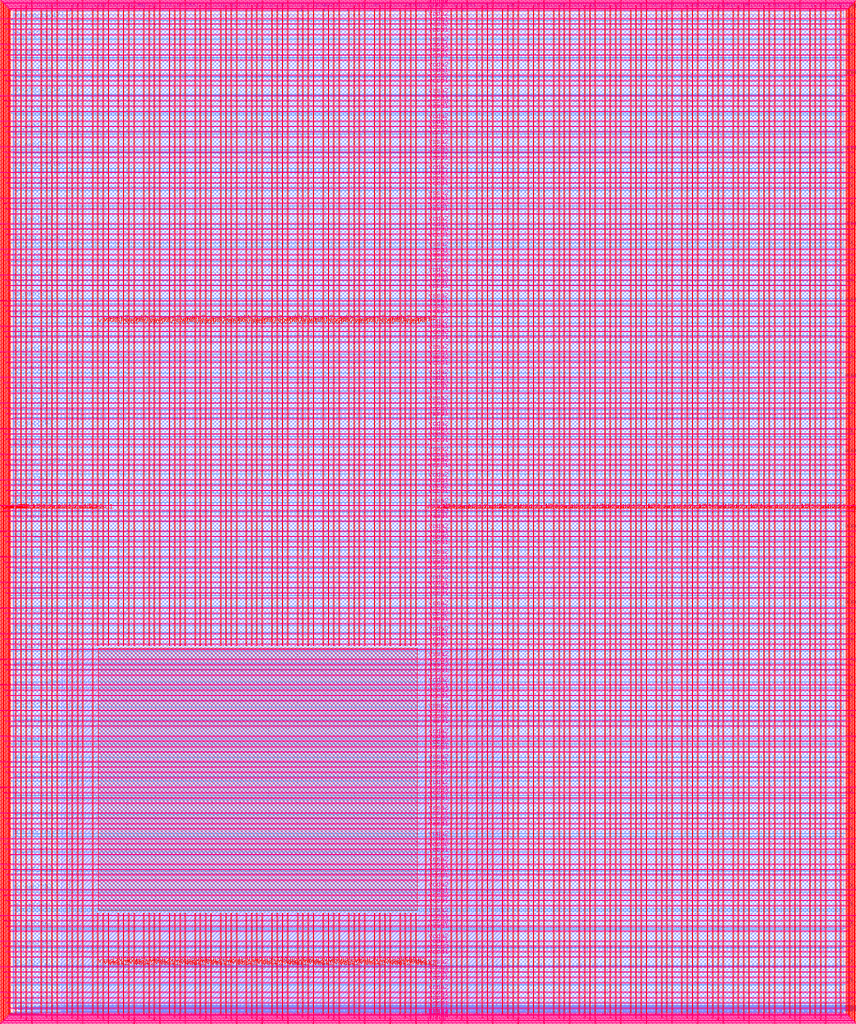
<source format=lef>
VERSION 5.7 ;
  NOWIREEXTENSIONATPIN ON ;
  DIVIDERCHAR "/" ;
  BUSBITCHARS "[]" ;
MACRO user_project_wrapper
  CLASS BLOCK ;
  FOREIGN user_project_wrapper ;
  ORIGIN 0.000 0.000 ;
  SIZE 2920.000 BY 3520.000 ;
  PIN analog_io[0]
    DIRECTION INOUT ;
    USE SIGNAL ;
    PORT
      LAYER met3 ;
        RECT 2917.600 1426.380 2924.800 1427.580 ;
    END
  END analog_io[0]
  PIN analog_io[10]
    DIRECTION INOUT ;
    USE SIGNAL ;
    PORT
      LAYER met2 ;
        RECT 2230.490 3517.600 2231.050 3524.800 ;
    END
  END analog_io[10]
  PIN analog_io[11]
    DIRECTION INOUT ;
    USE SIGNAL ;
    PORT
      LAYER met2 ;
        RECT 1905.730 3517.600 1906.290 3524.800 ;
    END
  END analog_io[11]
  PIN analog_io[12]
    DIRECTION INOUT ;
    USE SIGNAL ;
    PORT
      LAYER met2 ;
        RECT 1581.430 3517.600 1581.990 3524.800 ;
    END
  END analog_io[12]
  PIN analog_io[13]
    DIRECTION INOUT ;
    USE SIGNAL ;
    PORT
      LAYER met2 ;
        RECT 1257.130 3517.600 1257.690 3524.800 ;
    END
  END analog_io[13]
  PIN analog_io[14]
    DIRECTION INOUT ;
    USE SIGNAL ;
    PORT
      LAYER met2 ;
        RECT 932.370 3517.600 932.930 3524.800 ;
    END
  END analog_io[14]
  PIN analog_io[15]
    DIRECTION INOUT ;
    USE SIGNAL ;
    PORT
      LAYER met2 ;
        RECT 608.070 3517.600 608.630 3524.800 ;
    END
  END analog_io[15]
  PIN analog_io[16]
    DIRECTION INOUT ;
    USE SIGNAL ;
    PORT
      LAYER met2 ;
        RECT 283.770 3517.600 284.330 3524.800 ;
    END
  END analog_io[16]
  PIN analog_io[17]
    DIRECTION INOUT ;
    USE SIGNAL ;
    PORT
      LAYER met3 ;
        RECT -4.800 3486.100 2.400 3487.300 ;
    END
  END analog_io[17]
  PIN analog_io[18]
    DIRECTION INOUT ;
    USE SIGNAL ;
    PORT
      LAYER met3 ;
        RECT -4.800 3224.980 2.400 3226.180 ;
    END
  END analog_io[18]
  PIN analog_io[19]
    DIRECTION INOUT ;
    USE SIGNAL ;
    PORT
      LAYER met3 ;
        RECT -4.800 2964.540 2.400 2965.740 ;
    END
  END analog_io[19]
  PIN analog_io[1]
    DIRECTION INOUT ;
    USE SIGNAL ;
    PORT
      LAYER met3 ;
        RECT 2917.600 1692.260 2924.800 1693.460 ;
    END
  END analog_io[1]
  PIN analog_io[20]
    DIRECTION INOUT ;
    USE SIGNAL ;
    PORT
      LAYER met3 ;
        RECT -4.800 2703.420 2.400 2704.620 ;
    END
  END analog_io[20]
  PIN analog_io[21]
    DIRECTION INOUT ;
    USE SIGNAL ;
    PORT
      LAYER met3 ;
        RECT -4.800 2442.980 2.400 2444.180 ;
    END
  END analog_io[21]
  PIN analog_io[22]
    DIRECTION INOUT ;
    USE SIGNAL ;
    PORT
      LAYER met3 ;
        RECT -4.800 2182.540 2.400 2183.740 ;
    END
  END analog_io[22]
  PIN analog_io[23]
    DIRECTION INOUT ;
    USE SIGNAL ;
    PORT
      LAYER met3 ;
        RECT -4.800 1921.420 2.400 1922.620 ;
    END
  END analog_io[23]
  PIN analog_io[24]
    DIRECTION INOUT ;
    USE SIGNAL ;
    PORT
      LAYER met3 ;
        RECT -4.800 1660.980 2.400 1662.180 ;
    END
  END analog_io[24]
  PIN analog_io[25]
    DIRECTION INOUT ;
    USE SIGNAL ;
    PORT
      LAYER met3 ;
        RECT -4.800 1399.860 2.400 1401.060 ;
    END
  END analog_io[25]
  PIN analog_io[26]
    DIRECTION INOUT ;
    USE SIGNAL ;
    PORT
      LAYER met3 ;
        RECT -4.800 1139.420 2.400 1140.620 ;
    END
  END analog_io[26]
  PIN analog_io[27]
    DIRECTION INOUT ;
    USE SIGNAL ;
    PORT
      LAYER met3 ;
        RECT -4.800 878.980 2.400 880.180 ;
    END
  END analog_io[27]
  PIN analog_io[28]
    DIRECTION INOUT ;
    USE SIGNAL ;
    PORT
      LAYER met3 ;
        RECT -4.800 617.860 2.400 619.060 ;
    END
  END analog_io[28]
  PIN analog_io[2]
    DIRECTION INOUT ;
    USE SIGNAL ;
    PORT
      LAYER met3 ;
        RECT 2917.600 1958.140 2924.800 1959.340 ;
    END
  END analog_io[2]
  PIN analog_io[3]
    DIRECTION INOUT ;
    USE SIGNAL ;
    PORT
      LAYER met3 ;
        RECT 2917.600 2223.340 2924.800 2224.540 ;
    END
  END analog_io[3]
  PIN analog_io[4]
    DIRECTION INOUT ;
    USE SIGNAL ;
    PORT
      LAYER met3 ;
        RECT 2917.600 2489.220 2924.800 2490.420 ;
    END
  END analog_io[4]
  PIN analog_io[5]
    DIRECTION INOUT ;
    USE SIGNAL ;
    PORT
      LAYER met3 ;
        RECT 2917.600 2755.100 2924.800 2756.300 ;
    END
  END analog_io[5]
  PIN analog_io[6]
    DIRECTION INOUT ;
    USE SIGNAL ;
    PORT
      LAYER met3 ;
        RECT 2917.600 3020.300 2924.800 3021.500 ;
    END
  END analog_io[6]
  PIN analog_io[7]
    DIRECTION INOUT ;
    USE SIGNAL ;
    PORT
      LAYER met3 ;
        RECT 2917.600 3286.180 2924.800 3287.380 ;
    END
  END analog_io[7]
  PIN analog_io[8]
    DIRECTION INOUT ;
    USE SIGNAL ;
    PORT
      LAYER met2 ;
        RECT 2879.090 3517.600 2879.650 3524.800 ;
    END
  END analog_io[8]
  PIN analog_io[9]
    DIRECTION INOUT ;
    USE SIGNAL ;
    PORT
      LAYER met2 ;
        RECT 2554.790 3517.600 2555.350 3524.800 ;
    END
  END analog_io[9]
  PIN io_in[0]
    DIRECTION INPUT ;
    USE SIGNAL ;
    PORT
      LAYER met3 ;
        RECT 2917.600 32.380 2924.800 33.580 ;
    END
  END io_in[0]
  PIN io_in[10]
    DIRECTION INPUT ;
    USE SIGNAL ;
    PORT
      LAYER met3 ;
        RECT 2917.600 2289.980 2924.800 2291.180 ;
    END
  END io_in[10]
  PIN io_in[11]
    DIRECTION INPUT ;
    USE SIGNAL ;
    PORT
      LAYER met3 ;
        RECT 2917.600 2555.860 2924.800 2557.060 ;
    END
  END io_in[11]
  PIN io_in[12]
    DIRECTION INPUT ;
    USE SIGNAL ;
    PORT
      LAYER met3 ;
        RECT 2917.600 2821.060 2924.800 2822.260 ;
    END
  END io_in[12]
  PIN io_in[13]
    DIRECTION INPUT ;
    USE SIGNAL ;
    PORT
      LAYER met3 ;
        RECT 2917.600 3086.940 2924.800 3088.140 ;
    END
  END io_in[13]
  PIN io_in[14]
    DIRECTION INPUT ;
    USE SIGNAL ;
    PORT
      LAYER met3 ;
        RECT 2917.600 3352.820 2924.800 3354.020 ;
    END
  END io_in[14]
  PIN io_in[15]
    DIRECTION INPUT ;
    USE SIGNAL ;
    PORT
      LAYER met2 ;
        RECT 2798.130 3517.600 2798.690 3524.800 ;
    END
  END io_in[15]
  PIN io_in[16]
    DIRECTION INPUT ;
    USE SIGNAL ;
    PORT
      LAYER met2 ;
        RECT 2473.830 3517.600 2474.390 3524.800 ;
    END
  END io_in[16]
  PIN io_in[17]
    DIRECTION INPUT ;
    USE SIGNAL ;
    PORT
      LAYER met2 ;
        RECT 2149.070 3517.600 2149.630 3524.800 ;
    END
  END io_in[17]
  PIN io_in[18]
    DIRECTION INPUT ;
    USE SIGNAL ;
    PORT
      LAYER met2 ;
        RECT 1824.770 3517.600 1825.330 3524.800 ;
    END
  END io_in[18]
  PIN io_in[19]
    DIRECTION INPUT ;
    USE SIGNAL ;
    PORT
      LAYER met2 ;
        RECT 1500.470 3517.600 1501.030 3524.800 ;
    END
  END io_in[19]
  PIN io_in[1]
    DIRECTION INPUT ;
    USE SIGNAL ;
    PORT
      LAYER met3 ;
        RECT 2917.600 230.940 2924.800 232.140 ;
    END
  END io_in[1]
  PIN io_in[20]
    DIRECTION INPUT ;
    USE SIGNAL ;
    PORT
      LAYER met2 ;
        RECT 1175.710 3517.600 1176.270 3524.800 ;
    END
  END io_in[20]
  PIN io_in[21]
    DIRECTION INPUT ;
    USE SIGNAL ;
    PORT
      LAYER met2 ;
        RECT 851.410 3517.600 851.970 3524.800 ;
    END
  END io_in[21]
  PIN io_in[22]
    DIRECTION INPUT ;
    USE SIGNAL ;
    PORT
      LAYER met2 ;
        RECT 527.110 3517.600 527.670 3524.800 ;
    END
  END io_in[22]
  PIN io_in[23]
    DIRECTION INPUT ;
    USE SIGNAL ;
    PORT
      LAYER met2 ;
        RECT 202.350 3517.600 202.910 3524.800 ;
    END
  END io_in[23]
  PIN io_in[24]
    DIRECTION INPUT ;
    USE SIGNAL ;
    PORT
      LAYER met3 ;
        RECT -4.800 3420.820 2.400 3422.020 ;
    END
  END io_in[24]
  PIN io_in[25]
    DIRECTION INPUT ;
    USE SIGNAL ;
    PORT
      LAYER met3 ;
        RECT -4.800 3159.700 2.400 3160.900 ;
    END
  END io_in[25]
  PIN io_in[26]
    DIRECTION INPUT ;
    USE SIGNAL ;
    PORT
      LAYER met3 ;
        RECT -4.800 2899.260 2.400 2900.460 ;
    END
  END io_in[26]
  PIN io_in[27]
    DIRECTION INPUT ;
    USE SIGNAL ;
    PORT
      LAYER met3 ;
        RECT -4.800 2638.820 2.400 2640.020 ;
    END
  END io_in[27]
  PIN io_in[28]
    DIRECTION INPUT ;
    USE SIGNAL ;
    PORT
      LAYER met3 ;
        RECT -4.800 2377.700 2.400 2378.900 ;
    END
  END io_in[28]
  PIN io_in[29]
    DIRECTION INPUT ;
    USE SIGNAL ;
    PORT
      LAYER met3 ;
        RECT -4.800 2117.260 2.400 2118.460 ;
    END
  END io_in[29]
  PIN io_in[2]
    DIRECTION INPUT ;
    USE SIGNAL ;
    PORT
      LAYER met3 ;
        RECT 2917.600 430.180 2924.800 431.380 ;
    END
  END io_in[2]
  PIN io_in[30]
    DIRECTION INPUT ;
    USE SIGNAL ;
    PORT
      LAYER met3 ;
        RECT -4.800 1856.140 2.400 1857.340 ;
    END
  END io_in[30]
  PIN io_in[31]
    DIRECTION INPUT ;
    USE SIGNAL ;
    PORT
      LAYER met3 ;
        RECT -4.800 1595.700 2.400 1596.900 ;
    END
  END io_in[31]
  PIN io_in[32]
    DIRECTION INPUT ;
    USE SIGNAL ;
    PORT
      LAYER met3 ;
        RECT -4.800 1335.260 2.400 1336.460 ;
    END
  END io_in[32]
  PIN io_in[33]
    DIRECTION INPUT ;
    USE SIGNAL ;
    PORT
      LAYER met3 ;
        RECT -4.800 1074.140 2.400 1075.340 ;
    END
  END io_in[33]
  PIN io_in[34]
    DIRECTION INPUT ;
    USE SIGNAL ;
    PORT
      LAYER met3 ;
        RECT -4.800 813.700 2.400 814.900 ;
    END
  END io_in[34]
  PIN io_in[35]
    DIRECTION INPUT ;
    USE SIGNAL ;
    PORT
      LAYER met3 ;
        RECT -4.800 552.580 2.400 553.780 ;
    END
  END io_in[35]
  PIN io_in[36]
    DIRECTION INPUT ;
    USE SIGNAL ;
    PORT
      LAYER met3 ;
        RECT -4.800 357.420 2.400 358.620 ;
    END
  END io_in[36]
  PIN io_in[37]
    DIRECTION INPUT ;
    USE SIGNAL ;
    PORT
      LAYER met3 ;
        RECT -4.800 161.580 2.400 162.780 ;
    END
  END io_in[37]
  PIN io_in[3]
    DIRECTION INPUT ;
    USE SIGNAL ;
    PORT
      LAYER met3 ;
        RECT 2917.600 629.420 2924.800 630.620 ;
    END
  END io_in[3]
  PIN io_in[4]
    DIRECTION INPUT ;
    USE SIGNAL ;
    PORT
      LAYER met3 ;
        RECT 2917.600 828.660 2924.800 829.860 ;
    END
  END io_in[4]
  PIN io_in[5]
    DIRECTION INPUT ;
    USE SIGNAL ;
    PORT
      LAYER met3 ;
        RECT 2917.600 1027.900 2924.800 1029.100 ;
    END
  END io_in[5]
  PIN io_in[6]
    DIRECTION INPUT ;
    USE SIGNAL ;
    PORT
      LAYER met3 ;
        RECT 2917.600 1227.140 2924.800 1228.340 ;
    END
  END io_in[6]
  PIN io_in[7]
    DIRECTION INPUT ;
    USE SIGNAL ;
    PORT
      LAYER met3 ;
        RECT 2917.600 1493.020 2924.800 1494.220 ;
    END
  END io_in[7]
  PIN io_in[8]
    DIRECTION INPUT ;
    USE SIGNAL ;
    PORT
      LAYER met3 ;
        RECT 2917.600 1758.900 2924.800 1760.100 ;
    END
  END io_in[8]
  PIN io_in[9]
    DIRECTION INPUT ;
    USE SIGNAL ;
    PORT
      LAYER met3 ;
        RECT 2917.600 2024.100 2924.800 2025.300 ;
    END
  END io_in[9]
  PIN io_oeb[0]
    DIRECTION OUTPUT TRISTATE ;
    USE SIGNAL ;
    PORT
      LAYER met3 ;
        RECT 2917.600 164.980 2924.800 166.180 ;
    END
  END io_oeb[0]
  PIN io_oeb[10]
    DIRECTION OUTPUT TRISTATE ;
    USE SIGNAL ;
    PORT
      LAYER met3 ;
        RECT 2917.600 2422.580 2924.800 2423.780 ;
    END
  END io_oeb[10]
  PIN io_oeb[11]
    DIRECTION OUTPUT TRISTATE ;
    USE SIGNAL ;
    PORT
      LAYER met3 ;
        RECT 2917.600 2688.460 2924.800 2689.660 ;
    END
  END io_oeb[11]
  PIN io_oeb[12]
    DIRECTION OUTPUT TRISTATE ;
    USE SIGNAL ;
    PORT
      LAYER met3 ;
        RECT 2917.600 2954.340 2924.800 2955.540 ;
    END
  END io_oeb[12]
  PIN io_oeb[13]
    DIRECTION OUTPUT TRISTATE ;
    USE SIGNAL ;
    PORT
      LAYER met3 ;
        RECT 2917.600 3219.540 2924.800 3220.740 ;
    END
  END io_oeb[13]
  PIN io_oeb[14]
    DIRECTION OUTPUT TRISTATE ;
    USE SIGNAL ;
    PORT
      LAYER met3 ;
        RECT 2917.600 3485.420 2924.800 3486.620 ;
    END
  END io_oeb[14]
  PIN io_oeb[15]
    DIRECTION OUTPUT TRISTATE ;
    USE SIGNAL ;
    PORT
      LAYER met2 ;
        RECT 2635.750 3517.600 2636.310 3524.800 ;
    END
  END io_oeb[15]
  PIN io_oeb[16]
    DIRECTION OUTPUT TRISTATE ;
    USE SIGNAL ;
    PORT
      LAYER met2 ;
        RECT 2311.450 3517.600 2312.010 3524.800 ;
    END
  END io_oeb[16]
  PIN io_oeb[17]
    DIRECTION OUTPUT TRISTATE ;
    USE SIGNAL ;
    PORT
      LAYER met2 ;
        RECT 1987.150 3517.600 1987.710 3524.800 ;
    END
  END io_oeb[17]
  PIN io_oeb[18]
    DIRECTION OUTPUT TRISTATE ;
    USE SIGNAL ;
    PORT
      LAYER met2 ;
        RECT 1662.390 3517.600 1662.950 3524.800 ;
    END
  END io_oeb[18]
  PIN io_oeb[19]
    DIRECTION OUTPUT TRISTATE ;
    USE SIGNAL ;
    PORT
      LAYER met2 ;
        RECT 1338.090 3517.600 1338.650 3524.800 ;
    END
  END io_oeb[19]
  PIN io_oeb[1]
    DIRECTION OUTPUT TRISTATE ;
    USE SIGNAL ;
    PORT
      LAYER met3 ;
        RECT 2917.600 364.220 2924.800 365.420 ;
    END
  END io_oeb[1]
  PIN io_oeb[20]
    DIRECTION OUTPUT TRISTATE ;
    USE SIGNAL ;
    PORT
      LAYER met2 ;
        RECT 1013.790 3517.600 1014.350 3524.800 ;
    END
  END io_oeb[20]
  PIN io_oeb[21]
    DIRECTION OUTPUT TRISTATE ;
    USE SIGNAL ;
    PORT
      LAYER met2 ;
        RECT 689.030 3517.600 689.590 3524.800 ;
    END
  END io_oeb[21]
  PIN io_oeb[22]
    DIRECTION OUTPUT TRISTATE ;
    USE SIGNAL ;
    PORT
      LAYER met2 ;
        RECT 364.730 3517.600 365.290 3524.800 ;
    END
  END io_oeb[22]
  PIN io_oeb[23]
    DIRECTION OUTPUT TRISTATE ;
    USE SIGNAL ;
    PORT
      LAYER met2 ;
        RECT 40.430 3517.600 40.990 3524.800 ;
    END
  END io_oeb[23]
  PIN io_oeb[24]
    DIRECTION OUTPUT TRISTATE ;
    USE SIGNAL ;
    PORT
      LAYER met3 ;
        RECT -4.800 3290.260 2.400 3291.460 ;
    END
  END io_oeb[24]
  PIN io_oeb[25]
    DIRECTION OUTPUT TRISTATE ;
    USE SIGNAL ;
    PORT
      LAYER met3 ;
        RECT -4.800 3029.820 2.400 3031.020 ;
    END
  END io_oeb[25]
  PIN io_oeb[26]
    DIRECTION OUTPUT TRISTATE ;
    USE SIGNAL ;
    PORT
      LAYER met3 ;
        RECT -4.800 2768.700 2.400 2769.900 ;
    END
  END io_oeb[26]
  PIN io_oeb[27]
    DIRECTION OUTPUT TRISTATE ;
    USE SIGNAL ;
    PORT
      LAYER met3 ;
        RECT -4.800 2508.260 2.400 2509.460 ;
    END
  END io_oeb[27]
  PIN io_oeb[28]
    DIRECTION OUTPUT TRISTATE ;
    USE SIGNAL ;
    PORT
      LAYER met3 ;
        RECT -4.800 2247.140 2.400 2248.340 ;
    END
  END io_oeb[28]
  PIN io_oeb[29]
    DIRECTION OUTPUT TRISTATE ;
    USE SIGNAL ;
    PORT
      LAYER met3 ;
        RECT -4.800 1986.700 2.400 1987.900 ;
    END
  END io_oeb[29]
  PIN io_oeb[2]
    DIRECTION OUTPUT TRISTATE ;
    USE SIGNAL ;
    PORT
      LAYER met3 ;
        RECT 2917.600 563.460 2924.800 564.660 ;
    END
  END io_oeb[2]
  PIN io_oeb[30]
    DIRECTION OUTPUT TRISTATE ;
    USE SIGNAL ;
    PORT
      LAYER met3 ;
        RECT -4.800 1726.260 2.400 1727.460 ;
    END
  END io_oeb[30]
  PIN io_oeb[31]
    DIRECTION OUTPUT TRISTATE ;
    USE SIGNAL ;
    PORT
      LAYER met3 ;
        RECT -4.800 1465.140 2.400 1466.340 ;
    END
  END io_oeb[31]
  PIN io_oeb[32]
    DIRECTION OUTPUT TRISTATE ;
    USE SIGNAL ;
    PORT
      LAYER met3 ;
        RECT -4.800 1204.700 2.400 1205.900 ;
    END
  END io_oeb[32]
  PIN io_oeb[33]
    DIRECTION OUTPUT TRISTATE ;
    USE SIGNAL ;
    PORT
      LAYER met3 ;
        RECT -4.800 943.580 2.400 944.780 ;
    END
  END io_oeb[33]
  PIN io_oeb[34]
    DIRECTION OUTPUT TRISTATE ;
    USE SIGNAL ;
    PORT
      LAYER met3 ;
        RECT -4.800 683.140 2.400 684.340 ;
    END
  END io_oeb[34]
  PIN io_oeb[35]
    DIRECTION OUTPUT TRISTATE ;
    USE SIGNAL ;
    PORT
      LAYER met3 ;
        RECT -4.800 422.700 2.400 423.900 ;
    END
  END io_oeb[35]
  PIN io_oeb[36]
    DIRECTION OUTPUT TRISTATE ;
    USE SIGNAL ;
    PORT
      LAYER met3 ;
        RECT -4.800 226.860 2.400 228.060 ;
    END
  END io_oeb[36]
  PIN io_oeb[37]
    DIRECTION OUTPUT TRISTATE ;
    USE SIGNAL ;
    PORT
      LAYER met3 ;
        RECT -4.800 31.700 2.400 32.900 ;
    END
  END io_oeb[37]
  PIN io_oeb[3]
    DIRECTION OUTPUT TRISTATE ;
    USE SIGNAL ;
    PORT
      LAYER met3 ;
        RECT 2917.600 762.700 2924.800 763.900 ;
    END
  END io_oeb[3]
  PIN io_oeb[4]
    DIRECTION OUTPUT TRISTATE ;
    USE SIGNAL ;
    PORT
      LAYER met3 ;
        RECT 2917.600 961.940 2924.800 963.140 ;
    END
  END io_oeb[4]
  PIN io_oeb[5]
    DIRECTION OUTPUT TRISTATE ;
    USE SIGNAL ;
    PORT
      LAYER met3 ;
        RECT 2917.600 1161.180 2924.800 1162.380 ;
    END
  END io_oeb[5]
  PIN io_oeb[6]
    DIRECTION OUTPUT TRISTATE ;
    USE SIGNAL ;
    PORT
      LAYER met3 ;
        RECT 2917.600 1360.420 2924.800 1361.620 ;
    END
  END io_oeb[6]
  PIN io_oeb[7]
    DIRECTION OUTPUT TRISTATE ;
    USE SIGNAL ;
    PORT
      LAYER met3 ;
        RECT 2917.600 1625.620 2924.800 1626.820 ;
    END
  END io_oeb[7]
  PIN io_oeb[8]
    DIRECTION OUTPUT TRISTATE ;
    USE SIGNAL ;
    PORT
      LAYER met3 ;
        RECT 2917.600 1891.500 2924.800 1892.700 ;
    END
  END io_oeb[8]
  PIN io_oeb[9]
    DIRECTION OUTPUT TRISTATE ;
    USE SIGNAL ;
    PORT
      LAYER met3 ;
        RECT 2917.600 2157.380 2924.800 2158.580 ;
    END
  END io_oeb[9]
  PIN io_out[0]
    DIRECTION OUTPUT TRISTATE ;
    USE SIGNAL ;
    PORT
      LAYER met3 ;
        RECT 2917.600 98.340 2924.800 99.540 ;
    END
  END io_out[0]
  PIN io_out[10]
    DIRECTION OUTPUT TRISTATE ;
    USE SIGNAL ;
    PORT
      LAYER met3 ;
        RECT 2917.600 2356.620 2924.800 2357.820 ;
    END
  END io_out[10]
  PIN io_out[11]
    DIRECTION OUTPUT TRISTATE ;
    USE SIGNAL ;
    PORT
      LAYER met3 ;
        RECT 2917.600 2621.820 2924.800 2623.020 ;
    END
  END io_out[11]
  PIN io_out[12]
    DIRECTION OUTPUT TRISTATE ;
    USE SIGNAL ;
    PORT
      LAYER met3 ;
        RECT 2917.600 2887.700 2924.800 2888.900 ;
    END
  END io_out[12]
  PIN io_out[13]
    DIRECTION OUTPUT TRISTATE ;
    USE SIGNAL ;
    PORT
      LAYER met3 ;
        RECT 2917.600 3153.580 2924.800 3154.780 ;
    END
  END io_out[13]
  PIN io_out[14]
    DIRECTION OUTPUT TRISTATE ;
    USE SIGNAL ;
    PORT
      LAYER met3 ;
        RECT 2917.600 3418.780 2924.800 3419.980 ;
    END
  END io_out[14]
  PIN io_out[15]
    DIRECTION OUTPUT TRISTATE ;
    USE SIGNAL ;
    PORT
      LAYER met2 ;
        RECT 2717.170 3517.600 2717.730 3524.800 ;
    END
  END io_out[15]
  PIN io_out[16]
    DIRECTION OUTPUT TRISTATE ;
    USE SIGNAL ;
    PORT
      LAYER met2 ;
        RECT 2392.410 3517.600 2392.970 3524.800 ;
    END
  END io_out[16]
  PIN io_out[17]
    DIRECTION OUTPUT TRISTATE ;
    USE SIGNAL ;
    PORT
      LAYER met2 ;
        RECT 2068.110 3517.600 2068.670 3524.800 ;
    END
  END io_out[17]
  PIN io_out[18]
    DIRECTION OUTPUT TRISTATE ;
    USE SIGNAL ;
    PORT
      LAYER met2 ;
        RECT 1743.810 3517.600 1744.370 3524.800 ;
    END
  END io_out[18]
  PIN io_out[19]
    DIRECTION OUTPUT TRISTATE ;
    USE SIGNAL ;
    PORT
      LAYER met2 ;
        RECT 1419.050 3517.600 1419.610 3524.800 ;
    END
  END io_out[19]
  PIN io_out[1]
    DIRECTION OUTPUT TRISTATE ;
    USE SIGNAL ;
    PORT
      LAYER met3 ;
        RECT 2917.600 297.580 2924.800 298.780 ;
    END
  END io_out[1]
  PIN io_out[20]
    DIRECTION OUTPUT TRISTATE ;
    USE SIGNAL ;
    PORT
      LAYER met2 ;
        RECT 1094.750 3517.600 1095.310 3524.800 ;
    END
  END io_out[20]
  PIN io_out[21]
    DIRECTION OUTPUT TRISTATE ;
    USE SIGNAL ;
    PORT
      LAYER met2 ;
        RECT 770.450 3517.600 771.010 3524.800 ;
    END
  END io_out[21]
  PIN io_out[22]
    DIRECTION OUTPUT TRISTATE ;
    USE SIGNAL ;
    PORT
      LAYER met2 ;
        RECT 445.690 3517.600 446.250 3524.800 ;
    END
  END io_out[22]
  PIN io_out[23]
    DIRECTION OUTPUT TRISTATE ;
    USE SIGNAL ;
    PORT
      LAYER met2 ;
        RECT 121.390 3517.600 121.950 3524.800 ;
    END
  END io_out[23]
  PIN io_out[24]
    DIRECTION OUTPUT TRISTATE ;
    USE SIGNAL ;
    PORT
      LAYER met3 ;
        RECT -4.800 3355.540 2.400 3356.740 ;
    END
  END io_out[24]
  PIN io_out[25]
    DIRECTION OUTPUT TRISTATE ;
    USE SIGNAL ;
    PORT
      LAYER met3 ;
        RECT -4.800 3095.100 2.400 3096.300 ;
    END
  END io_out[25]
  PIN io_out[26]
    DIRECTION OUTPUT TRISTATE ;
    USE SIGNAL ;
    PORT
      LAYER met3 ;
        RECT -4.800 2833.980 2.400 2835.180 ;
    END
  END io_out[26]
  PIN io_out[27]
    DIRECTION OUTPUT TRISTATE ;
    USE SIGNAL ;
    PORT
      LAYER met3 ;
        RECT -4.800 2573.540 2.400 2574.740 ;
    END
  END io_out[27]
  PIN io_out[28]
    DIRECTION OUTPUT TRISTATE ;
    USE SIGNAL ;
    PORT
      LAYER met3 ;
        RECT -4.800 2312.420 2.400 2313.620 ;
    END
  END io_out[28]
  PIN io_out[29]
    DIRECTION OUTPUT TRISTATE ;
    USE SIGNAL ;
    PORT
      LAYER met3 ;
        RECT -4.800 2051.980 2.400 2053.180 ;
    END
  END io_out[29]
  PIN io_out[2]
    DIRECTION OUTPUT TRISTATE ;
    USE SIGNAL ;
    PORT
      LAYER met3 ;
        RECT 2917.600 496.820 2924.800 498.020 ;
    END
  END io_out[2]
  PIN io_out[30]
    DIRECTION OUTPUT TRISTATE ;
    USE SIGNAL ;
    PORT
      LAYER met3 ;
        RECT -4.800 1791.540 2.400 1792.740 ;
    END
  END io_out[30]
  PIN io_out[31]
    DIRECTION OUTPUT TRISTATE ;
    USE SIGNAL ;
    PORT
      LAYER met3 ;
        RECT -4.800 1530.420 2.400 1531.620 ;
    END
  END io_out[31]
  PIN io_out[32]
    DIRECTION OUTPUT TRISTATE ;
    USE SIGNAL ;
    PORT
      LAYER met3 ;
        RECT -4.800 1269.980 2.400 1271.180 ;
    END
  END io_out[32]
  PIN io_out[33]
    DIRECTION OUTPUT TRISTATE ;
    USE SIGNAL ;
    PORT
      LAYER met3 ;
        RECT -4.800 1008.860 2.400 1010.060 ;
    END
  END io_out[33]
  PIN io_out[34]
    DIRECTION OUTPUT TRISTATE ;
    USE SIGNAL ;
    PORT
      LAYER met3 ;
        RECT -4.800 748.420 2.400 749.620 ;
    END
  END io_out[34]
  PIN io_out[35]
    DIRECTION OUTPUT TRISTATE ;
    USE SIGNAL ;
    PORT
      LAYER met3 ;
        RECT -4.800 487.300 2.400 488.500 ;
    END
  END io_out[35]
  PIN io_out[36]
    DIRECTION OUTPUT TRISTATE ;
    USE SIGNAL ;
    PORT
      LAYER met3 ;
        RECT -4.800 292.140 2.400 293.340 ;
    END
  END io_out[36]
  PIN io_out[37]
    DIRECTION OUTPUT TRISTATE ;
    USE SIGNAL ;
    PORT
      LAYER met3 ;
        RECT -4.800 96.300 2.400 97.500 ;
    END
  END io_out[37]
  PIN io_out[3]
    DIRECTION OUTPUT TRISTATE ;
    USE SIGNAL ;
    PORT
      LAYER met3 ;
        RECT 2917.600 696.060 2924.800 697.260 ;
    END
  END io_out[3]
  PIN io_out[4]
    DIRECTION OUTPUT TRISTATE ;
    USE SIGNAL ;
    PORT
      LAYER met3 ;
        RECT 2917.600 895.300 2924.800 896.500 ;
    END
  END io_out[4]
  PIN io_out[5]
    DIRECTION OUTPUT TRISTATE ;
    USE SIGNAL ;
    PORT
      LAYER met3 ;
        RECT 2917.600 1094.540 2924.800 1095.740 ;
    END
  END io_out[5]
  PIN io_out[6]
    DIRECTION OUTPUT TRISTATE ;
    USE SIGNAL ;
    PORT
      LAYER met3 ;
        RECT 2917.600 1293.780 2924.800 1294.980 ;
    END
  END io_out[6]
  PIN io_out[7]
    DIRECTION OUTPUT TRISTATE ;
    USE SIGNAL ;
    PORT
      LAYER met3 ;
        RECT 2917.600 1559.660 2924.800 1560.860 ;
    END
  END io_out[7]
  PIN io_out[8]
    DIRECTION OUTPUT TRISTATE ;
    USE SIGNAL ;
    PORT
      LAYER met3 ;
        RECT 2917.600 1824.860 2924.800 1826.060 ;
    END
  END io_out[8]
  PIN io_out[9]
    DIRECTION OUTPUT TRISTATE ;
    USE SIGNAL ;
    PORT
      LAYER met3 ;
        RECT 2917.600 2090.740 2924.800 2091.940 ;
    END
  END io_out[9]
  PIN la_data_in[0]
    DIRECTION INPUT ;
    USE SIGNAL ;
    PORT
      LAYER met2 ;
        RECT 629.230 -4.800 629.790 2.400 ;
    END
  END la_data_in[0]
  PIN la_data_in[100]
    DIRECTION INPUT ;
    USE SIGNAL ;
    PORT
      LAYER met2 ;
        RECT 2402.530 -4.800 2403.090 2.400 ;
    END
  END la_data_in[100]
  PIN la_data_in[101]
    DIRECTION INPUT ;
    USE SIGNAL ;
    PORT
      LAYER met2 ;
        RECT 2420.010 -4.800 2420.570 2.400 ;
    END
  END la_data_in[101]
  PIN la_data_in[102]
    DIRECTION INPUT ;
    USE SIGNAL ;
    PORT
      LAYER met2 ;
        RECT 2437.950 -4.800 2438.510 2.400 ;
    END
  END la_data_in[102]
  PIN la_data_in[103]
    DIRECTION INPUT ;
    USE SIGNAL ;
    PORT
      LAYER met2 ;
        RECT 2455.430 -4.800 2455.990 2.400 ;
    END
  END la_data_in[103]
  PIN la_data_in[104]
    DIRECTION INPUT ;
    USE SIGNAL ;
    PORT
      LAYER met2 ;
        RECT 2473.370 -4.800 2473.930 2.400 ;
    END
  END la_data_in[104]
  PIN la_data_in[105]
    DIRECTION INPUT ;
    USE SIGNAL ;
    PORT
      LAYER met2 ;
        RECT 2490.850 -4.800 2491.410 2.400 ;
    END
  END la_data_in[105]
  PIN la_data_in[106]
    DIRECTION INPUT ;
    USE SIGNAL ;
    PORT
      LAYER met2 ;
        RECT 2508.790 -4.800 2509.350 2.400 ;
    END
  END la_data_in[106]
  PIN la_data_in[107]
    DIRECTION INPUT ;
    USE SIGNAL ;
    PORT
      LAYER met2 ;
        RECT 2526.730 -4.800 2527.290 2.400 ;
    END
  END la_data_in[107]
  PIN la_data_in[108]
    DIRECTION INPUT ;
    USE SIGNAL ;
    PORT
      LAYER met2 ;
        RECT 2544.210 -4.800 2544.770 2.400 ;
    END
  END la_data_in[108]
  PIN la_data_in[109]
    DIRECTION INPUT ;
    USE SIGNAL ;
    PORT
      LAYER met2 ;
        RECT 2562.150 -4.800 2562.710 2.400 ;
    END
  END la_data_in[109]
  PIN la_data_in[10]
    DIRECTION INPUT ;
    USE SIGNAL ;
    PORT
      LAYER met2 ;
        RECT 806.330 -4.800 806.890 2.400 ;
    END
  END la_data_in[10]
  PIN la_data_in[110]
    DIRECTION INPUT ;
    USE SIGNAL ;
    PORT
      LAYER met2 ;
        RECT 2579.630 -4.800 2580.190 2.400 ;
    END
  END la_data_in[110]
  PIN la_data_in[111]
    DIRECTION INPUT ;
    USE SIGNAL ;
    PORT
      LAYER met2 ;
        RECT 2597.570 -4.800 2598.130 2.400 ;
    END
  END la_data_in[111]
  PIN la_data_in[112]
    DIRECTION INPUT ;
    USE SIGNAL ;
    PORT
      LAYER met2 ;
        RECT 2615.050 -4.800 2615.610 2.400 ;
    END
  END la_data_in[112]
  PIN la_data_in[113]
    DIRECTION INPUT ;
    USE SIGNAL ;
    PORT
      LAYER met2 ;
        RECT 2632.990 -4.800 2633.550 2.400 ;
    END
  END la_data_in[113]
  PIN la_data_in[114]
    DIRECTION INPUT ;
    USE SIGNAL ;
    PORT
      LAYER met2 ;
        RECT 2650.470 -4.800 2651.030 2.400 ;
    END
  END la_data_in[114]
  PIN la_data_in[115]
    DIRECTION INPUT ;
    USE SIGNAL ;
    PORT
      LAYER met2 ;
        RECT 2668.410 -4.800 2668.970 2.400 ;
    END
  END la_data_in[115]
  PIN la_data_in[116]
    DIRECTION INPUT ;
    USE SIGNAL ;
    PORT
      LAYER met2 ;
        RECT 2685.890 -4.800 2686.450 2.400 ;
    END
  END la_data_in[116]
  PIN la_data_in[117]
    DIRECTION INPUT ;
    USE SIGNAL ;
    PORT
      LAYER met2 ;
        RECT 2703.830 -4.800 2704.390 2.400 ;
    END
  END la_data_in[117]
  PIN la_data_in[118]
    DIRECTION INPUT ;
    USE SIGNAL ;
    PORT
      LAYER met2 ;
        RECT 2721.770 -4.800 2722.330 2.400 ;
    END
  END la_data_in[118]
  PIN la_data_in[119]
    DIRECTION INPUT ;
    USE SIGNAL ;
    PORT
      LAYER met2 ;
        RECT 2739.250 -4.800 2739.810 2.400 ;
    END
  END la_data_in[119]
  PIN la_data_in[11]
    DIRECTION INPUT ;
    USE SIGNAL ;
    PORT
      LAYER met2 ;
        RECT 824.270 -4.800 824.830 2.400 ;
    END
  END la_data_in[11]
  PIN la_data_in[120]
    DIRECTION INPUT ;
    USE SIGNAL ;
    PORT
      LAYER met2 ;
        RECT 2757.190 -4.800 2757.750 2.400 ;
    END
  END la_data_in[120]
  PIN la_data_in[121]
    DIRECTION INPUT ;
    USE SIGNAL ;
    PORT
      LAYER met2 ;
        RECT 2774.670 -4.800 2775.230 2.400 ;
    END
  END la_data_in[121]
  PIN la_data_in[122]
    DIRECTION INPUT ;
    USE SIGNAL ;
    PORT
      LAYER met2 ;
        RECT 2792.610 -4.800 2793.170 2.400 ;
    END
  END la_data_in[122]
  PIN la_data_in[123]
    DIRECTION INPUT ;
    USE SIGNAL ;
    PORT
      LAYER met2 ;
        RECT 2810.090 -4.800 2810.650 2.400 ;
    END
  END la_data_in[123]
  PIN la_data_in[124]
    DIRECTION INPUT ;
    USE SIGNAL ;
    PORT
      LAYER met2 ;
        RECT 2828.030 -4.800 2828.590 2.400 ;
    END
  END la_data_in[124]
  PIN la_data_in[125]
    DIRECTION INPUT ;
    USE SIGNAL ;
    PORT
      LAYER met2 ;
        RECT 2845.510 -4.800 2846.070 2.400 ;
    END
  END la_data_in[125]
  PIN la_data_in[126]
    DIRECTION INPUT ;
    USE SIGNAL ;
    PORT
      LAYER met2 ;
        RECT 2863.450 -4.800 2864.010 2.400 ;
    END
  END la_data_in[126]
  PIN la_data_in[127]
    DIRECTION INPUT ;
    USE SIGNAL ;
    PORT
      LAYER met2 ;
        RECT 2881.390 -4.800 2881.950 2.400 ;
    END
  END la_data_in[127]
  PIN la_data_in[12]
    DIRECTION INPUT ;
    USE SIGNAL ;
    PORT
      LAYER met2 ;
        RECT 841.750 -4.800 842.310 2.400 ;
    END
  END la_data_in[12]
  PIN la_data_in[13]
    DIRECTION INPUT ;
    USE SIGNAL ;
    PORT
      LAYER met2 ;
        RECT 859.690 -4.800 860.250 2.400 ;
    END
  END la_data_in[13]
  PIN la_data_in[14]
    DIRECTION INPUT ;
    USE SIGNAL ;
    PORT
      LAYER met2 ;
        RECT 877.170 -4.800 877.730 2.400 ;
    END
  END la_data_in[14]
  PIN la_data_in[15]
    DIRECTION INPUT ;
    USE SIGNAL ;
    PORT
      LAYER met2 ;
        RECT 895.110 -4.800 895.670 2.400 ;
    END
  END la_data_in[15]
  PIN la_data_in[16]
    DIRECTION INPUT ;
    USE SIGNAL ;
    PORT
      LAYER met2 ;
        RECT 912.590 -4.800 913.150 2.400 ;
    END
  END la_data_in[16]
  PIN la_data_in[17]
    DIRECTION INPUT ;
    USE SIGNAL ;
    PORT
      LAYER met2 ;
        RECT 930.530 -4.800 931.090 2.400 ;
    END
  END la_data_in[17]
  PIN la_data_in[18]
    DIRECTION INPUT ;
    USE SIGNAL ;
    PORT
      LAYER met2 ;
        RECT 948.470 -4.800 949.030 2.400 ;
    END
  END la_data_in[18]
  PIN la_data_in[19]
    DIRECTION INPUT ;
    USE SIGNAL ;
    PORT
      LAYER met2 ;
        RECT 965.950 -4.800 966.510 2.400 ;
    END
  END la_data_in[19]
  PIN la_data_in[1]
    DIRECTION INPUT ;
    USE SIGNAL ;
    PORT
      LAYER met2 ;
        RECT 646.710 -4.800 647.270 2.400 ;
    END
  END la_data_in[1]
  PIN la_data_in[20]
    DIRECTION INPUT ;
    USE SIGNAL ;
    PORT
      LAYER met2 ;
        RECT 983.890 -4.800 984.450 2.400 ;
    END
  END la_data_in[20]
  PIN la_data_in[21]
    DIRECTION INPUT ;
    USE SIGNAL ;
    PORT
      LAYER met2 ;
        RECT 1001.370 -4.800 1001.930 2.400 ;
    END
  END la_data_in[21]
  PIN la_data_in[22]
    DIRECTION INPUT ;
    USE SIGNAL ;
    PORT
      LAYER met2 ;
        RECT 1019.310 -4.800 1019.870 2.400 ;
    END
  END la_data_in[22]
  PIN la_data_in[23]
    DIRECTION INPUT ;
    USE SIGNAL ;
    PORT
      LAYER met2 ;
        RECT 1036.790 -4.800 1037.350 2.400 ;
    END
  END la_data_in[23]
  PIN la_data_in[24]
    DIRECTION INPUT ;
    USE SIGNAL ;
    PORT
      LAYER met2 ;
        RECT 1054.730 -4.800 1055.290 2.400 ;
    END
  END la_data_in[24]
  PIN la_data_in[25]
    DIRECTION INPUT ;
    USE SIGNAL ;
    PORT
      LAYER met2 ;
        RECT 1072.210 -4.800 1072.770 2.400 ;
    END
  END la_data_in[25]
  PIN la_data_in[26]
    DIRECTION INPUT ;
    USE SIGNAL ;
    PORT
      LAYER met2 ;
        RECT 1090.150 -4.800 1090.710 2.400 ;
    END
  END la_data_in[26]
  PIN la_data_in[27]
    DIRECTION INPUT ;
    USE SIGNAL ;
    PORT
      LAYER met2 ;
        RECT 1107.630 -4.800 1108.190 2.400 ;
    END
  END la_data_in[27]
  PIN la_data_in[28]
    DIRECTION INPUT ;
    USE SIGNAL ;
    PORT
      LAYER met2 ;
        RECT 1125.570 -4.800 1126.130 2.400 ;
    END
  END la_data_in[28]
  PIN la_data_in[29]
    DIRECTION INPUT ;
    USE SIGNAL ;
    PORT
      LAYER met2 ;
        RECT 1143.510 -4.800 1144.070 2.400 ;
    END
  END la_data_in[29]
  PIN la_data_in[2]
    DIRECTION INPUT ;
    USE SIGNAL ;
    PORT
      LAYER met2 ;
        RECT 664.650 -4.800 665.210 2.400 ;
    END
  END la_data_in[2]
  PIN la_data_in[30]
    DIRECTION INPUT ;
    USE SIGNAL ;
    PORT
      LAYER met2 ;
        RECT 1160.990 -4.800 1161.550 2.400 ;
    END
  END la_data_in[30]
  PIN la_data_in[31]
    DIRECTION INPUT ;
    USE SIGNAL ;
    PORT
      LAYER met2 ;
        RECT 1178.930 -4.800 1179.490 2.400 ;
    END
  END la_data_in[31]
  PIN la_data_in[32]
    DIRECTION INPUT ;
    USE SIGNAL ;
    PORT
      LAYER met2 ;
        RECT 1196.410 -4.800 1196.970 2.400 ;
    END
  END la_data_in[32]
  PIN la_data_in[33]
    DIRECTION INPUT ;
    USE SIGNAL ;
    PORT
      LAYER met2 ;
        RECT 1214.350 -4.800 1214.910 2.400 ;
    END
  END la_data_in[33]
  PIN la_data_in[34]
    DIRECTION INPUT ;
    USE SIGNAL ;
    PORT
      LAYER met2 ;
        RECT 1231.830 -4.800 1232.390 2.400 ;
    END
  END la_data_in[34]
  PIN la_data_in[35]
    DIRECTION INPUT ;
    USE SIGNAL ;
    PORT
      LAYER met2 ;
        RECT 1249.770 -4.800 1250.330 2.400 ;
    END
  END la_data_in[35]
  PIN la_data_in[36]
    DIRECTION INPUT ;
    USE SIGNAL ;
    PORT
      LAYER met2 ;
        RECT 1267.250 -4.800 1267.810 2.400 ;
    END
  END la_data_in[36]
  PIN la_data_in[37]
    DIRECTION INPUT ;
    USE SIGNAL ;
    PORT
      LAYER met2 ;
        RECT 1285.190 -4.800 1285.750 2.400 ;
    END
  END la_data_in[37]
  PIN la_data_in[38]
    DIRECTION INPUT ;
    USE SIGNAL ;
    PORT
      LAYER met2 ;
        RECT 1303.130 -4.800 1303.690 2.400 ;
    END
  END la_data_in[38]
  PIN la_data_in[39]
    DIRECTION INPUT ;
    USE SIGNAL ;
    PORT
      LAYER met2 ;
        RECT 1320.610 -4.800 1321.170 2.400 ;
    END
  END la_data_in[39]
  PIN la_data_in[3]
    DIRECTION INPUT ;
    USE SIGNAL ;
    PORT
      LAYER met2 ;
        RECT 682.130 -4.800 682.690 2.400 ;
    END
  END la_data_in[3]
  PIN la_data_in[40]
    DIRECTION INPUT ;
    USE SIGNAL ;
    PORT
      LAYER met2 ;
        RECT 1338.550 -4.800 1339.110 2.400 ;
    END
  END la_data_in[40]
  PIN la_data_in[41]
    DIRECTION INPUT ;
    USE SIGNAL ;
    PORT
      LAYER met2 ;
        RECT 1356.030 -4.800 1356.590 2.400 ;
    END
  END la_data_in[41]
  PIN la_data_in[42]
    DIRECTION INPUT ;
    USE SIGNAL ;
    PORT
      LAYER met2 ;
        RECT 1373.970 -4.800 1374.530 2.400 ;
    END
  END la_data_in[42]
  PIN la_data_in[43]
    DIRECTION INPUT ;
    USE SIGNAL ;
    PORT
      LAYER met2 ;
        RECT 1391.450 -4.800 1392.010 2.400 ;
    END
  END la_data_in[43]
  PIN la_data_in[44]
    DIRECTION INPUT ;
    USE SIGNAL ;
    PORT
      LAYER met2 ;
        RECT 1409.390 -4.800 1409.950 2.400 ;
    END
  END la_data_in[44]
  PIN la_data_in[45]
    DIRECTION INPUT ;
    USE SIGNAL ;
    PORT
      LAYER met2 ;
        RECT 1426.870 -4.800 1427.430 2.400 ;
    END
  END la_data_in[45]
  PIN la_data_in[46]
    DIRECTION INPUT ;
    USE SIGNAL ;
    PORT
      LAYER met2 ;
        RECT 1444.810 -4.800 1445.370 2.400 ;
    END
  END la_data_in[46]
  PIN la_data_in[47]
    DIRECTION INPUT ;
    USE SIGNAL ;
    PORT
      LAYER met2 ;
        RECT 1462.750 -4.800 1463.310 2.400 ;
    END
  END la_data_in[47]
  PIN la_data_in[48]
    DIRECTION INPUT ;
    USE SIGNAL ;
    PORT
      LAYER met2 ;
        RECT 1480.230 -4.800 1480.790 2.400 ;
    END
  END la_data_in[48]
  PIN la_data_in[49]
    DIRECTION INPUT ;
    USE SIGNAL ;
    PORT
      LAYER met2 ;
        RECT 1498.170 -4.800 1498.730 2.400 ;
    END
  END la_data_in[49]
  PIN la_data_in[4]
    DIRECTION INPUT ;
    USE SIGNAL ;
    PORT
      LAYER met2 ;
        RECT 700.070 -4.800 700.630 2.400 ;
    END
  END la_data_in[4]
  PIN la_data_in[50]
    DIRECTION INPUT ;
    USE SIGNAL ;
    PORT
      LAYER met2 ;
        RECT 1515.650 -4.800 1516.210 2.400 ;
    END
  END la_data_in[50]
  PIN la_data_in[51]
    DIRECTION INPUT ;
    USE SIGNAL ;
    PORT
      LAYER met2 ;
        RECT 1533.590 -4.800 1534.150 2.400 ;
    END
  END la_data_in[51]
  PIN la_data_in[52]
    DIRECTION INPUT ;
    USE SIGNAL ;
    PORT
      LAYER met2 ;
        RECT 1551.070 -4.800 1551.630 2.400 ;
    END
  END la_data_in[52]
  PIN la_data_in[53]
    DIRECTION INPUT ;
    USE SIGNAL ;
    PORT
      LAYER met2 ;
        RECT 1569.010 -4.800 1569.570 2.400 ;
    END
  END la_data_in[53]
  PIN la_data_in[54]
    DIRECTION INPUT ;
    USE SIGNAL ;
    PORT
      LAYER met2 ;
        RECT 1586.490 -4.800 1587.050 2.400 ;
    END
  END la_data_in[54]
  PIN la_data_in[55]
    DIRECTION INPUT ;
    USE SIGNAL ;
    PORT
      LAYER met2 ;
        RECT 1604.430 -4.800 1604.990 2.400 ;
    END
  END la_data_in[55]
  PIN la_data_in[56]
    DIRECTION INPUT ;
    USE SIGNAL ;
    PORT
      LAYER met2 ;
        RECT 1621.910 -4.800 1622.470 2.400 ;
    END
  END la_data_in[56]
  PIN la_data_in[57]
    DIRECTION INPUT ;
    USE SIGNAL ;
    PORT
      LAYER met2 ;
        RECT 1639.850 -4.800 1640.410 2.400 ;
    END
  END la_data_in[57]
  PIN la_data_in[58]
    DIRECTION INPUT ;
    USE SIGNAL ;
    PORT
      LAYER met2 ;
        RECT 1657.790 -4.800 1658.350 2.400 ;
    END
  END la_data_in[58]
  PIN la_data_in[59]
    DIRECTION INPUT ;
    USE SIGNAL ;
    PORT
      LAYER met2 ;
        RECT 1675.270 -4.800 1675.830 2.400 ;
    END
  END la_data_in[59]
  PIN la_data_in[5]
    DIRECTION INPUT ;
    USE SIGNAL ;
    PORT
      LAYER met2 ;
        RECT 717.550 -4.800 718.110 2.400 ;
    END
  END la_data_in[5]
  PIN la_data_in[60]
    DIRECTION INPUT ;
    USE SIGNAL ;
    PORT
      LAYER met2 ;
        RECT 1693.210 -4.800 1693.770 2.400 ;
    END
  END la_data_in[60]
  PIN la_data_in[61]
    DIRECTION INPUT ;
    USE SIGNAL ;
    PORT
      LAYER met2 ;
        RECT 1710.690 -4.800 1711.250 2.400 ;
    END
  END la_data_in[61]
  PIN la_data_in[62]
    DIRECTION INPUT ;
    USE SIGNAL ;
    PORT
      LAYER met2 ;
        RECT 1728.630 -4.800 1729.190 2.400 ;
    END
  END la_data_in[62]
  PIN la_data_in[63]
    DIRECTION INPUT ;
    USE SIGNAL ;
    PORT
      LAYER met2 ;
        RECT 1746.110 -4.800 1746.670 2.400 ;
    END
  END la_data_in[63]
  PIN la_data_in[64]
    DIRECTION INPUT ;
    USE SIGNAL ;
    PORT
      LAYER met2 ;
        RECT 1764.050 -4.800 1764.610 2.400 ;
    END
  END la_data_in[64]
  PIN la_data_in[65]
    DIRECTION INPUT ;
    USE SIGNAL ;
    PORT
      LAYER met2 ;
        RECT 1781.530 -4.800 1782.090 2.400 ;
    END
  END la_data_in[65]
  PIN la_data_in[66]
    DIRECTION INPUT ;
    USE SIGNAL ;
    PORT
      LAYER met2 ;
        RECT 1799.470 -4.800 1800.030 2.400 ;
    END
  END la_data_in[66]
  PIN la_data_in[67]
    DIRECTION INPUT ;
    USE SIGNAL ;
    PORT
      LAYER met2 ;
        RECT 1817.410 -4.800 1817.970 2.400 ;
    END
  END la_data_in[67]
  PIN la_data_in[68]
    DIRECTION INPUT ;
    USE SIGNAL ;
    PORT
      LAYER met2 ;
        RECT 1834.890 -4.800 1835.450 2.400 ;
    END
  END la_data_in[68]
  PIN la_data_in[69]
    DIRECTION INPUT ;
    USE SIGNAL ;
    PORT
      LAYER met2 ;
        RECT 1852.830 -4.800 1853.390 2.400 ;
    END
  END la_data_in[69]
  PIN la_data_in[6]
    DIRECTION INPUT ;
    USE SIGNAL ;
    PORT
      LAYER met2 ;
        RECT 735.490 -4.800 736.050 2.400 ;
    END
  END la_data_in[6]
  PIN la_data_in[70]
    DIRECTION INPUT ;
    USE SIGNAL ;
    PORT
      LAYER met2 ;
        RECT 1870.310 -4.800 1870.870 2.400 ;
    END
  END la_data_in[70]
  PIN la_data_in[71]
    DIRECTION INPUT ;
    USE SIGNAL ;
    PORT
      LAYER met2 ;
        RECT 1888.250 -4.800 1888.810 2.400 ;
    END
  END la_data_in[71]
  PIN la_data_in[72]
    DIRECTION INPUT ;
    USE SIGNAL ;
    PORT
      LAYER met2 ;
        RECT 1905.730 -4.800 1906.290 2.400 ;
    END
  END la_data_in[72]
  PIN la_data_in[73]
    DIRECTION INPUT ;
    USE SIGNAL ;
    PORT
      LAYER met2 ;
        RECT 1923.670 -4.800 1924.230 2.400 ;
    END
  END la_data_in[73]
  PIN la_data_in[74]
    DIRECTION INPUT ;
    USE SIGNAL ;
    PORT
      LAYER met2 ;
        RECT 1941.150 -4.800 1941.710 2.400 ;
    END
  END la_data_in[74]
  PIN la_data_in[75]
    DIRECTION INPUT ;
    USE SIGNAL ;
    PORT
      LAYER met2 ;
        RECT 1959.090 -4.800 1959.650 2.400 ;
    END
  END la_data_in[75]
  PIN la_data_in[76]
    DIRECTION INPUT ;
    USE SIGNAL ;
    PORT
      LAYER met2 ;
        RECT 1976.570 -4.800 1977.130 2.400 ;
    END
  END la_data_in[76]
  PIN la_data_in[77]
    DIRECTION INPUT ;
    USE SIGNAL ;
    PORT
      LAYER met2 ;
        RECT 1994.510 -4.800 1995.070 2.400 ;
    END
  END la_data_in[77]
  PIN la_data_in[78]
    DIRECTION INPUT ;
    USE SIGNAL ;
    PORT
      LAYER met2 ;
        RECT 2012.450 -4.800 2013.010 2.400 ;
    END
  END la_data_in[78]
  PIN la_data_in[79]
    DIRECTION INPUT ;
    USE SIGNAL ;
    PORT
      LAYER met2 ;
        RECT 2029.930 -4.800 2030.490 2.400 ;
    END
  END la_data_in[79]
  PIN la_data_in[7]
    DIRECTION INPUT ;
    USE SIGNAL ;
    PORT
      LAYER met2 ;
        RECT 752.970 -4.800 753.530 2.400 ;
    END
  END la_data_in[7]
  PIN la_data_in[80]
    DIRECTION INPUT ;
    USE SIGNAL ;
    PORT
      LAYER met2 ;
        RECT 2047.870 -4.800 2048.430 2.400 ;
    END
  END la_data_in[80]
  PIN la_data_in[81]
    DIRECTION INPUT ;
    USE SIGNAL ;
    PORT
      LAYER met2 ;
        RECT 2065.350 -4.800 2065.910 2.400 ;
    END
  END la_data_in[81]
  PIN la_data_in[82]
    DIRECTION INPUT ;
    USE SIGNAL ;
    PORT
      LAYER met2 ;
        RECT 2083.290 -4.800 2083.850 2.400 ;
    END
  END la_data_in[82]
  PIN la_data_in[83]
    DIRECTION INPUT ;
    USE SIGNAL ;
    PORT
      LAYER met2 ;
        RECT 2100.770 -4.800 2101.330 2.400 ;
    END
  END la_data_in[83]
  PIN la_data_in[84]
    DIRECTION INPUT ;
    USE SIGNAL ;
    PORT
      LAYER met2 ;
        RECT 2118.710 -4.800 2119.270 2.400 ;
    END
  END la_data_in[84]
  PIN la_data_in[85]
    DIRECTION INPUT ;
    USE SIGNAL ;
    PORT
      LAYER met2 ;
        RECT 2136.190 -4.800 2136.750 2.400 ;
    END
  END la_data_in[85]
  PIN la_data_in[86]
    DIRECTION INPUT ;
    USE SIGNAL ;
    PORT
      LAYER met2 ;
        RECT 2154.130 -4.800 2154.690 2.400 ;
    END
  END la_data_in[86]
  PIN la_data_in[87]
    DIRECTION INPUT ;
    USE SIGNAL ;
    PORT
      LAYER met2 ;
        RECT 2172.070 -4.800 2172.630 2.400 ;
    END
  END la_data_in[87]
  PIN la_data_in[88]
    DIRECTION INPUT ;
    USE SIGNAL ;
    PORT
      LAYER met2 ;
        RECT 2189.550 -4.800 2190.110 2.400 ;
    END
  END la_data_in[88]
  PIN la_data_in[89]
    DIRECTION INPUT ;
    USE SIGNAL ;
    PORT
      LAYER met2 ;
        RECT 2207.490 -4.800 2208.050 2.400 ;
    END
  END la_data_in[89]
  PIN la_data_in[8]
    DIRECTION INPUT ;
    USE SIGNAL ;
    PORT
      LAYER met2 ;
        RECT 770.910 -4.800 771.470 2.400 ;
    END
  END la_data_in[8]
  PIN la_data_in[90]
    DIRECTION INPUT ;
    USE SIGNAL ;
    PORT
      LAYER met2 ;
        RECT 2224.970 -4.800 2225.530 2.400 ;
    END
  END la_data_in[90]
  PIN la_data_in[91]
    DIRECTION INPUT ;
    USE SIGNAL ;
    PORT
      LAYER met2 ;
        RECT 2242.910 -4.800 2243.470 2.400 ;
    END
  END la_data_in[91]
  PIN la_data_in[92]
    DIRECTION INPUT ;
    USE SIGNAL ;
    PORT
      LAYER met2 ;
        RECT 2260.390 -4.800 2260.950 2.400 ;
    END
  END la_data_in[92]
  PIN la_data_in[93]
    DIRECTION INPUT ;
    USE SIGNAL ;
    PORT
      LAYER met2 ;
        RECT 2278.330 -4.800 2278.890 2.400 ;
    END
  END la_data_in[93]
  PIN la_data_in[94]
    DIRECTION INPUT ;
    USE SIGNAL ;
    PORT
      LAYER met2 ;
        RECT 2295.810 -4.800 2296.370 2.400 ;
    END
  END la_data_in[94]
  PIN la_data_in[95]
    DIRECTION INPUT ;
    USE SIGNAL ;
    PORT
      LAYER met2 ;
        RECT 2313.750 -4.800 2314.310 2.400 ;
    END
  END la_data_in[95]
  PIN la_data_in[96]
    DIRECTION INPUT ;
    USE SIGNAL ;
    PORT
      LAYER met2 ;
        RECT 2331.230 -4.800 2331.790 2.400 ;
    END
  END la_data_in[96]
  PIN la_data_in[97]
    DIRECTION INPUT ;
    USE SIGNAL ;
    PORT
      LAYER met2 ;
        RECT 2349.170 -4.800 2349.730 2.400 ;
    END
  END la_data_in[97]
  PIN la_data_in[98]
    DIRECTION INPUT ;
    USE SIGNAL ;
    PORT
      LAYER met2 ;
        RECT 2367.110 -4.800 2367.670 2.400 ;
    END
  END la_data_in[98]
  PIN la_data_in[99]
    DIRECTION INPUT ;
    USE SIGNAL ;
    PORT
      LAYER met2 ;
        RECT 2384.590 -4.800 2385.150 2.400 ;
    END
  END la_data_in[99]
  PIN la_data_in[9]
    DIRECTION INPUT ;
    USE SIGNAL ;
    PORT
      LAYER met2 ;
        RECT 788.850 -4.800 789.410 2.400 ;
    END
  END la_data_in[9]
  PIN la_data_out[0]
    DIRECTION OUTPUT TRISTATE ;
    USE SIGNAL ;
    PORT
      LAYER met2 ;
        RECT 634.750 -4.800 635.310 2.400 ;
    END
  END la_data_out[0]
  PIN la_data_out[100]
    DIRECTION OUTPUT TRISTATE ;
    USE SIGNAL ;
    PORT
      LAYER met2 ;
        RECT 2408.510 -4.800 2409.070 2.400 ;
    END
  END la_data_out[100]
  PIN la_data_out[101]
    DIRECTION OUTPUT TRISTATE ;
    USE SIGNAL ;
    PORT
      LAYER met2 ;
        RECT 2425.990 -4.800 2426.550 2.400 ;
    END
  END la_data_out[101]
  PIN la_data_out[102]
    DIRECTION OUTPUT TRISTATE ;
    USE SIGNAL ;
    PORT
      LAYER met2 ;
        RECT 2443.930 -4.800 2444.490 2.400 ;
    END
  END la_data_out[102]
  PIN la_data_out[103]
    DIRECTION OUTPUT TRISTATE ;
    USE SIGNAL ;
    PORT
      LAYER met2 ;
        RECT 2461.410 -4.800 2461.970 2.400 ;
    END
  END la_data_out[103]
  PIN la_data_out[104]
    DIRECTION OUTPUT TRISTATE ;
    USE SIGNAL ;
    PORT
      LAYER met2 ;
        RECT 2479.350 -4.800 2479.910 2.400 ;
    END
  END la_data_out[104]
  PIN la_data_out[105]
    DIRECTION OUTPUT TRISTATE ;
    USE SIGNAL ;
    PORT
      LAYER met2 ;
        RECT 2496.830 -4.800 2497.390 2.400 ;
    END
  END la_data_out[105]
  PIN la_data_out[106]
    DIRECTION OUTPUT TRISTATE ;
    USE SIGNAL ;
    PORT
      LAYER met2 ;
        RECT 2514.770 -4.800 2515.330 2.400 ;
    END
  END la_data_out[106]
  PIN la_data_out[107]
    DIRECTION OUTPUT TRISTATE ;
    USE SIGNAL ;
    PORT
      LAYER met2 ;
        RECT 2532.250 -4.800 2532.810 2.400 ;
    END
  END la_data_out[107]
  PIN la_data_out[108]
    DIRECTION OUTPUT TRISTATE ;
    USE SIGNAL ;
    PORT
      LAYER met2 ;
        RECT 2550.190 -4.800 2550.750 2.400 ;
    END
  END la_data_out[108]
  PIN la_data_out[109]
    DIRECTION OUTPUT TRISTATE ;
    USE SIGNAL ;
    PORT
      LAYER met2 ;
        RECT 2567.670 -4.800 2568.230 2.400 ;
    END
  END la_data_out[109]
  PIN la_data_out[10]
    DIRECTION OUTPUT TRISTATE ;
    USE SIGNAL ;
    PORT
      LAYER met2 ;
        RECT 812.310 -4.800 812.870 2.400 ;
    END
  END la_data_out[10]
  PIN la_data_out[110]
    DIRECTION OUTPUT TRISTATE ;
    USE SIGNAL ;
    PORT
      LAYER met2 ;
        RECT 2585.610 -4.800 2586.170 2.400 ;
    END
  END la_data_out[110]
  PIN la_data_out[111]
    DIRECTION OUTPUT TRISTATE ;
    USE SIGNAL ;
    PORT
      LAYER met2 ;
        RECT 2603.550 -4.800 2604.110 2.400 ;
    END
  END la_data_out[111]
  PIN la_data_out[112]
    DIRECTION OUTPUT TRISTATE ;
    USE SIGNAL ;
    PORT
      LAYER met2 ;
        RECT 2621.030 -4.800 2621.590 2.400 ;
    END
  END la_data_out[112]
  PIN la_data_out[113]
    DIRECTION OUTPUT TRISTATE ;
    USE SIGNAL ;
    PORT
      LAYER met2 ;
        RECT 2638.970 -4.800 2639.530 2.400 ;
    END
  END la_data_out[113]
  PIN la_data_out[114]
    DIRECTION OUTPUT TRISTATE ;
    USE SIGNAL ;
    PORT
      LAYER met2 ;
        RECT 2656.450 -4.800 2657.010 2.400 ;
    END
  END la_data_out[114]
  PIN la_data_out[115]
    DIRECTION OUTPUT TRISTATE ;
    USE SIGNAL ;
    PORT
      LAYER met2 ;
        RECT 2674.390 -4.800 2674.950 2.400 ;
    END
  END la_data_out[115]
  PIN la_data_out[116]
    DIRECTION OUTPUT TRISTATE ;
    USE SIGNAL ;
    PORT
      LAYER met2 ;
        RECT 2691.870 -4.800 2692.430 2.400 ;
    END
  END la_data_out[116]
  PIN la_data_out[117]
    DIRECTION OUTPUT TRISTATE ;
    USE SIGNAL ;
    PORT
      LAYER met2 ;
        RECT 2709.810 -4.800 2710.370 2.400 ;
    END
  END la_data_out[117]
  PIN la_data_out[118]
    DIRECTION OUTPUT TRISTATE ;
    USE SIGNAL ;
    PORT
      LAYER met2 ;
        RECT 2727.290 -4.800 2727.850 2.400 ;
    END
  END la_data_out[118]
  PIN la_data_out[119]
    DIRECTION OUTPUT TRISTATE ;
    USE SIGNAL ;
    PORT
      LAYER met2 ;
        RECT 2745.230 -4.800 2745.790 2.400 ;
    END
  END la_data_out[119]
  PIN la_data_out[11]
    DIRECTION OUTPUT TRISTATE ;
    USE SIGNAL ;
    PORT
      LAYER met2 ;
        RECT 830.250 -4.800 830.810 2.400 ;
    END
  END la_data_out[11]
  PIN la_data_out[120]
    DIRECTION OUTPUT TRISTATE ;
    USE SIGNAL ;
    PORT
      LAYER met2 ;
        RECT 2763.170 -4.800 2763.730 2.400 ;
    END
  END la_data_out[120]
  PIN la_data_out[121]
    DIRECTION OUTPUT TRISTATE ;
    USE SIGNAL ;
    PORT
      LAYER met2 ;
        RECT 2780.650 -4.800 2781.210 2.400 ;
    END
  END la_data_out[121]
  PIN la_data_out[122]
    DIRECTION OUTPUT TRISTATE ;
    USE SIGNAL ;
    PORT
      LAYER met2 ;
        RECT 2798.590 -4.800 2799.150 2.400 ;
    END
  END la_data_out[122]
  PIN la_data_out[123]
    DIRECTION OUTPUT TRISTATE ;
    USE SIGNAL ;
    PORT
      LAYER met2 ;
        RECT 2816.070 -4.800 2816.630 2.400 ;
    END
  END la_data_out[123]
  PIN la_data_out[124]
    DIRECTION OUTPUT TRISTATE ;
    USE SIGNAL ;
    PORT
      LAYER met2 ;
        RECT 2834.010 -4.800 2834.570 2.400 ;
    END
  END la_data_out[124]
  PIN la_data_out[125]
    DIRECTION OUTPUT TRISTATE ;
    USE SIGNAL ;
    PORT
      LAYER met2 ;
        RECT 2851.490 -4.800 2852.050 2.400 ;
    END
  END la_data_out[125]
  PIN la_data_out[126]
    DIRECTION OUTPUT TRISTATE ;
    USE SIGNAL ;
    PORT
      LAYER met2 ;
        RECT 2869.430 -4.800 2869.990 2.400 ;
    END
  END la_data_out[126]
  PIN la_data_out[127]
    DIRECTION OUTPUT TRISTATE ;
    USE SIGNAL ;
    PORT
      LAYER met2 ;
        RECT 2886.910 -4.800 2887.470 2.400 ;
    END
  END la_data_out[127]
  PIN la_data_out[12]
    DIRECTION OUTPUT TRISTATE ;
    USE SIGNAL ;
    PORT
      LAYER met2 ;
        RECT 847.730 -4.800 848.290 2.400 ;
    END
  END la_data_out[12]
  PIN la_data_out[13]
    DIRECTION OUTPUT TRISTATE ;
    USE SIGNAL ;
    PORT
      LAYER met2 ;
        RECT 865.670 -4.800 866.230 2.400 ;
    END
  END la_data_out[13]
  PIN la_data_out[14]
    DIRECTION OUTPUT TRISTATE ;
    USE SIGNAL ;
    PORT
      LAYER met2 ;
        RECT 883.150 -4.800 883.710 2.400 ;
    END
  END la_data_out[14]
  PIN la_data_out[15]
    DIRECTION OUTPUT TRISTATE ;
    USE SIGNAL ;
    PORT
      LAYER met2 ;
        RECT 901.090 -4.800 901.650 2.400 ;
    END
  END la_data_out[15]
  PIN la_data_out[16]
    DIRECTION OUTPUT TRISTATE ;
    USE SIGNAL ;
    PORT
      LAYER met2 ;
        RECT 918.570 -4.800 919.130 2.400 ;
    END
  END la_data_out[16]
  PIN la_data_out[17]
    DIRECTION OUTPUT TRISTATE ;
    USE SIGNAL ;
    PORT
      LAYER met2 ;
        RECT 936.510 -4.800 937.070 2.400 ;
    END
  END la_data_out[17]
  PIN la_data_out[18]
    DIRECTION OUTPUT TRISTATE ;
    USE SIGNAL ;
    PORT
      LAYER met2 ;
        RECT 953.990 -4.800 954.550 2.400 ;
    END
  END la_data_out[18]
  PIN la_data_out[19]
    DIRECTION OUTPUT TRISTATE ;
    USE SIGNAL ;
    PORT
      LAYER met2 ;
        RECT 971.930 -4.800 972.490 2.400 ;
    END
  END la_data_out[19]
  PIN la_data_out[1]
    DIRECTION OUTPUT TRISTATE ;
    USE SIGNAL ;
    PORT
      LAYER met2 ;
        RECT 652.690 -4.800 653.250 2.400 ;
    END
  END la_data_out[1]
  PIN la_data_out[20]
    DIRECTION OUTPUT TRISTATE ;
    USE SIGNAL ;
    PORT
      LAYER met2 ;
        RECT 989.410 -4.800 989.970 2.400 ;
    END
  END la_data_out[20]
  PIN la_data_out[21]
    DIRECTION OUTPUT TRISTATE ;
    USE SIGNAL ;
    PORT
      LAYER met2 ;
        RECT 1007.350 -4.800 1007.910 2.400 ;
    END
  END la_data_out[21]
  PIN la_data_out[22]
    DIRECTION OUTPUT TRISTATE ;
    USE SIGNAL ;
    PORT
      LAYER met2 ;
        RECT 1025.290 -4.800 1025.850 2.400 ;
    END
  END la_data_out[22]
  PIN la_data_out[23]
    DIRECTION OUTPUT TRISTATE ;
    USE SIGNAL ;
    PORT
      LAYER met2 ;
        RECT 1042.770 -4.800 1043.330 2.400 ;
    END
  END la_data_out[23]
  PIN la_data_out[24]
    DIRECTION OUTPUT TRISTATE ;
    USE SIGNAL ;
    PORT
      LAYER met2 ;
        RECT 1060.710 -4.800 1061.270 2.400 ;
    END
  END la_data_out[24]
  PIN la_data_out[25]
    DIRECTION OUTPUT TRISTATE ;
    USE SIGNAL ;
    PORT
      LAYER met2 ;
        RECT 1078.190 -4.800 1078.750 2.400 ;
    END
  END la_data_out[25]
  PIN la_data_out[26]
    DIRECTION OUTPUT TRISTATE ;
    USE SIGNAL ;
    PORT
      LAYER met2 ;
        RECT 1096.130 -4.800 1096.690 2.400 ;
    END
  END la_data_out[26]
  PIN la_data_out[27]
    DIRECTION OUTPUT TRISTATE ;
    USE SIGNAL ;
    PORT
      LAYER met2 ;
        RECT 1113.610 -4.800 1114.170 2.400 ;
    END
  END la_data_out[27]
  PIN la_data_out[28]
    DIRECTION OUTPUT TRISTATE ;
    USE SIGNAL ;
    PORT
      LAYER met2 ;
        RECT 1131.550 -4.800 1132.110 2.400 ;
    END
  END la_data_out[28]
  PIN la_data_out[29]
    DIRECTION OUTPUT TRISTATE ;
    USE SIGNAL ;
    PORT
      LAYER met2 ;
        RECT 1149.030 -4.800 1149.590 2.400 ;
    END
  END la_data_out[29]
  PIN la_data_out[2]
    DIRECTION OUTPUT TRISTATE ;
    USE SIGNAL ;
    PORT
      LAYER met2 ;
        RECT 670.630 -4.800 671.190 2.400 ;
    END
  END la_data_out[2]
  PIN la_data_out[30]
    DIRECTION OUTPUT TRISTATE ;
    USE SIGNAL ;
    PORT
      LAYER met2 ;
        RECT 1166.970 -4.800 1167.530 2.400 ;
    END
  END la_data_out[30]
  PIN la_data_out[31]
    DIRECTION OUTPUT TRISTATE ;
    USE SIGNAL ;
    PORT
      LAYER met2 ;
        RECT 1184.910 -4.800 1185.470 2.400 ;
    END
  END la_data_out[31]
  PIN la_data_out[32]
    DIRECTION OUTPUT TRISTATE ;
    USE SIGNAL ;
    PORT
      LAYER met2 ;
        RECT 1202.390 -4.800 1202.950 2.400 ;
    END
  END la_data_out[32]
  PIN la_data_out[33]
    DIRECTION OUTPUT TRISTATE ;
    USE SIGNAL ;
    PORT
      LAYER met2 ;
        RECT 1220.330 -4.800 1220.890 2.400 ;
    END
  END la_data_out[33]
  PIN la_data_out[34]
    DIRECTION OUTPUT TRISTATE ;
    USE SIGNAL ;
    PORT
      LAYER met2 ;
        RECT 1237.810 -4.800 1238.370 2.400 ;
    END
  END la_data_out[34]
  PIN la_data_out[35]
    DIRECTION OUTPUT TRISTATE ;
    USE SIGNAL ;
    PORT
      LAYER met2 ;
        RECT 1255.750 -4.800 1256.310 2.400 ;
    END
  END la_data_out[35]
  PIN la_data_out[36]
    DIRECTION OUTPUT TRISTATE ;
    USE SIGNAL ;
    PORT
      LAYER met2 ;
        RECT 1273.230 -4.800 1273.790 2.400 ;
    END
  END la_data_out[36]
  PIN la_data_out[37]
    DIRECTION OUTPUT TRISTATE ;
    USE SIGNAL ;
    PORT
      LAYER met2 ;
        RECT 1291.170 -4.800 1291.730 2.400 ;
    END
  END la_data_out[37]
  PIN la_data_out[38]
    DIRECTION OUTPUT TRISTATE ;
    USE SIGNAL ;
    PORT
      LAYER met2 ;
        RECT 1308.650 -4.800 1309.210 2.400 ;
    END
  END la_data_out[38]
  PIN la_data_out[39]
    DIRECTION OUTPUT TRISTATE ;
    USE SIGNAL ;
    PORT
      LAYER met2 ;
        RECT 1326.590 -4.800 1327.150 2.400 ;
    END
  END la_data_out[39]
  PIN la_data_out[3]
    DIRECTION OUTPUT TRISTATE ;
    USE SIGNAL ;
    PORT
      LAYER met2 ;
        RECT 688.110 -4.800 688.670 2.400 ;
    END
  END la_data_out[3]
  PIN la_data_out[40]
    DIRECTION OUTPUT TRISTATE ;
    USE SIGNAL ;
    PORT
      LAYER met2 ;
        RECT 1344.070 -4.800 1344.630 2.400 ;
    END
  END la_data_out[40]
  PIN la_data_out[41]
    DIRECTION OUTPUT TRISTATE ;
    USE SIGNAL ;
    PORT
      LAYER met2 ;
        RECT 1362.010 -4.800 1362.570 2.400 ;
    END
  END la_data_out[41]
  PIN la_data_out[42]
    DIRECTION OUTPUT TRISTATE ;
    USE SIGNAL ;
    PORT
      LAYER met2 ;
        RECT 1379.950 -4.800 1380.510 2.400 ;
    END
  END la_data_out[42]
  PIN la_data_out[43]
    DIRECTION OUTPUT TRISTATE ;
    USE SIGNAL ;
    PORT
      LAYER met2 ;
        RECT 1397.430 -4.800 1397.990 2.400 ;
    END
  END la_data_out[43]
  PIN la_data_out[44]
    DIRECTION OUTPUT TRISTATE ;
    USE SIGNAL ;
    PORT
      LAYER met2 ;
        RECT 1415.370 -4.800 1415.930 2.400 ;
    END
  END la_data_out[44]
  PIN la_data_out[45]
    DIRECTION OUTPUT TRISTATE ;
    USE SIGNAL ;
    PORT
      LAYER met2 ;
        RECT 1432.850 -4.800 1433.410 2.400 ;
    END
  END la_data_out[45]
  PIN la_data_out[46]
    DIRECTION OUTPUT TRISTATE ;
    USE SIGNAL ;
    PORT
      LAYER met2 ;
        RECT 1450.790 -4.800 1451.350 2.400 ;
    END
  END la_data_out[46]
  PIN la_data_out[47]
    DIRECTION OUTPUT TRISTATE ;
    USE SIGNAL ;
    PORT
      LAYER met2 ;
        RECT 1468.270 -4.800 1468.830 2.400 ;
    END
  END la_data_out[47]
  PIN la_data_out[48]
    DIRECTION OUTPUT TRISTATE ;
    USE SIGNAL ;
    PORT
      LAYER met2 ;
        RECT 1486.210 -4.800 1486.770 2.400 ;
    END
  END la_data_out[48]
  PIN la_data_out[49]
    DIRECTION OUTPUT TRISTATE ;
    USE SIGNAL ;
    PORT
      LAYER met2 ;
        RECT 1503.690 -4.800 1504.250 2.400 ;
    END
  END la_data_out[49]
  PIN la_data_out[4]
    DIRECTION OUTPUT TRISTATE ;
    USE SIGNAL ;
    PORT
      LAYER met2 ;
        RECT 706.050 -4.800 706.610 2.400 ;
    END
  END la_data_out[4]
  PIN la_data_out[50]
    DIRECTION OUTPUT TRISTATE ;
    USE SIGNAL ;
    PORT
      LAYER met2 ;
        RECT 1521.630 -4.800 1522.190 2.400 ;
    END
  END la_data_out[50]
  PIN la_data_out[51]
    DIRECTION OUTPUT TRISTATE ;
    USE SIGNAL ;
    PORT
      LAYER met2 ;
        RECT 1539.570 -4.800 1540.130 2.400 ;
    END
  END la_data_out[51]
  PIN la_data_out[52]
    DIRECTION OUTPUT TRISTATE ;
    USE SIGNAL ;
    PORT
      LAYER met2 ;
        RECT 1557.050 -4.800 1557.610 2.400 ;
    END
  END la_data_out[52]
  PIN la_data_out[53]
    DIRECTION OUTPUT TRISTATE ;
    USE SIGNAL ;
    PORT
      LAYER met2 ;
        RECT 1574.990 -4.800 1575.550 2.400 ;
    END
  END la_data_out[53]
  PIN la_data_out[54]
    DIRECTION OUTPUT TRISTATE ;
    USE SIGNAL ;
    PORT
      LAYER met2 ;
        RECT 1592.470 -4.800 1593.030 2.400 ;
    END
  END la_data_out[54]
  PIN la_data_out[55]
    DIRECTION OUTPUT TRISTATE ;
    USE SIGNAL ;
    PORT
      LAYER met2 ;
        RECT 1610.410 -4.800 1610.970 2.400 ;
    END
  END la_data_out[55]
  PIN la_data_out[56]
    DIRECTION OUTPUT TRISTATE ;
    USE SIGNAL ;
    PORT
      LAYER met2 ;
        RECT 1627.890 -4.800 1628.450 2.400 ;
    END
  END la_data_out[56]
  PIN la_data_out[57]
    DIRECTION OUTPUT TRISTATE ;
    USE SIGNAL ;
    PORT
      LAYER met2 ;
        RECT 1645.830 -4.800 1646.390 2.400 ;
    END
  END la_data_out[57]
  PIN la_data_out[58]
    DIRECTION OUTPUT TRISTATE ;
    USE SIGNAL ;
    PORT
      LAYER met2 ;
        RECT 1663.310 -4.800 1663.870 2.400 ;
    END
  END la_data_out[58]
  PIN la_data_out[59]
    DIRECTION OUTPUT TRISTATE ;
    USE SIGNAL ;
    PORT
      LAYER met2 ;
        RECT 1681.250 -4.800 1681.810 2.400 ;
    END
  END la_data_out[59]
  PIN la_data_out[5]
    DIRECTION OUTPUT TRISTATE ;
    USE SIGNAL ;
    PORT
      LAYER met2 ;
        RECT 723.530 -4.800 724.090 2.400 ;
    END
  END la_data_out[5]
  PIN la_data_out[60]
    DIRECTION OUTPUT TRISTATE ;
    USE SIGNAL ;
    PORT
      LAYER met2 ;
        RECT 1699.190 -4.800 1699.750 2.400 ;
    END
  END la_data_out[60]
  PIN la_data_out[61]
    DIRECTION OUTPUT TRISTATE ;
    USE SIGNAL ;
    PORT
      LAYER met2 ;
        RECT 1716.670 -4.800 1717.230 2.400 ;
    END
  END la_data_out[61]
  PIN la_data_out[62]
    DIRECTION OUTPUT TRISTATE ;
    USE SIGNAL ;
    PORT
      LAYER met2 ;
        RECT 1734.610 -4.800 1735.170 2.400 ;
    END
  END la_data_out[62]
  PIN la_data_out[63]
    DIRECTION OUTPUT TRISTATE ;
    USE SIGNAL ;
    PORT
      LAYER met2 ;
        RECT 1752.090 -4.800 1752.650 2.400 ;
    END
  END la_data_out[63]
  PIN la_data_out[64]
    DIRECTION OUTPUT TRISTATE ;
    USE SIGNAL ;
    PORT
      LAYER met2 ;
        RECT 1770.030 -4.800 1770.590 2.400 ;
    END
  END la_data_out[64]
  PIN la_data_out[65]
    DIRECTION OUTPUT TRISTATE ;
    USE SIGNAL ;
    PORT
      LAYER met2 ;
        RECT 1787.510 -4.800 1788.070 2.400 ;
    END
  END la_data_out[65]
  PIN la_data_out[66]
    DIRECTION OUTPUT TRISTATE ;
    USE SIGNAL ;
    PORT
      LAYER met2 ;
        RECT 1805.450 -4.800 1806.010 2.400 ;
    END
  END la_data_out[66]
  PIN la_data_out[67]
    DIRECTION OUTPUT TRISTATE ;
    USE SIGNAL ;
    PORT
      LAYER met2 ;
        RECT 1822.930 -4.800 1823.490 2.400 ;
    END
  END la_data_out[67]
  PIN la_data_out[68]
    DIRECTION OUTPUT TRISTATE ;
    USE SIGNAL ;
    PORT
      LAYER met2 ;
        RECT 1840.870 -4.800 1841.430 2.400 ;
    END
  END la_data_out[68]
  PIN la_data_out[69]
    DIRECTION OUTPUT TRISTATE ;
    USE SIGNAL ;
    PORT
      LAYER met2 ;
        RECT 1858.350 -4.800 1858.910 2.400 ;
    END
  END la_data_out[69]
  PIN la_data_out[6]
    DIRECTION OUTPUT TRISTATE ;
    USE SIGNAL ;
    PORT
      LAYER met2 ;
        RECT 741.470 -4.800 742.030 2.400 ;
    END
  END la_data_out[6]
  PIN la_data_out[70]
    DIRECTION OUTPUT TRISTATE ;
    USE SIGNAL ;
    PORT
      LAYER met2 ;
        RECT 1876.290 -4.800 1876.850 2.400 ;
    END
  END la_data_out[70]
  PIN la_data_out[71]
    DIRECTION OUTPUT TRISTATE ;
    USE SIGNAL ;
    PORT
      LAYER met2 ;
        RECT 1894.230 -4.800 1894.790 2.400 ;
    END
  END la_data_out[71]
  PIN la_data_out[72]
    DIRECTION OUTPUT TRISTATE ;
    USE SIGNAL ;
    PORT
      LAYER met2 ;
        RECT 1911.710 -4.800 1912.270 2.400 ;
    END
  END la_data_out[72]
  PIN la_data_out[73]
    DIRECTION OUTPUT TRISTATE ;
    USE SIGNAL ;
    PORT
      LAYER met2 ;
        RECT 1929.650 -4.800 1930.210 2.400 ;
    END
  END la_data_out[73]
  PIN la_data_out[74]
    DIRECTION OUTPUT TRISTATE ;
    USE SIGNAL ;
    PORT
      LAYER met2 ;
        RECT 1947.130 -4.800 1947.690 2.400 ;
    END
  END la_data_out[74]
  PIN la_data_out[75]
    DIRECTION OUTPUT TRISTATE ;
    USE SIGNAL ;
    PORT
      LAYER met2 ;
        RECT 1965.070 -4.800 1965.630 2.400 ;
    END
  END la_data_out[75]
  PIN la_data_out[76]
    DIRECTION OUTPUT TRISTATE ;
    USE SIGNAL ;
    PORT
      LAYER met2 ;
        RECT 1982.550 -4.800 1983.110 2.400 ;
    END
  END la_data_out[76]
  PIN la_data_out[77]
    DIRECTION OUTPUT TRISTATE ;
    USE SIGNAL ;
    PORT
      LAYER met2 ;
        RECT 2000.490 -4.800 2001.050 2.400 ;
    END
  END la_data_out[77]
  PIN la_data_out[78]
    DIRECTION OUTPUT TRISTATE ;
    USE SIGNAL ;
    PORT
      LAYER met2 ;
        RECT 2017.970 -4.800 2018.530 2.400 ;
    END
  END la_data_out[78]
  PIN la_data_out[79]
    DIRECTION OUTPUT TRISTATE ;
    USE SIGNAL ;
    PORT
      LAYER met2 ;
        RECT 2035.910 -4.800 2036.470 2.400 ;
    END
  END la_data_out[79]
  PIN la_data_out[7]
    DIRECTION OUTPUT TRISTATE ;
    USE SIGNAL ;
    PORT
      LAYER met2 ;
        RECT 758.950 -4.800 759.510 2.400 ;
    END
  END la_data_out[7]
  PIN la_data_out[80]
    DIRECTION OUTPUT TRISTATE ;
    USE SIGNAL ;
    PORT
      LAYER met2 ;
        RECT 2053.850 -4.800 2054.410 2.400 ;
    END
  END la_data_out[80]
  PIN la_data_out[81]
    DIRECTION OUTPUT TRISTATE ;
    USE SIGNAL ;
    PORT
      LAYER met2 ;
        RECT 2071.330 -4.800 2071.890 2.400 ;
    END
  END la_data_out[81]
  PIN la_data_out[82]
    DIRECTION OUTPUT TRISTATE ;
    USE SIGNAL ;
    PORT
      LAYER met2 ;
        RECT 2089.270 -4.800 2089.830 2.400 ;
    END
  END la_data_out[82]
  PIN la_data_out[83]
    DIRECTION OUTPUT TRISTATE ;
    USE SIGNAL ;
    PORT
      LAYER met2 ;
        RECT 2106.750 -4.800 2107.310 2.400 ;
    END
  END la_data_out[83]
  PIN la_data_out[84]
    DIRECTION OUTPUT TRISTATE ;
    USE SIGNAL ;
    PORT
      LAYER met2 ;
        RECT 2124.690 -4.800 2125.250 2.400 ;
    END
  END la_data_out[84]
  PIN la_data_out[85]
    DIRECTION OUTPUT TRISTATE ;
    USE SIGNAL ;
    PORT
      LAYER met2 ;
        RECT 2142.170 -4.800 2142.730 2.400 ;
    END
  END la_data_out[85]
  PIN la_data_out[86]
    DIRECTION OUTPUT TRISTATE ;
    USE SIGNAL ;
    PORT
      LAYER met2 ;
        RECT 2160.110 -4.800 2160.670 2.400 ;
    END
  END la_data_out[86]
  PIN la_data_out[87]
    DIRECTION OUTPUT TRISTATE ;
    USE SIGNAL ;
    PORT
      LAYER met2 ;
        RECT 2177.590 -4.800 2178.150 2.400 ;
    END
  END la_data_out[87]
  PIN la_data_out[88]
    DIRECTION OUTPUT TRISTATE ;
    USE SIGNAL ;
    PORT
      LAYER met2 ;
        RECT 2195.530 -4.800 2196.090 2.400 ;
    END
  END la_data_out[88]
  PIN la_data_out[89]
    DIRECTION OUTPUT TRISTATE ;
    USE SIGNAL ;
    PORT
      LAYER met2 ;
        RECT 2213.010 -4.800 2213.570 2.400 ;
    END
  END la_data_out[89]
  PIN la_data_out[8]
    DIRECTION OUTPUT TRISTATE ;
    USE SIGNAL ;
    PORT
      LAYER met2 ;
        RECT 776.890 -4.800 777.450 2.400 ;
    END
  END la_data_out[8]
  PIN la_data_out[90]
    DIRECTION OUTPUT TRISTATE ;
    USE SIGNAL ;
    PORT
      LAYER met2 ;
        RECT 2230.950 -4.800 2231.510 2.400 ;
    END
  END la_data_out[90]
  PIN la_data_out[91]
    DIRECTION OUTPUT TRISTATE ;
    USE SIGNAL ;
    PORT
      LAYER met2 ;
        RECT 2248.890 -4.800 2249.450 2.400 ;
    END
  END la_data_out[91]
  PIN la_data_out[92]
    DIRECTION OUTPUT TRISTATE ;
    USE SIGNAL ;
    PORT
      LAYER met2 ;
        RECT 2266.370 -4.800 2266.930 2.400 ;
    END
  END la_data_out[92]
  PIN la_data_out[93]
    DIRECTION OUTPUT TRISTATE ;
    USE SIGNAL ;
    PORT
      LAYER met2 ;
        RECT 2284.310 -4.800 2284.870 2.400 ;
    END
  END la_data_out[93]
  PIN la_data_out[94]
    DIRECTION OUTPUT TRISTATE ;
    USE SIGNAL ;
    PORT
      LAYER met2 ;
        RECT 2301.790 -4.800 2302.350 2.400 ;
    END
  END la_data_out[94]
  PIN la_data_out[95]
    DIRECTION OUTPUT TRISTATE ;
    USE SIGNAL ;
    PORT
      LAYER met2 ;
        RECT 2319.730 -4.800 2320.290 2.400 ;
    END
  END la_data_out[95]
  PIN la_data_out[96]
    DIRECTION OUTPUT TRISTATE ;
    USE SIGNAL ;
    PORT
      LAYER met2 ;
        RECT 2337.210 -4.800 2337.770 2.400 ;
    END
  END la_data_out[96]
  PIN la_data_out[97]
    DIRECTION OUTPUT TRISTATE ;
    USE SIGNAL ;
    PORT
      LAYER met2 ;
        RECT 2355.150 -4.800 2355.710 2.400 ;
    END
  END la_data_out[97]
  PIN la_data_out[98]
    DIRECTION OUTPUT TRISTATE ;
    USE SIGNAL ;
    PORT
      LAYER met2 ;
        RECT 2372.630 -4.800 2373.190 2.400 ;
    END
  END la_data_out[98]
  PIN la_data_out[99]
    DIRECTION OUTPUT TRISTATE ;
    USE SIGNAL ;
    PORT
      LAYER met2 ;
        RECT 2390.570 -4.800 2391.130 2.400 ;
    END
  END la_data_out[99]
  PIN la_data_out[9]
    DIRECTION OUTPUT TRISTATE ;
    USE SIGNAL ;
    PORT
      LAYER met2 ;
        RECT 794.370 -4.800 794.930 2.400 ;
    END
  END la_data_out[9]
  PIN la_oenb[0]
    DIRECTION INPUT ;
    USE SIGNAL ;
    PORT
      LAYER met2 ;
        RECT 640.730 -4.800 641.290 2.400 ;
    END
  END la_oenb[0]
  PIN la_oenb[100]
    DIRECTION INPUT ;
    USE SIGNAL ;
    PORT
      LAYER met2 ;
        RECT 2414.030 -4.800 2414.590 2.400 ;
    END
  END la_oenb[100]
  PIN la_oenb[101]
    DIRECTION INPUT ;
    USE SIGNAL ;
    PORT
      LAYER met2 ;
        RECT 2431.970 -4.800 2432.530 2.400 ;
    END
  END la_oenb[101]
  PIN la_oenb[102]
    DIRECTION INPUT ;
    USE SIGNAL ;
    PORT
      LAYER met2 ;
        RECT 2449.450 -4.800 2450.010 2.400 ;
    END
  END la_oenb[102]
  PIN la_oenb[103]
    DIRECTION INPUT ;
    USE SIGNAL ;
    PORT
      LAYER met2 ;
        RECT 2467.390 -4.800 2467.950 2.400 ;
    END
  END la_oenb[103]
  PIN la_oenb[104]
    DIRECTION INPUT ;
    USE SIGNAL ;
    PORT
      LAYER met2 ;
        RECT 2485.330 -4.800 2485.890 2.400 ;
    END
  END la_oenb[104]
  PIN la_oenb[105]
    DIRECTION INPUT ;
    USE SIGNAL ;
    PORT
      LAYER met2 ;
        RECT 2502.810 -4.800 2503.370 2.400 ;
    END
  END la_oenb[105]
  PIN la_oenb[106]
    DIRECTION INPUT ;
    USE SIGNAL ;
    PORT
      LAYER met2 ;
        RECT 2520.750 -4.800 2521.310 2.400 ;
    END
  END la_oenb[106]
  PIN la_oenb[107]
    DIRECTION INPUT ;
    USE SIGNAL ;
    PORT
      LAYER met2 ;
        RECT 2538.230 -4.800 2538.790 2.400 ;
    END
  END la_oenb[107]
  PIN la_oenb[108]
    DIRECTION INPUT ;
    USE SIGNAL ;
    PORT
      LAYER met2 ;
        RECT 2556.170 -4.800 2556.730 2.400 ;
    END
  END la_oenb[108]
  PIN la_oenb[109]
    DIRECTION INPUT ;
    USE SIGNAL ;
    PORT
      LAYER met2 ;
        RECT 2573.650 -4.800 2574.210 2.400 ;
    END
  END la_oenb[109]
  PIN la_oenb[10]
    DIRECTION INPUT ;
    USE SIGNAL ;
    PORT
      LAYER met2 ;
        RECT 818.290 -4.800 818.850 2.400 ;
    END
  END la_oenb[10]
  PIN la_oenb[110]
    DIRECTION INPUT ;
    USE SIGNAL ;
    PORT
      LAYER met2 ;
        RECT 2591.590 -4.800 2592.150 2.400 ;
    END
  END la_oenb[110]
  PIN la_oenb[111]
    DIRECTION INPUT ;
    USE SIGNAL ;
    PORT
      LAYER met2 ;
        RECT 2609.070 -4.800 2609.630 2.400 ;
    END
  END la_oenb[111]
  PIN la_oenb[112]
    DIRECTION INPUT ;
    USE SIGNAL ;
    PORT
      LAYER met2 ;
        RECT 2627.010 -4.800 2627.570 2.400 ;
    END
  END la_oenb[112]
  PIN la_oenb[113]
    DIRECTION INPUT ;
    USE SIGNAL ;
    PORT
      LAYER met2 ;
        RECT 2644.950 -4.800 2645.510 2.400 ;
    END
  END la_oenb[113]
  PIN la_oenb[114]
    DIRECTION INPUT ;
    USE SIGNAL ;
    PORT
      LAYER met2 ;
        RECT 2662.430 -4.800 2662.990 2.400 ;
    END
  END la_oenb[114]
  PIN la_oenb[115]
    DIRECTION INPUT ;
    USE SIGNAL ;
    PORT
      LAYER met2 ;
        RECT 2680.370 -4.800 2680.930 2.400 ;
    END
  END la_oenb[115]
  PIN la_oenb[116]
    DIRECTION INPUT ;
    USE SIGNAL ;
    PORT
      LAYER met2 ;
        RECT 2697.850 -4.800 2698.410 2.400 ;
    END
  END la_oenb[116]
  PIN la_oenb[117]
    DIRECTION INPUT ;
    USE SIGNAL ;
    PORT
      LAYER met2 ;
        RECT 2715.790 -4.800 2716.350 2.400 ;
    END
  END la_oenb[117]
  PIN la_oenb[118]
    DIRECTION INPUT ;
    USE SIGNAL ;
    PORT
      LAYER met2 ;
        RECT 2733.270 -4.800 2733.830 2.400 ;
    END
  END la_oenb[118]
  PIN la_oenb[119]
    DIRECTION INPUT ;
    USE SIGNAL ;
    PORT
      LAYER met2 ;
        RECT 2751.210 -4.800 2751.770 2.400 ;
    END
  END la_oenb[119]
  PIN la_oenb[11]
    DIRECTION INPUT ;
    USE SIGNAL ;
    PORT
      LAYER met2 ;
        RECT 835.770 -4.800 836.330 2.400 ;
    END
  END la_oenb[11]
  PIN la_oenb[120]
    DIRECTION INPUT ;
    USE SIGNAL ;
    PORT
      LAYER met2 ;
        RECT 2768.690 -4.800 2769.250 2.400 ;
    END
  END la_oenb[120]
  PIN la_oenb[121]
    DIRECTION INPUT ;
    USE SIGNAL ;
    PORT
      LAYER met2 ;
        RECT 2786.630 -4.800 2787.190 2.400 ;
    END
  END la_oenb[121]
  PIN la_oenb[122]
    DIRECTION INPUT ;
    USE SIGNAL ;
    PORT
      LAYER met2 ;
        RECT 2804.110 -4.800 2804.670 2.400 ;
    END
  END la_oenb[122]
  PIN la_oenb[123]
    DIRECTION INPUT ;
    USE SIGNAL ;
    PORT
      LAYER met2 ;
        RECT 2822.050 -4.800 2822.610 2.400 ;
    END
  END la_oenb[123]
  PIN la_oenb[124]
    DIRECTION INPUT ;
    USE SIGNAL ;
    PORT
      LAYER met2 ;
        RECT 2839.990 -4.800 2840.550 2.400 ;
    END
  END la_oenb[124]
  PIN la_oenb[125]
    DIRECTION INPUT ;
    USE SIGNAL ;
    PORT
      LAYER met2 ;
        RECT 2857.470 -4.800 2858.030 2.400 ;
    END
  END la_oenb[125]
  PIN la_oenb[126]
    DIRECTION INPUT ;
    USE SIGNAL ;
    PORT
      LAYER met2 ;
        RECT 2875.410 -4.800 2875.970 2.400 ;
    END
  END la_oenb[126]
  PIN la_oenb[127]
    DIRECTION INPUT ;
    USE SIGNAL ;
    PORT
      LAYER met2 ;
        RECT 2892.890 -4.800 2893.450 2.400 ;
    END
  END la_oenb[127]
  PIN la_oenb[12]
    DIRECTION INPUT ;
    USE SIGNAL ;
    PORT
      LAYER met2 ;
        RECT 853.710 -4.800 854.270 2.400 ;
    END
  END la_oenb[12]
  PIN la_oenb[13]
    DIRECTION INPUT ;
    USE SIGNAL ;
    PORT
      LAYER met2 ;
        RECT 871.190 -4.800 871.750 2.400 ;
    END
  END la_oenb[13]
  PIN la_oenb[14]
    DIRECTION INPUT ;
    USE SIGNAL ;
    PORT
      LAYER met2 ;
        RECT 889.130 -4.800 889.690 2.400 ;
    END
  END la_oenb[14]
  PIN la_oenb[15]
    DIRECTION INPUT ;
    USE SIGNAL ;
    PORT
      LAYER met2 ;
        RECT 907.070 -4.800 907.630 2.400 ;
    END
  END la_oenb[15]
  PIN la_oenb[16]
    DIRECTION INPUT ;
    USE SIGNAL ;
    PORT
      LAYER met2 ;
        RECT 924.550 -4.800 925.110 2.400 ;
    END
  END la_oenb[16]
  PIN la_oenb[17]
    DIRECTION INPUT ;
    USE SIGNAL ;
    PORT
      LAYER met2 ;
        RECT 942.490 -4.800 943.050 2.400 ;
    END
  END la_oenb[17]
  PIN la_oenb[18]
    DIRECTION INPUT ;
    USE SIGNAL ;
    PORT
      LAYER met2 ;
        RECT 959.970 -4.800 960.530 2.400 ;
    END
  END la_oenb[18]
  PIN la_oenb[19]
    DIRECTION INPUT ;
    USE SIGNAL ;
    PORT
      LAYER met2 ;
        RECT 977.910 -4.800 978.470 2.400 ;
    END
  END la_oenb[19]
  PIN la_oenb[1]
    DIRECTION INPUT ;
    USE SIGNAL ;
    PORT
      LAYER met2 ;
        RECT 658.670 -4.800 659.230 2.400 ;
    END
  END la_oenb[1]
  PIN la_oenb[20]
    DIRECTION INPUT ;
    USE SIGNAL ;
    PORT
      LAYER met2 ;
        RECT 995.390 -4.800 995.950 2.400 ;
    END
  END la_oenb[20]
  PIN la_oenb[21]
    DIRECTION INPUT ;
    USE SIGNAL ;
    PORT
      LAYER met2 ;
        RECT 1013.330 -4.800 1013.890 2.400 ;
    END
  END la_oenb[21]
  PIN la_oenb[22]
    DIRECTION INPUT ;
    USE SIGNAL ;
    PORT
      LAYER met2 ;
        RECT 1030.810 -4.800 1031.370 2.400 ;
    END
  END la_oenb[22]
  PIN la_oenb[23]
    DIRECTION INPUT ;
    USE SIGNAL ;
    PORT
      LAYER met2 ;
        RECT 1048.750 -4.800 1049.310 2.400 ;
    END
  END la_oenb[23]
  PIN la_oenb[24]
    DIRECTION INPUT ;
    USE SIGNAL ;
    PORT
      LAYER met2 ;
        RECT 1066.690 -4.800 1067.250 2.400 ;
    END
  END la_oenb[24]
  PIN la_oenb[25]
    DIRECTION INPUT ;
    USE SIGNAL ;
    PORT
      LAYER met2 ;
        RECT 1084.170 -4.800 1084.730 2.400 ;
    END
  END la_oenb[25]
  PIN la_oenb[26]
    DIRECTION INPUT ;
    USE SIGNAL ;
    PORT
      LAYER met2 ;
        RECT 1102.110 -4.800 1102.670 2.400 ;
    END
  END la_oenb[26]
  PIN la_oenb[27]
    DIRECTION INPUT ;
    USE SIGNAL ;
    PORT
      LAYER met2 ;
        RECT 1119.590 -4.800 1120.150 2.400 ;
    END
  END la_oenb[27]
  PIN la_oenb[28]
    DIRECTION INPUT ;
    USE SIGNAL ;
    PORT
      LAYER met2 ;
        RECT 1137.530 -4.800 1138.090 2.400 ;
    END
  END la_oenb[28]
  PIN la_oenb[29]
    DIRECTION INPUT ;
    USE SIGNAL ;
    PORT
      LAYER met2 ;
        RECT 1155.010 -4.800 1155.570 2.400 ;
    END
  END la_oenb[29]
  PIN la_oenb[2]
    DIRECTION INPUT ;
    USE SIGNAL ;
    PORT
      LAYER met2 ;
        RECT 676.150 -4.800 676.710 2.400 ;
    END
  END la_oenb[2]
  PIN la_oenb[30]
    DIRECTION INPUT ;
    USE SIGNAL ;
    PORT
      LAYER met2 ;
        RECT 1172.950 -4.800 1173.510 2.400 ;
    END
  END la_oenb[30]
  PIN la_oenb[31]
    DIRECTION INPUT ;
    USE SIGNAL ;
    PORT
      LAYER met2 ;
        RECT 1190.430 -4.800 1190.990 2.400 ;
    END
  END la_oenb[31]
  PIN la_oenb[32]
    DIRECTION INPUT ;
    USE SIGNAL ;
    PORT
      LAYER met2 ;
        RECT 1208.370 -4.800 1208.930 2.400 ;
    END
  END la_oenb[32]
  PIN la_oenb[33]
    DIRECTION INPUT ;
    USE SIGNAL ;
    PORT
      LAYER met2 ;
        RECT 1225.850 -4.800 1226.410 2.400 ;
    END
  END la_oenb[33]
  PIN la_oenb[34]
    DIRECTION INPUT ;
    USE SIGNAL ;
    PORT
      LAYER met2 ;
        RECT 1243.790 -4.800 1244.350 2.400 ;
    END
  END la_oenb[34]
  PIN la_oenb[35]
    DIRECTION INPUT ;
    USE SIGNAL ;
    PORT
      LAYER met2 ;
        RECT 1261.730 -4.800 1262.290 2.400 ;
    END
  END la_oenb[35]
  PIN la_oenb[36]
    DIRECTION INPUT ;
    USE SIGNAL ;
    PORT
      LAYER met2 ;
        RECT 1279.210 -4.800 1279.770 2.400 ;
    END
  END la_oenb[36]
  PIN la_oenb[37]
    DIRECTION INPUT ;
    USE SIGNAL ;
    PORT
      LAYER met2 ;
        RECT 1297.150 -4.800 1297.710 2.400 ;
    END
  END la_oenb[37]
  PIN la_oenb[38]
    DIRECTION INPUT ;
    USE SIGNAL ;
    PORT
      LAYER met2 ;
        RECT 1314.630 -4.800 1315.190 2.400 ;
    END
  END la_oenb[38]
  PIN la_oenb[39]
    DIRECTION INPUT ;
    USE SIGNAL ;
    PORT
      LAYER met2 ;
        RECT 1332.570 -4.800 1333.130 2.400 ;
    END
  END la_oenb[39]
  PIN la_oenb[3]
    DIRECTION INPUT ;
    USE SIGNAL ;
    PORT
      LAYER met2 ;
        RECT 694.090 -4.800 694.650 2.400 ;
    END
  END la_oenb[3]
  PIN la_oenb[40]
    DIRECTION INPUT ;
    USE SIGNAL ;
    PORT
      LAYER met2 ;
        RECT 1350.050 -4.800 1350.610 2.400 ;
    END
  END la_oenb[40]
  PIN la_oenb[41]
    DIRECTION INPUT ;
    USE SIGNAL ;
    PORT
      LAYER met2 ;
        RECT 1367.990 -4.800 1368.550 2.400 ;
    END
  END la_oenb[41]
  PIN la_oenb[42]
    DIRECTION INPUT ;
    USE SIGNAL ;
    PORT
      LAYER met2 ;
        RECT 1385.470 -4.800 1386.030 2.400 ;
    END
  END la_oenb[42]
  PIN la_oenb[43]
    DIRECTION INPUT ;
    USE SIGNAL ;
    PORT
      LAYER met2 ;
        RECT 1403.410 -4.800 1403.970 2.400 ;
    END
  END la_oenb[43]
  PIN la_oenb[44]
    DIRECTION INPUT ;
    USE SIGNAL ;
    PORT
      LAYER met2 ;
        RECT 1421.350 -4.800 1421.910 2.400 ;
    END
  END la_oenb[44]
  PIN la_oenb[45]
    DIRECTION INPUT ;
    USE SIGNAL ;
    PORT
      LAYER met2 ;
        RECT 1438.830 -4.800 1439.390 2.400 ;
    END
  END la_oenb[45]
  PIN la_oenb[46]
    DIRECTION INPUT ;
    USE SIGNAL ;
    PORT
      LAYER met2 ;
        RECT 1456.770 -4.800 1457.330 2.400 ;
    END
  END la_oenb[46]
  PIN la_oenb[47]
    DIRECTION INPUT ;
    USE SIGNAL ;
    PORT
      LAYER met2 ;
        RECT 1474.250 -4.800 1474.810 2.400 ;
    END
  END la_oenb[47]
  PIN la_oenb[48]
    DIRECTION INPUT ;
    USE SIGNAL ;
    PORT
      LAYER met2 ;
        RECT 1492.190 -4.800 1492.750 2.400 ;
    END
  END la_oenb[48]
  PIN la_oenb[49]
    DIRECTION INPUT ;
    USE SIGNAL ;
    PORT
      LAYER met2 ;
        RECT 1509.670 -4.800 1510.230 2.400 ;
    END
  END la_oenb[49]
  PIN la_oenb[4]
    DIRECTION INPUT ;
    USE SIGNAL ;
    PORT
      LAYER met2 ;
        RECT 712.030 -4.800 712.590 2.400 ;
    END
  END la_oenb[4]
  PIN la_oenb[50]
    DIRECTION INPUT ;
    USE SIGNAL ;
    PORT
      LAYER met2 ;
        RECT 1527.610 -4.800 1528.170 2.400 ;
    END
  END la_oenb[50]
  PIN la_oenb[51]
    DIRECTION INPUT ;
    USE SIGNAL ;
    PORT
      LAYER met2 ;
        RECT 1545.090 -4.800 1545.650 2.400 ;
    END
  END la_oenb[51]
  PIN la_oenb[52]
    DIRECTION INPUT ;
    USE SIGNAL ;
    PORT
      LAYER met2 ;
        RECT 1563.030 -4.800 1563.590 2.400 ;
    END
  END la_oenb[52]
  PIN la_oenb[53]
    DIRECTION INPUT ;
    USE SIGNAL ;
    PORT
      LAYER met2 ;
        RECT 1580.970 -4.800 1581.530 2.400 ;
    END
  END la_oenb[53]
  PIN la_oenb[54]
    DIRECTION INPUT ;
    USE SIGNAL ;
    PORT
      LAYER met2 ;
        RECT 1598.450 -4.800 1599.010 2.400 ;
    END
  END la_oenb[54]
  PIN la_oenb[55]
    DIRECTION INPUT ;
    USE SIGNAL ;
    PORT
      LAYER met2 ;
        RECT 1616.390 -4.800 1616.950 2.400 ;
    END
  END la_oenb[55]
  PIN la_oenb[56]
    DIRECTION INPUT ;
    USE SIGNAL ;
    PORT
      LAYER met2 ;
        RECT 1633.870 -4.800 1634.430 2.400 ;
    END
  END la_oenb[56]
  PIN la_oenb[57]
    DIRECTION INPUT ;
    USE SIGNAL ;
    PORT
      LAYER met2 ;
        RECT 1651.810 -4.800 1652.370 2.400 ;
    END
  END la_oenb[57]
  PIN la_oenb[58]
    DIRECTION INPUT ;
    USE SIGNAL ;
    PORT
      LAYER met2 ;
        RECT 1669.290 -4.800 1669.850 2.400 ;
    END
  END la_oenb[58]
  PIN la_oenb[59]
    DIRECTION INPUT ;
    USE SIGNAL ;
    PORT
      LAYER met2 ;
        RECT 1687.230 -4.800 1687.790 2.400 ;
    END
  END la_oenb[59]
  PIN la_oenb[5]
    DIRECTION INPUT ;
    USE SIGNAL ;
    PORT
      LAYER met2 ;
        RECT 729.510 -4.800 730.070 2.400 ;
    END
  END la_oenb[5]
  PIN la_oenb[60]
    DIRECTION INPUT ;
    USE SIGNAL ;
    PORT
      LAYER met2 ;
        RECT 1704.710 -4.800 1705.270 2.400 ;
    END
  END la_oenb[60]
  PIN la_oenb[61]
    DIRECTION INPUT ;
    USE SIGNAL ;
    PORT
      LAYER met2 ;
        RECT 1722.650 -4.800 1723.210 2.400 ;
    END
  END la_oenb[61]
  PIN la_oenb[62]
    DIRECTION INPUT ;
    USE SIGNAL ;
    PORT
      LAYER met2 ;
        RECT 1740.130 -4.800 1740.690 2.400 ;
    END
  END la_oenb[62]
  PIN la_oenb[63]
    DIRECTION INPUT ;
    USE SIGNAL ;
    PORT
      LAYER met2 ;
        RECT 1758.070 -4.800 1758.630 2.400 ;
    END
  END la_oenb[63]
  PIN la_oenb[64]
    DIRECTION INPUT ;
    USE SIGNAL ;
    PORT
      LAYER met2 ;
        RECT 1776.010 -4.800 1776.570 2.400 ;
    END
  END la_oenb[64]
  PIN la_oenb[65]
    DIRECTION INPUT ;
    USE SIGNAL ;
    PORT
      LAYER met2 ;
        RECT 1793.490 -4.800 1794.050 2.400 ;
    END
  END la_oenb[65]
  PIN la_oenb[66]
    DIRECTION INPUT ;
    USE SIGNAL ;
    PORT
      LAYER met2 ;
        RECT 1811.430 -4.800 1811.990 2.400 ;
    END
  END la_oenb[66]
  PIN la_oenb[67]
    DIRECTION INPUT ;
    USE SIGNAL ;
    PORT
      LAYER met2 ;
        RECT 1828.910 -4.800 1829.470 2.400 ;
    END
  END la_oenb[67]
  PIN la_oenb[68]
    DIRECTION INPUT ;
    USE SIGNAL ;
    PORT
      LAYER met2 ;
        RECT 1846.850 -4.800 1847.410 2.400 ;
    END
  END la_oenb[68]
  PIN la_oenb[69]
    DIRECTION INPUT ;
    USE SIGNAL ;
    PORT
      LAYER met2 ;
        RECT 1864.330 -4.800 1864.890 2.400 ;
    END
  END la_oenb[69]
  PIN la_oenb[6]
    DIRECTION INPUT ;
    USE SIGNAL ;
    PORT
      LAYER met2 ;
        RECT 747.450 -4.800 748.010 2.400 ;
    END
  END la_oenb[6]
  PIN la_oenb[70]
    DIRECTION INPUT ;
    USE SIGNAL ;
    PORT
      LAYER met2 ;
        RECT 1882.270 -4.800 1882.830 2.400 ;
    END
  END la_oenb[70]
  PIN la_oenb[71]
    DIRECTION INPUT ;
    USE SIGNAL ;
    PORT
      LAYER met2 ;
        RECT 1899.750 -4.800 1900.310 2.400 ;
    END
  END la_oenb[71]
  PIN la_oenb[72]
    DIRECTION INPUT ;
    USE SIGNAL ;
    PORT
      LAYER met2 ;
        RECT 1917.690 -4.800 1918.250 2.400 ;
    END
  END la_oenb[72]
  PIN la_oenb[73]
    DIRECTION INPUT ;
    USE SIGNAL ;
    PORT
      LAYER met2 ;
        RECT 1935.630 -4.800 1936.190 2.400 ;
    END
  END la_oenb[73]
  PIN la_oenb[74]
    DIRECTION INPUT ;
    USE SIGNAL ;
    PORT
      LAYER met2 ;
        RECT 1953.110 -4.800 1953.670 2.400 ;
    END
  END la_oenb[74]
  PIN la_oenb[75]
    DIRECTION INPUT ;
    USE SIGNAL ;
    PORT
      LAYER met2 ;
        RECT 1971.050 -4.800 1971.610 2.400 ;
    END
  END la_oenb[75]
  PIN la_oenb[76]
    DIRECTION INPUT ;
    USE SIGNAL ;
    PORT
      LAYER met2 ;
        RECT 1988.530 -4.800 1989.090 2.400 ;
    END
  END la_oenb[76]
  PIN la_oenb[77]
    DIRECTION INPUT ;
    USE SIGNAL ;
    PORT
      LAYER met2 ;
        RECT 2006.470 -4.800 2007.030 2.400 ;
    END
  END la_oenb[77]
  PIN la_oenb[78]
    DIRECTION INPUT ;
    USE SIGNAL ;
    PORT
      LAYER met2 ;
        RECT 2023.950 -4.800 2024.510 2.400 ;
    END
  END la_oenb[78]
  PIN la_oenb[79]
    DIRECTION INPUT ;
    USE SIGNAL ;
    PORT
      LAYER met2 ;
        RECT 2041.890 -4.800 2042.450 2.400 ;
    END
  END la_oenb[79]
  PIN la_oenb[7]
    DIRECTION INPUT ;
    USE SIGNAL ;
    PORT
      LAYER met2 ;
        RECT 764.930 -4.800 765.490 2.400 ;
    END
  END la_oenb[7]
  PIN la_oenb[80]
    DIRECTION INPUT ;
    USE SIGNAL ;
    PORT
      LAYER met2 ;
        RECT 2059.370 -4.800 2059.930 2.400 ;
    END
  END la_oenb[80]
  PIN la_oenb[81]
    DIRECTION INPUT ;
    USE SIGNAL ;
    PORT
      LAYER met2 ;
        RECT 2077.310 -4.800 2077.870 2.400 ;
    END
  END la_oenb[81]
  PIN la_oenb[82]
    DIRECTION INPUT ;
    USE SIGNAL ;
    PORT
      LAYER met2 ;
        RECT 2094.790 -4.800 2095.350 2.400 ;
    END
  END la_oenb[82]
  PIN la_oenb[83]
    DIRECTION INPUT ;
    USE SIGNAL ;
    PORT
      LAYER met2 ;
        RECT 2112.730 -4.800 2113.290 2.400 ;
    END
  END la_oenb[83]
  PIN la_oenb[84]
    DIRECTION INPUT ;
    USE SIGNAL ;
    PORT
      LAYER met2 ;
        RECT 2130.670 -4.800 2131.230 2.400 ;
    END
  END la_oenb[84]
  PIN la_oenb[85]
    DIRECTION INPUT ;
    USE SIGNAL ;
    PORT
      LAYER met2 ;
        RECT 2148.150 -4.800 2148.710 2.400 ;
    END
  END la_oenb[85]
  PIN la_oenb[86]
    DIRECTION INPUT ;
    USE SIGNAL ;
    PORT
      LAYER met2 ;
        RECT 2166.090 -4.800 2166.650 2.400 ;
    END
  END la_oenb[86]
  PIN la_oenb[87]
    DIRECTION INPUT ;
    USE SIGNAL ;
    PORT
      LAYER met2 ;
        RECT 2183.570 -4.800 2184.130 2.400 ;
    END
  END la_oenb[87]
  PIN la_oenb[88]
    DIRECTION INPUT ;
    USE SIGNAL ;
    PORT
      LAYER met2 ;
        RECT 2201.510 -4.800 2202.070 2.400 ;
    END
  END la_oenb[88]
  PIN la_oenb[89]
    DIRECTION INPUT ;
    USE SIGNAL ;
    PORT
      LAYER met2 ;
        RECT 2218.990 -4.800 2219.550 2.400 ;
    END
  END la_oenb[89]
  PIN la_oenb[8]
    DIRECTION INPUT ;
    USE SIGNAL ;
    PORT
      LAYER met2 ;
        RECT 782.870 -4.800 783.430 2.400 ;
    END
  END la_oenb[8]
  PIN la_oenb[90]
    DIRECTION INPUT ;
    USE SIGNAL ;
    PORT
      LAYER met2 ;
        RECT 2236.930 -4.800 2237.490 2.400 ;
    END
  END la_oenb[90]
  PIN la_oenb[91]
    DIRECTION INPUT ;
    USE SIGNAL ;
    PORT
      LAYER met2 ;
        RECT 2254.410 -4.800 2254.970 2.400 ;
    END
  END la_oenb[91]
  PIN la_oenb[92]
    DIRECTION INPUT ;
    USE SIGNAL ;
    PORT
      LAYER met2 ;
        RECT 2272.350 -4.800 2272.910 2.400 ;
    END
  END la_oenb[92]
  PIN la_oenb[93]
    DIRECTION INPUT ;
    USE SIGNAL ;
    PORT
      LAYER met2 ;
        RECT 2290.290 -4.800 2290.850 2.400 ;
    END
  END la_oenb[93]
  PIN la_oenb[94]
    DIRECTION INPUT ;
    USE SIGNAL ;
    PORT
      LAYER met2 ;
        RECT 2307.770 -4.800 2308.330 2.400 ;
    END
  END la_oenb[94]
  PIN la_oenb[95]
    DIRECTION INPUT ;
    USE SIGNAL ;
    PORT
      LAYER met2 ;
        RECT 2325.710 -4.800 2326.270 2.400 ;
    END
  END la_oenb[95]
  PIN la_oenb[96]
    DIRECTION INPUT ;
    USE SIGNAL ;
    PORT
      LAYER met2 ;
        RECT 2343.190 -4.800 2343.750 2.400 ;
    END
  END la_oenb[96]
  PIN la_oenb[97]
    DIRECTION INPUT ;
    USE SIGNAL ;
    PORT
      LAYER met2 ;
        RECT 2361.130 -4.800 2361.690 2.400 ;
    END
  END la_oenb[97]
  PIN la_oenb[98]
    DIRECTION INPUT ;
    USE SIGNAL ;
    PORT
      LAYER met2 ;
        RECT 2378.610 -4.800 2379.170 2.400 ;
    END
  END la_oenb[98]
  PIN la_oenb[99]
    DIRECTION INPUT ;
    USE SIGNAL ;
    PORT
      LAYER met2 ;
        RECT 2396.550 -4.800 2397.110 2.400 ;
    END
  END la_oenb[99]
  PIN la_oenb[9]
    DIRECTION INPUT ;
    USE SIGNAL ;
    PORT
      LAYER met2 ;
        RECT 800.350 -4.800 800.910 2.400 ;
    END
  END la_oenb[9]
  PIN user_clock2
    DIRECTION INPUT ;
    USE SIGNAL ;
    PORT
      LAYER met2 ;
        RECT 2898.870 -4.800 2899.430 2.400 ;
    END
  END user_clock2
  PIN user_irq[0]
    DIRECTION OUTPUT TRISTATE ;
    USE SIGNAL ;
    PORT
      LAYER met2 ;
        RECT 2904.850 -4.800 2905.410 2.400 ;
    END
  END user_irq[0]
  PIN user_irq[1]
    DIRECTION OUTPUT TRISTATE ;
    USE SIGNAL ;
    PORT
      LAYER met2 ;
        RECT 2910.830 -4.800 2911.390 2.400 ;
    END
  END user_irq[1]
  PIN user_irq[2]
    DIRECTION OUTPUT TRISTATE ;
    USE SIGNAL ;
    PORT
      LAYER met2 ;
        RECT 2916.810 -4.800 2917.370 2.400 ;
    END
  END user_irq[2]
  PIN vccd1
    DIRECTION INPUT ;
    USE POWER ;
    PORT
      LAYER met5 ;
        RECT -10.030 -4.670 2929.650 -1.570 ;
    END
    PORT
      LAYER met5 ;
        RECT -14.830 14.330 2934.450 17.430 ;
    END
    PORT
      LAYER met5 ;
        RECT -14.830 194.330 2934.450 197.430 ;
    END
    PORT
      LAYER met5 ;
        RECT -14.830 374.330 2934.450 377.430 ;
    END
    PORT
      LAYER met5 ;
        RECT -14.830 554.330 2934.450 557.430 ;
    END
    PORT
      LAYER met5 ;
        RECT -14.830 734.330 2934.450 737.430 ;
    END
    PORT
      LAYER met5 ;
        RECT -14.830 914.330 2934.450 917.430 ;
    END
    PORT
      LAYER met5 ;
        RECT -14.830 1094.330 2934.450 1097.430 ;
    END
    PORT
      LAYER met5 ;
        RECT -14.830 1274.330 2934.450 1277.430 ;
    END
    PORT
      LAYER met5 ;
        RECT -14.830 1454.330 2934.450 1457.430 ;
    END
    PORT
      LAYER met5 ;
        RECT -14.830 1634.330 2934.450 1637.430 ;
    END
    PORT
      LAYER met5 ;
        RECT -14.830 1814.330 2934.450 1817.430 ;
    END
    PORT
      LAYER met5 ;
        RECT -14.830 1994.330 2934.450 1997.430 ;
    END
    PORT
      LAYER met5 ;
        RECT -14.830 2174.330 2934.450 2177.430 ;
    END
    PORT
      LAYER met5 ;
        RECT -14.830 2354.330 2934.450 2357.430 ;
    END
    PORT
      LAYER met5 ;
        RECT -14.830 2534.330 2934.450 2537.430 ;
    END
    PORT
      LAYER met5 ;
        RECT -14.830 2714.330 2934.450 2717.430 ;
    END
    PORT
      LAYER met5 ;
        RECT -14.830 2894.330 2934.450 2897.430 ;
    END
    PORT
      LAYER met5 ;
        RECT -14.830 3074.330 2934.450 3077.430 ;
    END
    PORT
      LAYER met5 ;
        RECT -14.830 3254.330 2934.450 3257.430 ;
    END
    PORT
      LAYER met5 ;
        RECT -14.830 3434.330 2934.450 3437.430 ;
    END
    PORT
      LAYER met5 ;
        RECT -10.030 3521.250 2929.650 3524.350 ;
    END
    PORT
      LAYER met4 ;
        RECT 368.970 -9.470 372.070 350.000 ;
    END
    PORT
      LAYER met4 ;
        RECT 548.970 -9.470 552.070 350.000 ;
    END
    PORT
      LAYER met4 ;
        RECT 728.970 -9.470 732.070 350.000 ;
    END
    PORT
      LAYER met4 ;
        RECT 908.970 -9.470 912.070 350.000 ;
    END
    PORT
      LAYER met4 ;
        RECT 1088.970 -9.470 1092.070 350.000 ;
    END
    PORT
      LAYER met4 ;
        RECT 1268.970 -9.470 1272.070 350.000 ;
    END
    PORT
      LAYER met4 ;
        RECT -10.030 -4.670 -6.930 3524.350 ;
    END
    PORT
      LAYER met4 ;
        RECT 2926.550 -4.670 2929.650 3524.350 ;
    END
    PORT
      LAYER met4 ;
        RECT 8.970 -9.470 12.070 3529.150 ;
    END
    PORT
      LAYER met4 ;
        RECT 188.970 -9.470 192.070 3529.150 ;
    END
    PORT
      LAYER met4 ;
        RECT 368.970 1289.700 372.070 3529.150 ;
    END
    PORT
      LAYER met4 ;
        RECT 548.970 1289.700 552.070 3529.150 ;
    END
    PORT
      LAYER met4 ;
        RECT 728.970 1289.700 732.070 3529.150 ;
    END
    PORT
      LAYER met4 ;
        RECT 908.970 1289.700 912.070 3529.150 ;
    END
    PORT
      LAYER met4 ;
        RECT 1088.970 1289.700 1092.070 3529.150 ;
    END
    PORT
      LAYER met4 ;
        RECT 1268.970 1289.700 1272.070 3529.150 ;
    END
    PORT
      LAYER met4 ;
        RECT 1448.970 -9.470 1452.070 3529.150 ;
    END
    PORT
      LAYER met4 ;
        RECT 1628.970 -9.470 1632.070 3529.150 ;
    END
    PORT
      LAYER met4 ;
        RECT 1808.970 -9.470 1812.070 3529.150 ;
    END
    PORT
      LAYER met4 ;
        RECT 1988.970 -9.470 1992.070 3529.150 ;
    END
    PORT
      LAYER met4 ;
        RECT 2168.970 -9.470 2172.070 3529.150 ;
    END
    PORT
      LAYER met4 ;
        RECT 2348.970 -9.470 2352.070 3529.150 ;
    END
    PORT
      LAYER met4 ;
        RECT 2528.970 -9.470 2532.070 3529.150 ;
    END
    PORT
      LAYER met4 ;
        RECT 2708.970 -9.470 2712.070 3529.150 ;
    END
    PORT
      LAYER met4 ;
        RECT 2888.970 -9.470 2892.070 3529.150 ;
    END
  END vccd1
  PIN vccd2
    DIRECTION INPUT ;
    USE POWER ;
    PORT
      LAYER met5 ;
        RECT -19.630 -14.270 2939.250 -11.170 ;
    END
    PORT
      LAYER met5 ;
        RECT -24.430 32.930 2944.050 36.030 ;
    END
    PORT
      LAYER met5 ;
        RECT -24.430 212.930 2944.050 216.030 ;
    END
    PORT
      LAYER met5 ;
        RECT -24.430 392.930 2944.050 396.030 ;
    END
    PORT
      LAYER met5 ;
        RECT -24.430 572.930 2944.050 576.030 ;
    END
    PORT
      LAYER met5 ;
        RECT -24.430 752.930 2944.050 756.030 ;
    END
    PORT
      LAYER met5 ;
        RECT -24.430 932.930 2944.050 936.030 ;
    END
    PORT
      LAYER met5 ;
        RECT -24.430 1112.930 2944.050 1116.030 ;
    END
    PORT
      LAYER met5 ;
        RECT -24.430 1292.930 2944.050 1296.030 ;
    END
    PORT
      LAYER met5 ;
        RECT -24.430 1472.930 2944.050 1476.030 ;
    END
    PORT
      LAYER met5 ;
        RECT -24.430 1652.930 2944.050 1656.030 ;
    END
    PORT
      LAYER met5 ;
        RECT -24.430 1832.930 2944.050 1836.030 ;
    END
    PORT
      LAYER met5 ;
        RECT -24.430 2012.930 2944.050 2016.030 ;
    END
    PORT
      LAYER met5 ;
        RECT -24.430 2192.930 2944.050 2196.030 ;
    END
    PORT
      LAYER met5 ;
        RECT -24.430 2372.930 2944.050 2376.030 ;
    END
    PORT
      LAYER met5 ;
        RECT -24.430 2552.930 2944.050 2556.030 ;
    END
    PORT
      LAYER met5 ;
        RECT -24.430 2732.930 2944.050 2736.030 ;
    END
    PORT
      LAYER met5 ;
        RECT -24.430 2912.930 2944.050 2916.030 ;
    END
    PORT
      LAYER met5 ;
        RECT -24.430 3092.930 2944.050 3096.030 ;
    END
    PORT
      LAYER met5 ;
        RECT -24.430 3272.930 2944.050 3276.030 ;
    END
    PORT
      LAYER met5 ;
        RECT -24.430 3452.930 2944.050 3456.030 ;
    END
    PORT
      LAYER met5 ;
        RECT -19.630 3530.850 2939.250 3533.950 ;
    END
    PORT
      LAYER met4 ;
        RECT 387.570 -19.070 390.670 350.000 ;
    END
    PORT
      LAYER met4 ;
        RECT 567.570 -19.070 570.670 350.000 ;
    END
    PORT
      LAYER met4 ;
        RECT 747.570 -19.070 750.670 350.000 ;
    END
    PORT
      LAYER met4 ;
        RECT 927.570 -19.070 930.670 350.000 ;
    END
    PORT
      LAYER met4 ;
        RECT 1107.570 -19.070 1110.670 350.000 ;
    END
    PORT
      LAYER met4 ;
        RECT 1287.570 -19.070 1290.670 350.000 ;
    END
    PORT
      LAYER met4 ;
        RECT -19.630 -14.270 -16.530 3533.950 ;
    END
    PORT
      LAYER met4 ;
        RECT 2936.150 -14.270 2939.250 3533.950 ;
    END
    PORT
      LAYER met4 ;
        RECT 27.570 -19.070 30.670 3538.750 ;
    END
    PORT
      LAYER met4 ;
        RECT 207.570 -19.070 210.670 3538.750 ;
    END
    PORT
      LAYER met4 ;
        RECT 387.570 1289.700 390.670 3538.750 ;
    END
    PORT
      LAYER met4 ;
        RECT 567.570 1289.700 570.670 3538.750 ;
    END
    PORT
      LAYER met4 ;
        RECT 747.570 1289.700 750.670 3538.750 ;
    END
    PORT
      LAYER met4 ;
        RECT 927.570 1289.700 930.670 3538.750 ;
    END
    PORT
      LAYER met4 ;
        RECT 1107.570 1289.700 1110.670 3538.750 ;
    END
    PORT
      LAYER met4 ;
        RECT 1287.570 1289.700 1290.670 3538.750 ;
    END
    PORT
      LAYER met4 ;
        RECT 1467.570 -19.070 1470.670 3538.750 ;
    END
    PORT
      LAYER met4 ;
        RECT 1647.570 -19.070 1650.670 3538.750 ;
    END
    PORT
      LAYER met4 ;
        RECT 1827.570 -19.070 1830.670 3538.750 ;
    END
    PORT
      LAYER met4 ;
        RECT 2007.570 -19.070 2010.670 3538.750 ;
    END
    PORT
      LAYER met4 ;
        RECT 2187.570 -19.070 2190.670 3538.750 ;
    END
    PORT
      LAYER met4 ;
        RECT 2367.570 -19.070 2370.670 3538.750 ;
    END
    PORT
      LAYER met4 ;
        RECT 2547.570 -19.070 2550.670 3538.750 ;
    END
    PORT
      LAYER met4 ;
        RECT 2727.570 -19.070 2730.670 3538.750 ;
    END
    PORT
      LAYER met4 ;
        RECT 2907.570 -19.070 2910.670 3538.750 ;
    END
  END vccd2
  PIN vdda1
    DIRECTION INPUT ;
    USE POWER ;
    PORT
      LAYER met5 ;
        RECT -29.230 -23.870 2948.850 -20.770 ;
    END
    PORT
      LAYER met5 ;
        RECT -34.030 51.530 2953.650 54.630 ;
    END
    PORT
      LAYER met5 ;
        RECT -34.030 231.530 2953.650 234.630 ;
    END
    PORT
      LAYER met5 ;
        RECT -34.030 411.530 2953.650 414.630 ;
    END
    PORT
      LAYER met5 ;
        RECT -34.030 591.530 2953.650 594.630 ;
    END
    PORT
      LAYER met5 ;
        RECT -34.030 771.530 2953.650 774.630 ;
    END
    PORT
      LAYER met5 ;
        RECT -34.030 951.530 2953.650 954.630 ;
    END
    PORT
      LAYER met5 ;
        RECT -34.030 1131.530 2953.650 1134.630 ;
    END
    PORT
      LAYER met5 ;
        RECT -34.030 1311.530 2953.650 1314.630 ;
    END
    PORT
      LAYER met5 ;
        RECT -34.030 1491.530 2953.650 1494.630 ;
    END
    PORT
      LAYER met5 ;
        RECT -34.030 1671.530 2953.650 1674.630 ;
    END
    PORT
      LAYER met5 ;
        RECT -34.030 1851.530 2953.650 1854.630 ;
    END
    PORT
      LAYER met5 ;
        RECT -34.030 2031.530 2953.650 2034.630 ;
    END
    PORT
      LAYER met5 ;
        RECT -34.030 2211.530 2953.650 2214.630 ;
    END
    PORT
      LAYER met5 ;
        RECT -34.030 2391.530 2953.650 2394.630 ;
    END
    PORT
      LAYER met5 ;
        RECT -34.030 2571.530 2953.650 2574.630 ;
    END
    PORT
      LAYER met5 ;
        RECT -34.030 2751.530 2953.650 2754.630 ;
    END
    PORT
      LAYER met5 ;
        RECT -34.030 2931.530 2953.650 2934.630 ;
    END
    PORT
      LAYER met5 ;
        RECT -34.030 3111.530 2953.650 3114.630 ;
    END
    PORT
      LAYER met5 ;
        RECT -34.030 3291.530 2953.650 3294.630 ;
    END
    PORT
      LAYER met5 ;
        RECT -34.030 3471.530 2953.650 3474.630 ;
    END
    PORT
      LAYER met5 ;
        RECT -29.230 3540.450 2948.850 3543.550 ;
    END
    PORT
      LAYER met4 ;
        RECT 406.170 -28.670 409.270 350.000 ;
    END
    PORT
      LAYER met4 ;
        RECT 586.170 -28.670 589.270 350.000 ;
    END
    PORT
      LAYER met4 ;
        RECT 766.170 -28.670 769.270 350.000 ;
    END
    PORT
      LAYER met4 ;
        RECT 946.170 -28.670 949.270 350.000 ;
    END
    PORT
      LAYER met4 ;
        RECT 1126.170 -28.670 1129.270 350.000 ;
    END
    PORT
      LAYER met4 ;
        RECT 1306.170 -28.670 1309.270 350.000 ;
    END
    PORT
      LAYER met4 ;
        RECT -29.230 -23.870 -26.130 3543.550 ;
    END
    PORT
      LAYER met4 ;
        RECT 2945.750 -23.870 2948.850 3543.550 ;
    END
    PORT
      LAYER met4 ;
        RECT 46.170 -28.670 49.270 3548.350 ;
    END
    PORT
      LAYER met4 ;
        RECT 226.170 -28.670 229.270 3548.350 ;
    END
    PORT
      LAYER met4 ;
        RECT 406.170 1289.700 409.270 3548.350 ;
    END
    PORT
      LAYER met4 ;
        RECT 586.170 1289.700 589.270 3548.350 ;
    END
    PORT
      LAYER met4 ;
        RECT 766.170 1289.700 769.270 3548.350 ;
    END
    PORT
      LAYER met4 ;
        RECT 946.170 1289.700 949.270 3548.350 ;
    END
    PORT
      LAYER met4 ;
        RECT 1126.170 1289.700 1129.270 3548.350 ;
    END
    PORT
      LAYER met4 ;
        RECT 1306.170 1289.700 1309.270 3548.350 ;
    END
    PORT
      LAYER met4 ;
        RECT 1486.170 -28.670 1489.270 3548.350 ;
    END
    PORT
      LAYER met4 ;
        RECT 1666.170 -28.670 1669.270 3548.350 ;
    END
    PORT
      LAYER met4 ;
        RECT 1846.170 -28.670 1849.270 3548.350 ;
    END
    PORT
      LAYER met4 ;
        RECT 2026.170 -28.670 2029.270 3548.350 ;
    END
    PORT
      LAYER met4 ;
        RECT 2206.170 -28.670 2209.270 3548.350 ;
    END
    PORT
      LAYER met4 ;
        RECT 2386.170 -28.670 2389.270 3548.350 ;
    END
    PORT
      LAYER met4 ;
        RECT 2566.170 -28.670 2569.270 3548.350 ;
    END
    PORT
      LAYER met4 ;
        RECT 2746.170 -28.670 2749.270 3548.350 ;
    END
  END vdda1
  PIN vdda2
    DIRECTION INPUT ;
    USE POWER ;
    PORT
      LAYER met5 ;
        RECT -38.830 -33.470 2958.450 -30.370 ;
    END
    PORT
      LAYER met5 ;
        RECT -43.630 70.130 2963.250 73.230 ;
    END
    PORT
      LAYER met5 ;
        RECT -43.630 250.130 2963.250 253.230 ;
    END
    PORT
      LAYER met5 ;
        RECT -43.630 430.130 2963.250 433.230 ;
    END
    PORT
      LAYER met5 ;
        RECT -43.630 610.130 2963.250 613.230 ;
    END
    PORT
      LAYER met5 ;
        RECT -43.630 790.130 2963.250 793.230 ;
    END
    PORT
      LAYER met5 ;
        RECT -43.630 970.130 2963.250 973.230 ;
    END
    PORT
      LAYER met5 ;
        RECT -43.630 1150.130 2963.250 1153.230 ;
    END
    PORT
      LAYER met5 ;
        RECT -43.630 1330.130 2963.250 1333.230 ;
    END
    PORT
      LAYER met5 ;
        RECT -43.630 1510.130 2963.250 1513.230 ;
    END
    PORT
      LAYER met5 ;
        RECT -43.630 1690.130 2963.250 1693.230 ;
    END
    PORT
      LAYER met5 ;
        RECT -43.630 1870.130 2963.250 1873.230 ;
    END
    PORT
      LAYER met5 ;
        RECT -43.630 2050.130 2963.250 2053.230 ;
    END
    PORT
      LAYER met5 ;
        RECT -43.630 2230.130 2963.250 2233.230 ;
    END
    PORT
      LAYER met5 ;
        RECT -43.630 2410.130 2963.250 2413.230 ;
    END
    PORT
      LAYER met5 ;
        RECT -43.630 2590.130 2963.250 2593.230 ;
    END
    PORT
      LAYER met5 ;
        RECT -43.630 2770.130 2963.250 2773.230 ;
    END
    PORT
      LAYER met5 ;
        RECT -43.630 2950.130 2963.250 2953.230 ;
    END
    PORT
      LAYER met5 ;
        RECT -43.630 3130.130 2963.250 3133.230 ;
    END
    PORT
      LAYER met5 ;
        RECT -43.630 3310.130 2963.250 3313.230 ;
    END
    PORT
      LAYER met5 ;
        RECT -43.630 3490.130 2963.250 3493.230 ;
    END
    PORT
      LAYER met5 ;
        RECT -38.830 3550.050 2958.450 3553.150 ;
    END
    PORT
      LAYER met4 ;
        RECT 424.770 -38.270 427.870 350.000 ;
    END
    PORT
      LAYER met4 ;
        RECT 604.770 -38.270 607.870 350.000 ;
    END
    PORT
      LAYER met4 ;
        RECT 784.770 -38.270 787.870 350.000 ;
    END
    PORT
      LAYER met4 ;
        RECT 964.770 -38.270 967.870 350.000 ;
    END
    PORT
      LAYER met4 ;
        RECT 1144.770 -38.270 1147.870 350.000 ;
    END
    PORT
      LAYER met4 ;
        RECT 1324.770 -38.270 1327.870 350.000 ;
    END
    PORT
      LAYER met4 ;
        RECT -38.830 -33.470 -35.730 3553.150 ;
    END
    PORT
      LAYER met4 ;
        RECT 2955.350 -33.470 2958.450 3553.150 ;
    END
    PORT
      LAYER met4 ;
        RECT 64.770 -38.270 67.870 3557.950 ;
    END
    PORT
      LAYER met4 ;
        RECT 244.770 -38.270 247.870 3557.950 ;
    END
    PORT
      LAYER met4 ;
        RECT 424.770 1289.700 427.870 3557.950 ;
    END
    PORT
      LAYER met4 ;
        RECT 604.770 1289.700 607.870 3557.950 ;
    END
    PORT
      LAYER met4 ;
        RECT 784.770 1289.700 787.870 3557.950 ;
    END
    PORT
      LAYER met4 ;
        RECT 964.770 1289.700 967.870 3557.950 ;
    END
    PORT
      LAYER met4 ;
        RECT 1144.770 1289.700 1147.870 3557.950 ;
    END
    PORT
      LAYER met4 ;
        RECT 1324.770 1289.700 1327.870 3557.950 ;
    END
    PORT
      LAYER met4 ;
        RECT 1504.770 -38.270 1507.870 3557.950 ;
    END
    PORT
      LAYER met4 ;
        RECT 1684.770 -38.270 1687.870 3557.950 ;
    END
    PORT
      LAYER met4 ;
        RECT 1864.770 -38.270 1867.870 3557.950 ;
    END
    PORT
      LAYER met4 ;
        RECT 2044.770 -38.270 2047.870 3557.950 ;
    END
    PORT
      LAYER met4 ;
        RECT 2224.770 -38.270 2227.870 3557.950 ;
    END
    PORT
      LAYER met4 ;
        RECT 2404.770 -38.270 2407.870 3557.950 ;
    END
    PORT
      LAYER met4 ;
        RECT 2584.770 -38.270 2587.870 3557.950 ;
    END
    PORT
      LAYER met4 ;
        RECT 2764.770 -38.270 2767.870 3557.950 ;
    END
  END vdda2
  PIN vssa1
    DIRECTION INPUT ;
    USE GROUND ;
    PORT
      LAYER met5 ;
        RECT -34.030 -28.670 2953.650 -25.570 ;
    END
    PORT
      LAYER met5 ;
        RECT -34.030 141.530 2953.650 144.630 ;
    END
    PORT
      LAYER met5 ;
        RECT -34.030 321.530 2953.650 324.630 ;
    END
    PORT
      LAYER met5 ;
        RECT -34.030 501.530 2953.650 504.630 ;
    END
    PORT
      LAYER met5 ;
        RECT -34.030 681.530 2953.650 684.630 ;
    END
    PORT
      LAYER met5 ;
        RECT -34.030 861.530 2953.650 864.630 ;
    END
    PORT
      LAYER met5 ;
        RECT -34.030 1041.530 2953.650 1044.630 ;
    END
    PORT
      LAYER met5 ;
        RECT -34.030 1221.530 2953.650 1224.630 ;
    END
    PORT
      LAYER met5 ;
        RECT -34.030 1401.530 2953.650 1404.630 ;
    END
    PORT
      LAYER met5 ;
        RECT -34.030 1581.530 2953.650 1584.630 ;
    END
    PORT
      LAYER met5 ;
        RECT -34.030 1761.530 2953.650 1764.630 ;
    END
    PORT
      LAYER met5 ;
        RECT -34.030 1941.530 2953.650 1944.630 ;
    END
    PORT
      LAYER met5 ;
        RECT -34.030 2121.530 2953.650 2124.630 ;
    END
    PORT
      LAYER met5 ;
        RECT -34.030 2301.530 2953.650 2304.630 ;
    END
    PORT
      LAYER met5 ;
        RECT -34.030 2481.530 2953.650 2484.630 ;
    END
    PORT
      LAYER met5 ;
        RECT -34.030 2661.530 2953.650 2664.630 ;
    END
    PORT
      LAYER met5 ;
        RECT -34.030 2841.530 2953.650 2844.630 ;
    END
    PORT
      LAYER met5 ;
        RECT -34.030 3021.530 2953.650 3024.630 ;
    END
    PORT
      LAYER met5 ;
        RECT -34.030 3201.530 2953.650 3204.630 ;
    END
    PORT
      LAYER met5 ;
        RECT -34.030 3381.530 2953.650 3384.630 ;
    END
    PORT
      LAYER met5 ;
        RECT -34.030 3545.250 2953.650 3548.350 ;
    END
    PORT
      LAYER met4 ;
        RECT 316.170 -28.670 319.270 350.000 ;
    END
    PORT
      LAYER met4 ;
        RECT 496.170 -28.670 499.270 350.000 ;
    END
    PORT
      LAYER met4 ;
        RECT 676.170 -28.670 679.270 350.000 ;
    END
    PORT
      LAYER met4 ;
        RECT 856.170 -28.670 859.270 350.000 ;
    END
    PORT
      LAYER met4 ;
        RECT 1036.170 -28.670 1039.270 350.000 ;
    END
    PORT
      LAYER met4 ;
        RECT 1216.170 -28.670 1219.270 350.000 ;
    END
    PORT
      LAYER met4 ;
        RECT 1396.170 -28.670 1399.270 350.000 ;
    END
    PORT
      LAYER met4 ;
        RECT -34.030 -28.670 -30.930 3548.350 ;
    END
    PORT
      LAYER met4 ;
        RECT 136.170 -28.670 139.270 3548.350 ;
    END
    PORT
      LAYER met4 ;
        RECT 316.170 1289.700 319.270 3548.350 ;
    END
    PORT
      LAYER met4 ;
        RECT 496.170 1289.700 499.270 3548.350 ;
    END
    PORT
      LAYER met4 ;
        RECT 676.170 1289.700 679.270 3548.350 ;
    END
    PORT
      LAYER met4 ;
        RECT 856.170 1289.700 859.270 3548.350 ;
    END
    PORT
      LAYER met4 ;
        RECT 1036.170 1289.700 1039.270 3548.350 ;
    END
    PORT
      LAYER met4 ;
        RECT 1216.170 1289.700 1219.270 3548.350 ;
    END
    PORT
      LAYER met4 ;
        RECT 1396.170 1289.700 1399.270 3548.350 ;
    END
    PORT
      LAYER met4 ;
        RECT 1576.170 -28.670 1579.270 3548.350 ;
    END
    PORT
      LAYER met4 ;
        RECT 1756.170 -28.670 1759.270 3548.350 ;
    END
    PORT
      LAYER met4 ;
        RECT 1936.170 -28.670 1939.270 3548.350 ;
    END
    PORT
      LAYER met4 ;
        RECT 2116.170 -28.670 2119.270 3548.350 ;
    END
    PORT
      LAYER met4 ;
        RECT 2296.170 -28.670 2299.270 3548.350 ;
    END
    PORT
      LAYER met4 ;
        RECT 2476.170 -28.670 2479.270 3548.350 ;
    END
    PORT
      LAYER met4 ;
        RECT 2656.170 -28.670 2659.270 3548.350 ;
    END
    PORT
      LAYER met4 ;
        RECT 2836.170 -28.670 2839.270 3548.350 ;
    END
    PORT
      LAYER met4 ;
        RECT 2950.550 -28.670 2953.650 3548.350 ;
    END
  END vssa1
  PIN vssa2
    DIRECTION INPUT ;
    USE GROUND ;
    PORT
      LAYER met5 ;
        RECT -43.630 -38.270 2963.250 -35.170 ;
    END
    PORT
      LAYER met5 ;
        RECT -43.630 160.130 2963.250 163.230 ;
    END
    PORT
      LAYER met5 ;
        RECT -43.630 340.130 2963.250 343.230 ;
    END
    PORT
      LAYER met5 ;
        RECT -43.630 520.130 2963.250 523.230 ;
    END
    PORT
      LAYER met5 ;
        RECT -43.630 700.130 2963.250 703.230 ;
    END
    PORT
      LAYER met5 ;
        RECT -43.630 880.130 2963.250 883.230 ;
    END
    PORT
      LAYER met5 ;
        RECT -43.630 1060.130 2963.250 1063.230 ;
    END
    PORT
      LAYER met5 ;
        RECT -43.630 1240.130 2963.250 1243.230 ;
    END
    PORT
      LAYER met5 ;
        RECT -43.630 1420.130 2963.250 1423.230 ;
    END
    PORT
      LAYER met5 ;
        RECT -43.630 1600.130 2963.250 1603.230 ;
    END
    PORT
      LAYER met5 ;
        RECT -43.630 1780.130 2963.250 1783.230 ;
    END
    PORT
      LAYER met5 ;
        RECT -43.630 1960.130 2963.250 1963.230 ;
    END
    PORT
      LAYER met5 ;
        RECT -43.630 2140.130 2963.250 2143.230 ;
    END
    PORT
      LAYER met5 ;
        RECT -43.630 2320.130 2963.250 2323.230 ;
    END
    PORT
      LAYER met5 ;
        RECT -43.630 2500.130 2963.250 2503.230 ;
    END
    PORT
      LAYER met5 ;
        RECT -43.630 2680.130 2963.250 2683.230 ;
    END
    PORT
      LAYER met5 ;
        RECT -43.630 2860.130 2963.250 2863.230 ;
    END
    PORT
      LAYER met5 ;
        RECT -43.630 3040.130 2963.250 3043.230 ;
    END
    PORT
      LAYER met5 ;
        RECT -43.630 3220.130 2963.250 3223.230 ;
    END
    PORT
      LAYER met5 ;
        RECT -43.630 3400.130 2963.250 3403.230 ;
    END
    PORT
      LAYER met5 ;
        RECT -43.630 3554.850 2963.250 3557.950 ;
    END
    PORT
      LAYER met4 ;
        RECT 334.770 -38.270 337.870 350.000 ;
    END
    PORT
      LAYER met4 ;
        RECT 514.770 -38.270 517.870 350.000 ;
    END
    PORT
      LAYER met4 ;
        RECT 694.770 -38.270 697.870 350.000 ;
    END
    PORT
      LAYER met4 ;
        RECT 874.770 -38.270 877.870 350.000 ;
    END
    PORT
      LAYER met4 ;
        RECT 1054.770 -38.270 1057.870 350.000 ;
    END
    PORT
      LAYER met4 ;
        RECT 1234.770 -38.270 1237.870 350.000 ;
    END
    PORT
      LAYER met4 ;
        RECT 1414.770 -38.270 1417.870 350.000 ;
    END
    PORT
      LAYER met4 ;
        RECT -43.630 -38.270 -40.530 3557.950 ;
    END
    PORT
      LAYER met4 ;
        RECT 154.770 -38.270 157.870 3557.950 ;
    END
    PORT
      LAYER met4 ;
        RECT 334.770 1289.700 337.870 3557.950 ;
    END
    PORT
      LAYER met4 ;
        RECT 514.770 1289.700 517.870 3557.950 ;
    END
    PORT
      LAYER met4 ;
        RECT 694.770 1289.700 697.870 3557.950 ;
    END
    PORT
      LAYER met4 ;
        RECT 874.770 1289.700 877.870 3557.950 ;
    END
    PORT
      LAYER met4 ;
        RECT 1054.770 1289.700 1057.870 3557.950 ;
    END
    PORT
      LAYER met4 ;
        RECT 1234.770 1289.700 1237.870 3557.950 ;
    END
    PORT
      LAYER met4 ;
        RECT 1414.770 1289.700 1417.870 3557.950 ;
    END
    PORT
      LAYER met4 ;
        RECT 1594.770 -38.270 1597.870 3557.950 ;
    END
    PORT
      LAYER met4 ;
        RECT 1774.770 -38.270 1777.870 3557.950 ;
    END
    PORT
      LAYER met4 ;
        RECT 1954.770 -38.270 1957.870 3557.950 ;
    END
    PORT
      LAYER met4 ;
        RECT 2134.770 -38.270 2137.870 3557.950 ;
    END
    PORT
      LAYER met4 ;
        RECT 2314.770 -38.270 2317.870 3557.950 ;
    END
    PORT
      LAYER met4 ;
        RECT 2494.770 -38.270 2497.870 3557.950 ;
    END
    PORT
      LAYER met4 ;
        RECT 2674.770 -38.270 2677.870 3557.950 ;
    END
    PORT
      LAYER met4 ;
        RECT 2854.770 -38.270 2857.870 3557.950 ;
    END
    PORT
      LAYER met4 ;
        RECT 2960.150 -38.270 2963.250 3557.950 ;
    END
  END vssa2
  PIN vssd1
    DIRECTION INPUT ;
    USE GROUND ;
    PORT
      LAYER met5 ;
        RECT -14.830 -9.470 2934.450 -6.370 ;
    END
    PORT
      LAYER met5 ;
        RECT -14.830 104.330 2934.450 107.430 ;
    END
    PORT
      LAYER met5 ;
        RECT -14.830 284.330 2934.450 287.430 ;
    END
    PORT
      LAYER met5 ;
        RECT -14.830 464.330 2934.450 467.430 ;
    END
    PORT
      LAYER met5 ;
        RECT -14.830 644.330 2934.450 647.430 ;
    END
    PORT
      LAYER met5 ;
        RECT -14.830 824.330 2934.450 827.430 ;
    END
    PORT
      LAYER met5 ;
        RECT -14.830 1004.330 2934.450 1007.430 ;
    END
    PORT
      LAYER met5 ;
        RECT -14.830 1184.330 2934.450 1187.430 ;
    END
    PORT
      LAYER met5 ;
        RECT -14.830 1364.330 2934.450 1367.430 ;
    END
    PORT
      LAYER met5 ;
        RECT -14.830 1544.330 2934.450 1547.430 ;
    END
    PORT
      LAYER met5 ;
        RECT -14.830 1724.330 2934.450 1727.430 ;
    END
    PORT
      LAYER met5 ;
        RECT -14.830 1904.330 2934.450 1907.430 ;
    END
    PORT
      LAYER met5 ;
        RECT -14.830 2084.330 2934.450 2087.430 ;
    END
    PORT
      LAYER met5 ;
        RECT -14.830 2264.330 2934.450 2267.430 ;
    END
    PORT
      LAYER met5 ;
        RECT -14.830 2444.330 2934.450 2447.430 ;
    END
    PORT
      LAYER met5 ;
        RECT -14.830 2624.330 2934.450 2627.430 ;
    END
    PORT
      LAYER met5 ;
        RECT -14.830 2804.330 2934.450 2807.430 ;
    END
    PORT
      LAYER met5 ;
        RECT -14.830 2984.330 2934.450 2987.430 ;
    END
    PORT
      LAYER met5 ;
        RECT -14.830 3164.330 2934.450 3167.430 ;
    END
    PORT
      LAYER met5 ;
        RECT -14.830 3344.330 2934.450 3347.430 ;
    END
    PORT
      LAYER met5 ;
        RECT -14.830 3526.050 2934.450 3529.150 ;
    END
    PORT
      LAYER met4 ;
        RECT 458.970 -9.470 462.070 350.000 ;
    END
    PORT
      LAYER met4 ;
        RECT 638.970 -9.470 642.070 350.000 ;
    END
    PORT
      LAYER met4 ;
        RECT 818.970 -9.470 822.070 350.000 ;
    END
    PORT
      LAYER met4 ;
        RECT 998.970 -9.470 1002.070 350.000 ;
    END
    PORT
      LAYER met4 ;
        RECT 1178.970 -9.470 1182.070 350.000 ;
    END
    PORT
      LAYER met4 ;
        RECT 1358.970 -9.470 1362.070 350.000 ;
    END
    PORT
      LAYER met4 ;
        RECT -14.830 -9.470 -11.730 3529.150 ;
    END
    PORT
      LAYER met4 ;
        RECT 98.970 -9.470 102.070 3529.150 ;
    END
    PORT
      LAYER met4 ;
        RECT 278.970 -9.470 282.070 3529.150 ;
    END
    PORT
      LAYER met4 ;
        RECT 458.970 1289.700 462.070 3529.150 ;
    END
    PORT
      LAYER met4 ;
        RECT 638.970 1289.700 642.070 3529.150 ;
    END
    PORT
      LAYER met4 ;
        RECT 818.970 1289.700 822.070 3529.150 ;
    END
    PORT
      LAYER met4 ;
        RECT 998.970 1289.700 1002.070 3529.150 ;
    END
    PORT
      LAYER met4 ;
        RECT 1178.970 1289.700 1182.070 3529.150 ;
    END
    PORT
      LAYER met4 ;
        RECT 1358.970 1289.700 1362.070 3529.150 ;
    END
    PORT
      LAYER met4 ;
        RECT 1538.970 -9.470 1542.070 3529.150 ;
    END
    PORT
      LAYER met4 ;
        RECT 1718.970 -9.470 1722.070 3529.150 ;
    END
    PORT
      LAYER met4 ;
        RECT 1898.970 -9.470 1902.070 3529.150 ;
    END
    PORT
      LAYER met4 ;
        RECT 2078.970 -9.470 2082.070 3529.150 ;
    END
    PORT
      LAYER met4 ;
        RECT 2258.970 -9.470 2262.070 3529.150 ;
    END
    PORT
      LAYER met4 ;
        RECT 2438.970 -9.470 2442.070 3529.150 ;
    END
    PORT
      LAYER met4 ;
        RECT 2618.970 -9.470 2622.070 3529.150 ;
    END
    PORT
      LAYER met4 ;
        RECT 2798.970 -9.470 2802.070 3529.150 ;
    END
    PORT
      LAYER met4 ;
        RECT 2931.350 -9.470 2934.450 3529.150 ;
    END
  END vssd1
  PIN vssd2
    DIRECTION INPUT ;
    USE GROUND ;
    PORT
      LAYER met5 ;
        RECT -24.430 -19.070 2944.050 -15.970 ;
    END
    PORT
      LAYER met5 ;
        RECT -24.430 122.930 2944.050 126.030 ;
    END
    PORT
      LAYER met5 ;
        RECT -24.430 302.930 2944.050 306.030 ;
    END
    PORT
      LAYER met5 ;
        RECT -24.430 482.930 2944.050 486.030 ;
    END
    PORT
      LAYER met5 ;
        RECT -24.430 662.930 2944.050 666.030 ;
    END
    PORT
      LAYER met5 ;
        RECT -24.430 842.930 2944.050 846.030 ;
    END
    PORT
      LAYER met5 ;
        RECT -24.430 1022.930 2944.050 1026.030 ;
    END
    PORT
      LAYER met5 ;
        RECT -24.430 1202.930 2944.050 1206.030 ;
    END
    PORT
      LAYER met5 ;
        RECT -24.430 1382.930 2944.050 1386.030 ;
    END
    PORT
      LAYER met5 ;
        RECT -24.430 1562.930 2944.050 1566.030 ;
    END
    PORT
      LAYER met5 ;
        RECT -24.430 1742.930 2944.050 1746.030 ;
    END
    PORT
      LAYER met5 ;
        RECT -24.430 1922.930 2944.050 1926.030 ;
    END
    PORT
      LAYER met5 ;
        RECT -24.430 2102.930 2944.050 2106.030 ;
    END
    PORT
      LAYER met5 ;
        RECT -24.430 2282.930 2944.050 2286.030 ;
    END
    PORT
      LAYER met5 ;
        RECT -24.430 2462.930 2944.050 2466.030 ;
    END
    PORT
      LAYER met5 ;
        RECT -24.430 2642.930 2944.050 2646.030 ;
    END
    PORT
      LAYER met5 ;
        RECT -24.430 2822.930 2944.050 2826.030 ;
    END
    PORT
      LAYER met5 ;
        RECT -24.430 3002.930 2944.050 3006.030 ;
    END
    PORT
      LAYER met5 ;
        RECT -24.430 3182.930 2944.050 3186.030 ;
    END
    PORT
      LAYER met5 ;
        RECT -24.430 3362.930 2944.050 3366.030 ;
    END
    PORT
      LAYER met5 ;
        RECT -24.430 3535.650 2944.050 3538.750 ;
    END
    PORT
      LAYER met4 ;
        RECT 297.570 -19.070 300.670 350.000 ;
    END
    PORT
      LAYER met4 ;
        RECT 477.570 -19.070 480.670 350.000 ;
    END
    PORT
      LAYER met4 ;
        RECT 657.570 -19.070 660.670 350.000 ;
    END
    PORT
      LAYER met4 ;
        RECT 837.570 -19.070 840.670 350.000 ;
    END
    PORT
      LAYER met4 ;
        RECT 1017.570 -19.070 1020.670 350.000 ;
    END
    PORT
      LAYER met4 ;
        RECT 1197.570 -19.070 1200.670 350.000 ;
    END
    PORT
      LAYER met4 ;
        RECT 1377.570 -19.070 1380.670 350.000 ;
    END
    PORT
      LAYER met4 ;
        RECT -24.430 -19.070 -21.330 3538.750 ;
    END
    PORT
      LAYER met4 ;
        RECT 117.570 -19.070 120.670 3538.750 ;
    END
    PORT
      LAYER met4 ;
        RECT 297.570 1289.700 300.670 3538.750 ;
    END
    PORT
      LAYER met4 ;
        RECT 477.570 1289.700 480.670 3538.750 ;
    END
    PORT
      LAYER met4 ;
        RECT 657.570 1289.700 660.670 3538.750 ;
    END
    PORT
      LAYER met4 ;
        RECT 837.570 1289.700 840.670 3538.750 ;
    END
    PORT
      LAYER met4 ;
        RECT 1017.570 1289.700 1020.670 3538.750 ;
    END
    PORT
      LAYER met4 ;
        RECT 1197.570 1289.700 1200.670 3538.750 ;
    END
    PORT
      LAYER met4 ;
        RECT 1377.570 1289.700 1380.670 3538.750 ;
    END
    PORT
      LAYER met4 ;
        RECT 1557.570 -19.070 1560.670 3538.750 ;
    END
    PORT
      LAYER met4 ;
        RECT 1737.570 -19.070 1740.670 3538.750 ;
    END
    PORT
      LAYER met4 ;
        RECT 1917.570 -19.070 1920.670 3538.750 ;
    END
    PORT
      LAYER met4 ;
        RECT 2097.570 -19.070 2100.670 3538.750 ;
    END
    PORT
      LAYER met4 ;
        RECT 2277.570 -19.070 2280.670 3538.750 ;
    END
    PORT
      LAYER met4 ;
        RECT 2457.570 -19.070 2460.670 3538.750 ;
    END
    PORT
      LAYER met4 ;
        RECT 2637.570 -19.070 2640.670 3538.750 ;
    END
    PORT
      LAYER met4 ;
        RECT 2817.570 -19.070 2820.670 3538.750 ;
    END
    PORT
      LAYER met4 ;
        RECT 2940.950 -19.070 2944.050 3538.750 ;
    END
  END vssd2
  PIN wb_clk_i
    DIRECTION INPUT ;
    USE SIGNAL ;
    PORT
      LAYER met2 ;
        RECT 2.710 -4.800 3.270 2.400 ;
    END
  END wb_clk_i
  PIN wb_rst_i
    DIRECTION INPUT ;
    USE SIGNAL ;
    PORT
      LAYER met2 ;
        RECT 8.230 -4.800 8.790 2.400 ;
    END
  END wb_rst_i
  PIN wbs_ack_o
    DIRECTION OUTPUT TRISTATE ;
    USE SIGNAL ;
    PORT
      LAYER met2 ;
        RECT 14.210 -4.800 14.770 2.400 ;
    END
  END wbs_ack_o
  PIN wbs_adr_i[0]
    DIRECTION INPUT ;
    USE SIGNAL ;
    PORT
      LAYER met2 ;
        RECT 38.130 -4.800 38.690 2.400 ;
    END
  END wbs_adr_i[0]
  PIN wbs_adr_i[10]
    DIRECTION INPUT ;
    USE SIGNAL ;
    PORT
      LAYER met2 ;
        RECT 239.150 -4.800 239.710 2.400 ;
    END
  END wbs_adr_i[10]
  PIN wbs_adr_i[11]
    DIRECTION INPUT ;
    USE SIGNAL ;
    PORT
      LAYER met2 ;
        RECT 256.630 -4.800 257.190 2.400 ;
    END
  END wbs_adr_i[11]
  PIN wbs_adr_i[12]
    DIRECTION INPUT ;
    USE SIGNAL ;
    PORT
      LAYER met2 ;
        RECT 274.570 -4.800 275.130 2.400 ;
    END
  END wbs_adr_i[12]
  PIN wbs_adr_i[13]
    DIRECTION INPUT ;
    USE SIGNAL ;
    PORT
      LAYER met2 ;
        RECT 292.050 -4.800 292.610 2.400 ;
    END
  END wbs_adr_i[13]
  PIN wbs_adr_i[14]
    DIRECTION INPUT ;
    USE SIGNAL ;
    PORT
      LAYER met2 ;
        RECT 309.990 -4.800 310.550 2.400 ;
    END
  END wbs_adr_i[14]
  PIN wbs_adr_i[15]
    DIRECTION INPUT ;
    USE SIGNAL ;
    PORT
      LAYER met2 ;
        RECT 327.470 -4.800 328.030 2.400 ;
    END
  END wbs_adr_i[15]
  PIN wbs_adr_i[16]
    DIRECTION INPUT ;
    USE SIGNAL ;
    PORT
      LAYER met2 ;
        RECT 345.410 -4.800 345.970 2.400 ;
    END
  END wbs_adr_i[16]
  PIN wbs_adr_i[17]
    DIRECTION INPUT ;
    USE SIGNAL ;
    PORT
      LAYER met2 ;
        RECT 362.890 -4.800 363.450 2.400 ;
    END
  END wbs_adr_i[17]
  PIN wbs_adr_i[18]
    DIRECTION INPUT ;
    USE SIGNAL ;
    PORT
      LAYER met2 ;
        RECT 380.830 -4.800 381.390 2.400 ;
    END
  END wbs_adr_i[18]
  PIN wbs_adr_i[19]
    DIRECTION INPUT ;
    USE SIGNAL ;
    PORT
      LAYER met2 ;
        RECT 398.310 -4.800 398.870 2.400 ;
    END
  END wbs_adr_i[19]
  PIN wbs_adr_i[1]
    DIRECTION INPUT ;
    USE SIGNAL ;
    PORT
      LAYER met2 ;
        RECT 61.590 -4.800 62.150 2.400 ;
    END
  END wbs_adr_i[1]
  PIN wbs_adr_i[20]
    DIRECTION INPUT ;
    USE SIGNAL ;
    PORT
      LAYER met2 ;
        RECT 416.250 -4.800 416.810 2.400 ;
    END
  END wbs_adr_i[20]
  PIN wbs_adr_i[21]
    DIRECTION INPUT ;
    USE SIGNAL ;
    PORT
      LAYER met2 ;
        RECT 434.190 -4.800 434.750 2.400 ;
    END
  END wbs_adr_i[21]
  PIN wbs_adr_i[22]
    DIRECTION INPUT ;
    USE SIGNAL ;
    PORT
      LAYER met2 ;
        RECT 451.670 -4.800 452.230 2.400 ;
    END
  END wbs_adr_i[22]
  PIN wbs_adr_i[23]
    DIRECTION INPUT ;
    USE SIGNAL ;
    PORT
      LAYER met2 ;
        RECT 469.610 -4.800 470.170 2.400 ;
    END
  END wbs_adr_i[23]
  PIN wbs_adr_i[24]
    DIRECTION INPUT ;
    USE SIGNAL ;
    PORT
      LAYER met2 ;
        RECT 487.090 -4.800 487.650 2.400 ;
    END
  END wbs_adr_i[24]
  PIN wbs_adr_i[25]
    DIRECTION INPUT ;
    USE SIGNAL ;
    PORT
      LAYER met2 ;
        RECT 505.030 -4.800 505.590 2.400 ;
    END
  END wbs_adr_i[25]
  PIN wbs_adr_i[26]
    DIRECTION INPUT ;
    USE SIGNAL ;
    PORT
      LAYER met2 ;
        RECT 522.510 -4.800 523.070 2.400 ;
    END
  END wbs_adr_i[26]
  PIN wbs_adr_i[27]
    DIRECTION INPUT ;
    USE SIGNAL ;
    PORT
      LAYER met2 ;
        RECT 540.450 -4.800 541.010 2.400 ;
    END
  END wbs_adr_i[27]
  PIN wbs_adr_i[28]
    DIRECTION INPUT ;
    USE SIGNAL ;
    PORT
      LAYER met2 ;
        RECT 557.930 -4.800 558.490 2.400 ;
    END
  END wbs_adr_i[28]
  PIN wbs_adr_i[29]
    DIRECTION INPUT ;
    USE SIGNAL ;
    PORT
      LAYER met2 ;
        RECT 575.870 -4.800 576.430 2.400 ;
    END
  END wbs_adr_i[29]
  PIN wbs_adr_i[2]
    DIRECTION INPUT ;
    USE SIGNAL ;
    PORT
      LAYER met2 ;
        RECT 85.050 -4.800 85.610 2.400 ;
    END
  END wbs_adr_i[2]
  PIN wbs_adr_i[30]
    DIRECTION INPUT ;
    USE SIGNAL ;
    PORT
      LAYER met2 ;
        RECT 593.810 -4.800 594.370 2.400 ;
    END
  END wbs_adr_i[30]
  PIN wbs_adr_i[31]
    DIRECTION INPUT ;
    USE SIGNAL ;
    PORT
      LAYER met2 ;
        RECT 611.290 -4.800 611.850 2.400 ;
    END
  END wbs_adr_i[31]
  PIN wbs_adr_i[3]
    DIRECTION INPUT ;
    USE SIGNAL ;
    PORT
      LAYER met2 ;
        RECT 108.970 -4.800 109.530 2.400 ;
    END
  END wbs_adr_i[3]
  PIN wbs_adr_i[4]
    DIRECTION INPUT ;
    USE SIGNAL ;
    PORT
      LAYER met2 ;
        RECT 132.430 -4.800 132.990 2.400 ;
    END
  END wbs_adr_i[4]
  PIN wbs_adr_i[5]
    DIRECTION INPUT ;
    USE SIGNAL ;
    PORT
      LAYER met2 ;
        RECT 150.370 -4.800 150.930 2.400 ;
    END
  END wbs_adr_i[5]
  PIN wbs_adr_i[6]
    DIRECTION INPUT ;
    USE SIGNAL ;
    PORT
      LAYER met2 ;
        RECT 167.850 -4.800 168.410 2.400 ;
    END
  END wbs_adr_i[6]
  PIN wbs_adr_i[7]
    DIRECTION INPUT ;
    USE SIGNAL ;
    PORT
      LAYER met2 ;
        RECT 185.790 -4.800 186.350 2.400 ;
    END
  END wbs_adr_i[7]
  PIN wbs_adr_i[8]
    DIRECTION INPUT ;
    USE SIGNAL ;
    PORT
      LAYER met2 ;
        RECT 203.270 -4.800 203.830 2.400 ;
    END
  END wbs_adr_i[8]
  PIN wbs_adr_i[9]
    DIRECTION INPUT ;
    USE SIGNAL ;
    PORT
      LAYER met2 ;
        RECT 221.210 -4.800 221.770 2.400 ;
    END
  END wbs_adr_i[9]
  PIN wbs_cyc_i
    DIRECTION INPUT ;
    USE SIGNAL ;
    PORT
      LAYER met2 ;
        RECT 20.190 -4.800 20.750 2.400 ;
    END
  END wbs_cyc_i
  PIN wbs_dat_i[0]
    DIRECTION INPUT ;
    USE SIGNAL ;
    PORT
      LAYER met2 ;
        RECT 43.650 -4.800 44.210 2.400 ;
    END
  END wbs_dat_i[0]
  PIN wbs_dat_i[10]
    DIRECTION INPUT ;
    USE SIGNAL ;
    PORT
      LAYER met2 ;
        RECT 244.670 -4.800 245.230 2.400 ;
    END
  END wbs_dat_i[10]
  PIN wbs_dat_i[11]
    DIRECTION INPUT ;
    USE SIGNAL ;
    PORT
      LAYER met2 ;
        RECT 262.610 -4.800 263.170 2.400 ;
    END
  END wbs_dat_i[11]
  PIN wbs_dat_i[12]
    DIRECTION INPUT ;
    USE SIGNAL ;
    PORT
      LAYER met2 ;
        RECT 280.090 -4.800 280.650 2.400 ;
    END
  END wbs_dat_i[12]
  PIN wbs_dat_i[13]
    DIRECTION INPUT ;
    USE SIGNAL ;
    PORT
      LAYER met2 ;
        RECT 298.030 -4.800 298.590 2.400 ;
    END
  END wbs_dat_i[13]
  PIN wbs_dat_i[14]
    DIRECTION INPUT ;
    USE SIGNAL ;
    PORT
      LAYER met2 ;
        RECT 315.970 -4.800 316.530 2.400 ;
    END
  END wbs_dat_i[14]
  PIN wbs_dat_i[15]
    DIRECTION INPUT ;
    USE SIGNAL ;
    PORT
      LAYER met2 ;
        RECT 333.450 -4.800 334.010 2.400 ;
    END
  END wbs_dat_i[15]
  PIN wbs_dat_i[16]
    DIRECTION INPUT ;
    USE SIGNAL ;
    PORT
      LAYER met2 ;
        RECT 351.390 -4.800 351.950 2.400 ;
    END
  END wbs_dat_i[16]
  PIN wbs_dat_i[17]
    DIRECTION INPUT ;
    USE SIGNAL ;
    PORT
      LAYER met2 ;
        RECT 368.870 -4.800 369.430 2.400 ;
    END
  END wbs_dat_i[17]
  PIN wbs_dat_i[18]
    DIRECTION INPUT ;
    USE SIGNAL ;
    PORT
      LAYER met2 ;
        RECT 386.810 -4.800 387.370 2.400 ;
    END
  END wbs_dat_i[18]
  PIN wbs_dat_i[19]
    DIRECTION INPUT ;
    USE SIGNAL ;
    PORT
      LAYER met2 ;
        RECT 404.290 -4.800 404.850 2.400 ;
    END
  END wbs_dat_i[19]
  PIN wbs_dat_i[1]
    DIRECTION INPUT ;
    USE SIGNAL ;
    PORT
      LAYER met2 ;
        RECT 67.570 -4.800 68.130 2.400 ;
    END
  END wbs_dat_i[1]
  PIN wbs_dat_i[20]
    DIRECTION INPUT ;
    USE SIGNAL ;
    PORT
      LAYER met2 ;
        RECT 422.230 -4.800 422.790 2.400 ;
    END
  END wbs_dat_i[20]
  PIN wbs_dat_i[21]
    DIRECTION INPUT ;
    USE SIGNAL ;
    PORT
      LAYER met2 ;
        RECT 439.710 -4.800 440.270 2.400 ;
    END
  END wbs_dat_i[21]
  PIN wbs_dat_i[22]
    DIRECTION INPUT ;
    USE SIGNAL ;
    PORT
      LAYER met2 ;
        RECT 457.650 -4.800 458.210 2.400 ;
    END
  END wbs_dat_i[22]
  PIN wbs_dat_i[23]
    DIRECTION INPUT ;
    USE SIGNAL ;
    PORT
      LAYER met2 ;
        RECT 475.590 -4.800 476.150 2.400 ;
    END
  END wbs_dat_i[23]
  PIN wbs_dat_i[24]
    DIRECTION INPUT ;
    USE SIGNAL ;
    PORT
      LAYER met2 ;
        RECT 493.070 -4.800 493.630 2.400 ;
    END
  END wbs_dat_i[24]
  PIN wbs_dat_i[25]
    DIRECTION INPUT ;
    USE SIGNAL ;
    PORT
      LAYER met2 ;
        RECT 511.010 -4.800 511.570 2.400 ;
    END
  END wbs_dat_i[25]
  PIN wbs_dat_i[26]
    DIRECTION INPUT ;
    USE SIGNAL ;
    PORT
      LAYER met2 ;
        RECT 528.490 -4.800 529.050 2.400 ;
    END
  END wbs_dat_i[26]
  PIN wbs_dat_i[27]
    DIRECTION INPUT ;
    USE SIGNAL ;
    PORT
      LAYER met2 ;
        RECT 546.430 -4.800 546.990 2.400 ;
    END
  END wbs_dat_i[27]
  PIN wbs_dat_i[28]
    DIRECTION INPUT ;
    USE SIGNAL ;
    PORT
      LAYER met2 ;
        RECT 563.910 -4.800 564.470 2.400 ;
    END
  END wbs_dat_i[28]
  PIN wbs_dat_i[29]
    DIRECTION INPUT ;
    USE SIGNAL ;
    PORT
      LAYER met2 ;
        RECT 581.850 -4.800 582.410 2.400 ;
    END
  END wbs_dat_i[29]
  PIN wbs_dat_i[2]
    DIRECTION INPUT ;
    USE SIGNAL ;
    PORT
      LAYER met2 ;
        RECT 91.030 -4.800 91.590 2.400 ;
    END
  END wbs_dat_i[2]
  PIN wbs_dat_i[30]
    DIRECTION INPUT ;
    USE SIGNAL ;
    PORT
      LAYER met2 ;
        RECT 599.330 -4.800 599.890 2.400 ;
    END
  END wbs_dat_i[30]
  PIN wbs_dat_i[31]
    DIRECTION INPUT ;
    USE SIGNAL ;
    PORT
      LAYER met2 ;
        RECT 617.270 -4.800 617.830 2.400 ;
    END
  END wbs_dat_i[31]
  PIN wbs_dat_i[3]
    DIRECTION INPUT ;
    USE SIGNAL ;
    PORT
      LAYER met2 ;
        RECT 114.950 -4.800 115.510 2.400 ;
    END
  END wbs_dat_i[3]
  PIN wbs_dat_i[4]
    DIRECTION INPUT ;
    USE SIGNAL ;
    PORT
      LAYER met2 ;
        RECT 138.410 -4.800 138.970 2.400 ;
    END
  END wbs_dat_i[4]
  PIN wbs_dat_i[5]
    DIRECTION INPUT ;
    USE SIGNAL ;
    PORT
      LAYER met2 ;
        RECT 156.350 -4.800 156.910 2.400 ;
    END
  END wbs_dat_i[5]
  PIN wbs_dat_i[6]
    DIRECTION INPUT ;
    USE SIGNAL ;
    PORT
      LAYER met2 ;
        RECT 173.830 -4.800 174.390 2.400 ;
    END
  END wbs_dat_i[6]
  PIN wbs_dat_i[7]
    DIRECTION INPUT ;
    USE SIGNAL ;
    PORT
      LAYER met2 ;
        RECT 191.770 -4.800 192.330 2.400 ;
    END
  END wbs_dat_i[7]
  PIN wbs_dat_i[8]
    DIRECTION INPUT ;
    USE SIGNAL ;
    PORT
      LAYER met2 ;
        RECT 209.250 -4.800 209.810 2.400 ;
    END
  END wbs_dat_i[8]
  PIN wbs_dat_i[9]
    DIRECTION INPUT ;
    USE SIGNAL ;
    PORT
      LAYER met2 ;
        RECT 227.190 -4.800 227.750 2.400 ;
    END
  END wbs_dat_i[9]
  PIN wbs_dat_o[0]
    DIRECTION OUTPUT TRISTATE ;
    USE SIGNAL ;
    PORT
      LAYER met2 ;
        RECT 49.630 -4.800 50.190 2.400 ;
    END
  END wbs_dat_o[0]
  PIN wbs_dat_o[10]
    DIRECTION OUTPUT TRISTATE ;
    USE SIGNAL ;
    PORT
      LAYER met2 ;
        RECT 250.650 -4.800 251.210 2.400 ;
    END
  END wbs_dat_o[10]
  PIN wbs_dat_o[11]
    DIRECTION OUTPUT TRISTATE ;
    USE SIGNAL ;
    PORT
      LAYER met2 ;
        RECT 268.590 -4.800 269.150 2.400 ;
    END
  END wbs_dat_o[11]
  PIN wbs_dat_o[12]
    DIRECTION OUTPUT TRISTATE ;
    USE SIGNAL ;
    PORT
      LAYER met2 ;
        RECT 286.070 -4.800 286.630 2.400 ;
    END
  END wbs_dat_o[12]
  PIN wbs_dat_o[13]
    DIRECTION OUTPUT TRISTATE ;
    USE SIGNAL ;
    PORT
      LAYER met2 ;
        RECT 304.010 -4.800 304.570 2.400 ;
    END
  END wbs_dat_o[13]
  PIN wbs_dat_o[14]
    DIRECTION OUTPUT TRISTATE ;
    USE SIGNAL ;
    PORT
      LAYER met2 ;
        RECT 321.490 -4.800 322.050 2.400 ;
    END
  END wbs_dat_o[14]
  PIN wbs_dat_o[15]
    DIRECTION OUTPUT TRISTATE ;
    USE SIGNAL ;
    PORT
      LAYER met2 ;
        RECT 339.430 -4.800 339.990 2.400 ;
    END
  END wbs_dat_o[15]
  PIN wbs_dat_o[16]
    DIRECTION OUTPUT TRISTATE ;
    USE SIGNAL ;
    PORT
      LAYER met2 ;
        RECT 357.370 -4.800 357.930 2.400 ;
    END
  END wbs_dat_o[16]
  PIN wbs_dat_o[17]
    DIRECTION OUTPUT TRISTATE ;
    USE SIGNAL ;
    PORT
      LAYER met2 ;
        RECT 374.850 -4.800 375.410 2.400 ;
    END
  END wbs_dat_o[17]
  PIN wbs_dat_o[18]
    DIRECTION OUTPUT TRISTATE ;
    USE SIGNAL ;
    PORT
      LAYER met2 ;
        RECT 392.790 -4.800 393.350 2.400 ;
    END
  END wbs_dat_o[18]
  PIN wbs_dat_o[19]
    DIRECTION OUTPUT TRISTATE ;
    USE SIGNAL ;
    PORT
      LAYER met2 ;
        RECT 410.270 -4.800 410.830 2.400 ;
    END
  END wbs_dat_o[19]
  PIN wbs_dat_o[1]
    DIRECTION OUTPUT TRISTATE ;
    USE SIGNAL ;
    PORT
      LAYER met2 ;
        RECT 73.550 -4.800 74.110 2.400 ;
    END
  END wbs_dat_o[1]
  PIN wbs_dat_o[20]
    DIRECTION OUTPUT TRISTATE ;
    USE SIGNAL ;
    PORT
      LAYER met2 ;
        RECT 428.210 -4.800 428.770 2.400 ;
    END
  END wbs_dat_o[20]
  PIN wbs_dat_o[21]
    DIRECTION OUTPUT TRISTATE ;
    USE SIGNAL ;
    PORT
      LAYER met2 ;
        RECT 445.690 -4.800 446.250 2.400 ;
    END
  END wbs_dat_o[21]
  PIN wbs_dat_o[22]
    DIRECTION OUTPUT TRISTATE ;
    USE SIGNAL ;
    PORT
      LAYER met2 ;
        RECT 463.630 -4.800 464.190 2.400 ;
    END
  END wbs_dat_o[22]
  PIN wbs_dat_o[23]
    DIRECTION OUTPUT TRISTATE ;
    USE SIGNAL ;
    PORT
      LAYER met2 ;
        RECT 481.110 -4.800 481.670 2.400 ;
    END
  END wbs_dat_o[23]
  PIN wbs_dat_o[24]
    DIRECTION OUTPUT TRISTATE ;
    USE SIGNAL ;
    PORT
      LAYER met2 ;
        RECT 499.050 -4.800 499.610 2.400 ;
    END
  END wbs_dat_o[24]
  PIN wbs_dat_o[25]
    DIRECTION OUTPUT TRISTATE ;
    USE SIGNAL ;
    PORT
      LAYER met2 ;
        RECT 516.530 -4.800 517.090 2.400 ;
    END
  END wbs_dat_o[25]
  PIN wbs_dat_o[26]
    DIRECTION OUTPUT TRISTATE ;
    USE SIGNAL ;
    PORT
      LAYER met2 ;
        RECT 534.470 -4.800 535.030 2.400 ;
    END
  END wbs_dat_o[26]
  PIN wbs_dat_o[27]
    DIRECTION OUTPUT TRISTATE ;
    USE SIGNAL ;
    PORT
      LAYER met2 ;
        RECT 552.410 -4.800 552.970 2.400 ;
    END
  END wbs_dat_o[27]
  PIN wbs_dat_o[28]
    DIRECTION OUTPUT TRISTATE ;
    USE SIGNAL ;
    PORT
      LAYER met2 ;
        RECT 569.890 -4.800 570.450 2.400 ;
    END
  END wbs_dat_o[28]
  PIN wbs_dat_o[29]
    DIRECTION OUTPUT TRISTATE ;
    USE SIGNAL ;
    PORT
      LAYER met2 ;
        RECT 587.830 -4.800 588.390 2.400 ;
    END
  END wbs_dat_o[29]
  PIN wbs_dat_o[2]
    DIRECTION OUTPUT TRISTATE ;
    USE SIGNAL ;
    PORT
      LAYER met2 ;
        RECT 97.010 -4.800 97.570 2.400 ;
    END
  END wbs_dat_o[2]
  PIN wbs_dat_o[30]
    DIRECTION OUTPUT TRISTATE ;
    USE SIGNAL ;
    PORT
      LAYER met2 ;
        RECT 605.310 -4.800 605.870 2.400 ;
    END
  END wbs_dat_o[30]
  PIN wbs_dat_o[31]
    DIRECTION OUTPUT TRISTATE ;
    USE SIGNAL ;
    PORT
      LAYER met2 ;
        RECT 623.250 -4.800 623.810 2.400 ;
    END
  END wbs_dat_o[31]
  PIN wbs_dat_o[3]
    DIRECTION OUTPUT TRISTATE ;
    USE SIGNAL ;
    PORT
      LAYER met2 ;
        RECT 120.930 -4.800 121.490 2.400 ;
    END
  END wbs_dat_o[3]
  PIN wbs_dat_o[4]
    DIRECTION OUTPUT TRISTATE ;
    USE SIGNAL ;
    PORT
      LAYER met2 ;
        RECT 144.390 -4.800 144.950 2.400 ;
    END
  END wbs_dat_o[4]
  PIN wbs_dat_o[5]
    DIRECTION OUTPUT TRISTATE ;
    USE SIGNAL ;
    PORT
      LAYER met2 ;
        RECT 161.870 -4.800 162.430 2.400 ;
    END
  END wbs_dat_o[5]
  PIN wbs_dat_o[6]
    DIRECTION OUTPUT TRISTATE ;
    USE SIGNAL ;
    PORT
      LAYER met2 ;
        RECT 179.810 -4.800 180.370 2.400 ;
    END
  END wbs_dat_o[6]
  PIN wbs_dat_o[7]
    DIRECTION OUTPUT TRISTATE ;
    USE SIGNAL ;
    PORT
      LAYER met2 ;
        RECT 197.750 -4.800 198.310 2.400 ;
    END
  END wbs_dat_o[7]
  PIN wbs_dat_o[8]
    DIRECTION OUTPUT TRISTATE ;
    USE SIGNAL ;
    PORT
      LAYER met2 ;
        RECT 215.230 -4.800 215.790 2.400 ;
    END
  END wbs_dat_o[8]
  PIN wbs_dat_o[9]
    DIRECTION OUTPUT TRISTATE ;
    USE SIGNAL ;
    PORT
      LAYER met2 ;
        RECT 233.170 -4.800 233.730 2.400 ;
    END
  END wbs_dat_o[9]
  PIN wbs_sel_i[0]
    DIRECTION INPUT ;
    USE SIGNAL ;
    PORT
      LAYER met2 ;
        RECT 55.610 -4.800 56.170 2.400 ;
    END
  END wbs_sel_i[0]
  PIN wbs_sel_i[1]
    DIRECTION INPUT ;
    USE SIGNAL ;
    PORT
      LAYER met2 ;
        RECT 79.530 -4.800 80.090 2.400 ;
    END
  END wbs_sel_i[1]
  PIN wbs_sel_i[2]
    DIRECTION INPUT ;
    USE SIGNAL ;
    PORT
      LAYER met2 ;
        RECT 102.990 -4.800 103.550 2.400 ;
    END
  END wbs_sel_i[2]
  PIN wbs_sel_i[3]
    DIRECTION INPUT ;
    USE SIGNAL ;
    PORT
      LAYER met2 ;
        RECT 126.450 -4.800 127.010 2.400 ;
    END
  END wbs_sel_i[3]
  PIN wbs_stb_i
    DIRECTION INPUT ;
    USE SIGNAL ;
    PORT
      LAYER met2 ;
        RECT 26.170 -4.800 26.730 2.400 ;
    END
  END wbs_stb_i
  PIN wbs_we_i
    DIRECTION INPUT ;
    USE SIGNAL ;
    PORT
      LAYER met2 ;
        RECT 32.150 -4.800 32.710 2.400 ;
    END
  END wbs_we_i
  OBS
      LAYER li1 ;
        RECT 172.645 15.045 1726.235 1279.700 ;
      LAYER met1 ;
        RECT 2.830 13.980 2904.830 3505.020 ;
      LAYER met2 ;
        RECT 2.860 3517.320 40.150 3518.050 ;
        RECT 41.270 3517.320 121.110 3518.050 ;
        RECT 122.230 3517.320 202.070 3518.050 ;
        RECT 203.190 3517.320 283.490 3518.050 ;
        RECT 284.610 3517.320 364.450 3518.050 ;
        RECT 365.570 3517.320 445.410 3518.050 ;
        RECT 446.530 3517.320 526.830 3518.050 ;
        RECT 527.950 3517.320 607.790 3518.050 ;
        RECT 608.910 3517.320 688.750 3518.050 ;
        RECT 689.870 3517.320 770.170 3518.050 ;
        RECT 771.290 3517.320 851.130 3518.050 ;
        RECT 852.250 3517.320 932.090 3518.050 ;
        RECT 933.210 3517.320 1013.510 3518.050 ;
        RECT 1014.630 3517.320 1094.470 3518.050 ;
        RECT 1095.590 3517.320 1175.430 3518.050 ;
        RECT 1176.550 3517.320 1256.850 3518.050 ;
        RECT 1257.970 3517.320 1337.810 3518.050 ;
        RECT 1338.930 3517.320 1418.770 3518.050 ;
        RECT 1419.890 3517.320 1500.190 3518.050 ;
        RECT 1501.310 3517.320 1581.150 3518.050 ;
        RECT 1582.270 3517.320 1662.110 3518.050 ;
        RECT 1663.230 3517.320 1743.530 3518.050 ;
        RECT 1744.650 3517.320 1824.490 3518.050 ;
        RECT 1825.610 3517.320 1905.450 3518.050 ;
        RECT 1906.570 3517.320 1986.870 3518.050 ;
        RECT 1987.990 3517.320 2067.830 3518.050 ;
        RECT 2068.950 3517.320 2148.790 3518.050 ;
        RECT 2149.910 3517.320 2230.210 3518.050 ;
        RECT 2231.330 3517.320 2311.170 3518.050 ;
        RECT 2312.290 3517.320 2392.130 3518.050 ;
        RECT 2393.250 3517.320 2473.550 3518.050 ;
        RECT 2474.670 3517.320 2554.510 3518.050 ;
        RECT 2555.630 3517.320 2635.470 3518.050 ;
        RECT 2636.590 3517.320 2716.890 3518.050 ;
        RECT 2718.010 3517.320 2797.850 3518.050 ;
        RECT 2798.970 3517.320 2878.810 3518.050 ;
        RECT 2879.930 3517.320 2917.230 3518.050 ;
        RECT 2.860 2.680 2917.230 3517.320 ;
        RECT 3.550 2.310 7.950 2.680 ;
        RECT 9.070 2.310 13.930 2.680 ;
        RECT 15.050 2.310 19.910 2.680 ;
        RECT 21.030 2.310 25.890 2.680 ;
        RECT 27.010 2.310 31.870 2.680 ;
        RECT 32.990 2.310 37.850 2.680 ;
        RECT 38.970 2.310 43.370 2.680 ;
        RECT 44.490 2.310 49.350 2.680 ;
        RECT 50.470 2.310 55.330 2.680 ;
        RECT 56.450 2.310 61.310 2.680 ;
        RECT 62.430 2.310 67.290 2.680 ;
        RECT 68.410 2.310 73.270 2.680 ;
        RECT 74.390 2.310 79.250 2.680 ;
        RECT 80.370 2.310 84.770 2.680 ;
        RECT 85.890 2.310 90.750 2.680 ;
        RECT 91.870 2.310 96.730 2.680 ;
        RECT 97.850 2.310 102.710 2.680 ;
        RECT 103.830 2.310 108.690 2.680 ;
        RECT 109.810 2.310 114.670 2.680 ;
        RECT 115.790 2.310 120.650 2.680 ;
        RECT 121.770 2.310 126.170 2.680 ;
        RECT 127.290 2.310 132.150 2.680 ;
        RECT 133.270 2.310 138.130 2.680 ;
        RECT 139.250 2.310 144.110 2.680 ;
        RECT 145.230 2.310 150.090 2.680 ;
        RECT 151.210 2.310 156.070 2.680 ;
        RECT 157.190 2.310 161.590 2.680 ;
        RECT 162.710 2.310 167.570 2.680 ;
        RECT 168.690 2.310 173.550 2.680 ;
        RECT 174.670 2.310 179.530 2.680 ;
        RECT 180.650 2.310 185.510 2.680 ;
        RECT 186.630 2.310 191.490 2.680 ;
        RECT 192.610 2.310 197.470 2.680 ;
        RECT 198.590 2.310 202.990 2.680 ;
        RECT 204.110 2.310 208.970 2.680 ;
        RECT 210.090 2.310 214.950 2.680 ;
        RECT 216.070 2.310 220.930 2.680 ;
        RECT 222.050 2.310 226.910 2.680 ;
        RECT 228.030 2.310 232.890 2.680 ;
        RECT 234.010 2.310 238.870 2.680 ;
        RECT 239.990 2.310 244.390 2.680 ;
        RECT 245.510 2.310 250.370 2.680 ;
        RECT 251.490 2.310 256.350 2.680 ;
        RECT 257.470 2.310 262.330 2.680 ;
        RECT 263.450 2.310 268.310 2.680 ;
        RECT 269.430 2.310 274.290 2.680 ;
        RECT 275.410 2.310 279.810 2.680 ;
        RECT 280.930 2.310 285.790 2.680 ;
        RECT 286.910 2.310 291.770 2.680 ;
        RECT 292.890 2.310 297.750 2.680 ;
        RECT 298.870 2.310 303.730 2.680 ;
        RECT 304.850 2.310 309.710 2.680 ;
        RECT 310.830 2.310 315.690 2.680 ;
        RECT 316.810 2.310 321.210 2.680 ;
        RECT 322.330 2.310 327.190 2.680 ;
        RECT 328.310 2.310 333.170 2.680 ;
        RECT 334.290 2.310 339.150 2.680 ;
        RECT 340.270 2.310 345.130 2.680 ;
        RECT 346.250 2.310 351.110 2.680 ;
        RECT 352.230 2.310 357.090 2.680 ;
        RECT 358.210 2.310 362.610 2.680 ;
        RECT 363.730 2.310 368.590 2.680 ;
        RECT 369.710 2.310 374.570 2.680 ;
        RECT 375.690 2.310 380.550 2.680 ;
        RECT 381.670 2.310 386.530 2.680 ;
        RECT 387.650 2.310 392.510 2.680 ;
        RECT 393.630 2.310 398.030 2.680 ;
        RECT 399.150 2.310 404.010 2.680 ;
        RECT 405.130 2.310 409.990 2.680 ;
        RECT 411.110 2.310 415.970 2.680 ;
        RECT 417.090 2.310 421.950 2.680 ;
        RECT 423.070 2.310 427.930 2.680 ;
        RECT 429.050 2.310 433.910 2.680 ;
        RECT 435.030 2.310 439.430 2.680 ;
        RECT 440.550 2.310 445.410 2.680 ;
        RECT 446.530 2.310 451.390 2.680 ;
        RECT 452.510 2.310 457.370 2.680 ;
        RECT 458.490 2.310 463.350 2.680 ;
        RECT 464.470 2.310 469.330 2.680 ;
        RECT 470.450 2.310 475.310 2.680 ;
        RECT 476.430 2.310 480.830 2.680 ;
        RECT 481.950 2.310 486.810 2.680 ;
        RECT 487.930 2.310 492.790 2.680 ;
        RECT 493.910 2.310 498.770 2.680 ;
        RECT 499.890 2.310 504.750 2.680 ;
        RECT 505.870 2.310 510.730 2.680 ;
        RECT 511.850 2.310 516.250 2.680 ;
        RECT 517.370 2.310 522.230 2.680 ;
        RECT 523.350 2.310 528.210 2.680 ;
        RECT 529.330 2.310 534.190 2.680 ;
        RECT 535.310 2.310 540.170 2.680 ;
        RECT 541.290 2.310 546.150 2.680 ;
        RECT 547.270 2.310 552.130 2.680 ;
        RECT 553.250 2.310 557.650 2.680 ;
        RECT 558.770 2.310 563.630 2.680 ;
        RECT 564.750 2.310 569.610 2.680 ;
        RECT 570.730 2.310 575.590 2.680 ;
        RECT 576.710 2.310 581.570 2.680 ;
        RECT 582.690 2.310 587.550 2.680 ;
        RECT 588.670 2.310 593.530 2.680 ;
        RECT 594.650 2.310 599.050 2.680 ;
        RECT 600.170 2.310 605.030 2.680 ;
        RECT 606.150 2.310 611.010 2.680 ;
        RECT 612.130 2.310 616.990 2.680 ;
        RECT 618.110 2.310 622.970 2.680 ;
        RECT 624.090 2.310 628.950 2.680 ;
        RECT 630.070 2.310 634.470 2.680 ;
        RECT 635.590 2.310 640.450 2.680 ;
        RECT 641.570 2.310 646.430 2.680 ;
        RECT 647.550 2.310 652.410 2.680 ;
        RECT 653.530 2.310 658.390 2.680 ;
        RECT 659.510 2.310 664.370 2.680 ;
        RECT 665.490 2.310 670.350 2.680 ;
        RECT 671.470 2.310 675.870 2.680 ;
        RECT 676.990 2.310 681.850 2.680 ;
        RECT 682.970 2.310 687.830 2.680 ;
        RECT 688.950 2.310 693.810 2.680 ;
        RECT 694.930 2.310 699.790 2.680 ;
        RECT 700.910 2.310 705.770 2.680 ;
        RECT 706.890 2.310 711.750 2.680 ;
        RECT 712.870 2.310 717.270 2.680 ;
        RECT 718.390 2.310 723.250 2.680 ;
        RECT 724.370 2.310 729.230 2.680 ;
        RECT 730.350 2.310 735.210 2.680 ;
        RECT 736.330 2.310 741.190 2.680 ;
        RECT 742.310 2.310 747.170 2.680 ;
        RECT 748.290 2.310 752.690 2.680 ;
        RECT 753.810 2.310 758.670 2.680 ;
        RECT 759.790 2.310 764.650 2.680 ;
        RECT 765.770 2.310 770.630 2.680 ;
        RECT 771.750 2.310 776.610 2.680 ;
        RECT 777.730 2.310 782.590 2.680 ;
        RECT 783.710 2.310 788.570 2.680 ;
        RECT 789.690 2.310 794.090 2.680 ;
        RECT 795.210 2.310 800.070 2.680 ;
        RECT 801.190 2.310 806.050 2.680 ;
        RECT 807.170 2.310 812.030 2.680 ;
        RECT 813.150 2.310 818.010 2.680 ;
        RECT 819.130 2.310 823.990 2.680 ;
        RECT 825.110 2.310 829.970 2.680 ;
        RECT 831.090 2.310 835.490 2.680 ;
        RECT 836.610 2.310 841.470 2.680 ;
        RECT 842.590 2.310 847.450 2.680 ;
        RECT 848.570 2.310 853.430 2.680 ;
        RECT 854.550 2.310 859.410 2.680 ;
        RECT 860.530 2.310 865.390 2.680 ;
        RECT 866.510 2.310 870.910 2.680 ;
        RECT 872.030 2.310 876.890 2.680 ;
        RECT 878.010 2.310 882.870 2.680 ;
        RECT 883.990 2.310 888.850 2.680 ;
        RECT 889.970 2.310 894.830 2.680 ;
        RECT 895.950 2.310 900.810 2.680 ;
        RECT 901.930 2.310 906.790 2.680 ;
        RECT 907.910 2.310 912.310 2.680 ;
        RECT 913.430 2.310 918.290 2.680 ;
        RECT 919.410 2.310 924.270 2.680 ;
        RECT 925.390 2.310 930.250 2.680 ;
        RECT 931.370 2.310 936.230 2.680 ;
        RECT 937.350 2.310 942.210 2.680 ;
        RECT 943.330 2.310 948.190 2.680 ;
        RECT 949.310 2.310 953.710 2.680 ;
        RECT 954.830 2.310 959.690 2.680 ;
        RECT 960.810 2.310 965.670 2.680 ;
        RECT 966.790 2.310 971.650 2.680 ;
        RECT 972.770 2.310 977.630 2.680 ;
        RECT 978.750 2.310 983.610 2.680 ;
        RECT 984.730 2.310 989.130 2.680 ;
        RECT 990.250 2.310 995.110 2.680 ;
        RECT 996.230 2.310 1001.090 2.680 ;
        RECT 1002.210 2.310 1007.070 2.680 ;
        RECT 1008.190 2.310 1013.050 2.680 ;
        RECT 1014.170 2.310 1019.030 2.680 ;
        RECT 1020.150 2.310 1025.010 2.680 ;
        RECT 1026.130 2.310 1030.530 2.680 ;
        RECT 1031.650 2.310 1036.510 2.680 ;
        RECT 1037.630 2.310 1042.490 2.680 ;
        RECT 1043.610 2.310 1048.470 2.680 ;
        RECT 1049.590 2.310 1054.450 2.680 ;
        RECT 1055.570 2.310 1060.430 2.680 ;
        RECT 1061.550 2.310 1066.410 2.680 ;
        RECT 1067.530 2.310 1071.930 2.680 ;
        RECT 1073.050 2.310 1077.910 2.680 ;
        RECT 1079.030 2.310 1083.890 2.680 ;
        RECT 1085.010 2.310 1089.870 2.680 ;
        RECT 1090.990 2.310 1095.850 2.680 ;
        RECT 1096.970 2.310 1101.830 2.680 ;
        RECT 1102.950 2.310 1107.350 2.680 ;
        RECT 1108.470 2.310 1113.330 2.680 ;
        RECT 1114.450 2.310 1119.310 2.680 ;
        RECT 1120.430 2.310 1125.290 2.680 ;
        RECT 1126.410 2.310 1131.270 2.680 ;
        RECT 1132.390 2.310 1137.250 2.680 ;
        RECT 1138.370 2.310 1143.230 2.680 ;
        RECT 1144.350 2.310 1148.750 2.680 ;
        RECT 1149.870 2.310 1154.730 2.680 ;
        RECT 1155.850 2.310 1160.710 2.680 ;
        RECT 1161.830 2.310 1166.690 2.680 ;
        RECT 1167.810 2.310 1172.670 2.680 ;
        RECT 1173.790 2.310 1178.650 2.680 ;
        RECT 1179.770 2.310 1184.630 2.680 ;
        RECT 1185.750 2.310 1190.150 2.680 ;
        RECT 1191.270 2.310 1196.130 2.680 ;
        RECT 1197.250 2.310 1202.110 2.680 ;
        RECT 1203.230 2.310 1208.090 2.680 ;
        RECT 1209.210 2.310 1214.070 2.680 ;
        RECT 1215.190 2.310 1220.050 2.680 ;
        RECT 1221.170 2.310 1225.570 2.680 ;
        RECT 1226.690 2.310 1231.550 2.680 ;
        RECT 1232.670 2.310 1237.530 2.680 ;
        RECT 1238.650 2.310 1243.510 2.680 ;
        RECT 1244.630 2.310 1249.490 2.680 ;
        RECT 1250.610 2.310 1255.470 2.680 ;
        RECT 1256.590 2.310 1261.450 2.680 ;
        RECT 1262.570 2.310 1266.970 2.680 ;
        RECT 1268.090 2.310 1272.950 2.680 ;
        RECT 1274.070 2.310 1278.930 2.680 ;
        RECT 1280.050 2.310 1284.910 2.680 ;
        RECT 1286.030 2.310 1290.890 2.680 ;
        RECT 1292.010 2.310 1296.870 2.680 ;
        RECT 1297.990 2.310 1302.850 2.680 ;
        RECT 1303.970 2.310 1308.370 2.680 ;
        RECT 1309.490 2.310 1314.350 2.680 ;
        RECT 1315.470 2.310 1320.330 2.680 ;
        RECT 1321.450 2.310 1326.310 2.680 ;
        RECT 1327.430 2.310 1332.290 2.680 ;
        RECT 1333.410 2.310 1338.270 2.680 ;
        RECT 1339.390 2.310 1343.790 2.680 ;
        RECT 1344.910 2.310 1349.770 2.680 ;
        RECT 1350.890 2.310 1355.750 2.680 ;
        RECT 1356.870 2.310 1361.730 2.680 ;
        RECT 1362.850 2.310 1367.710 2.680 ;
        RECT 1368.830 2.310 1373.690 2.680 ;
        RECT 1374.810 2.310 1379.670 2.680 ;
        RECT 1380.790 2.310 1385.190 2.680 ;
        RECT 1386.310 2.310 1391.170 2.680 ;
        RECT 1392.290 2.310 1397.150 2.680 ;
        RECT 1398.270 2.310 1403.130 2.680 ;
        RECT 1404.250 2.310 1409.110 2.680 ;
        RECT 1410.230 2.310 1415.090 2.680 ;
        RECT 1416.210 2.310 1421.070 2.680 ;
        RECT 1422.190 2.310 1426.590 2.680 ;
        RECT 1427.710 2.310 1432.570 2.680 ;
        RECT 1433.690 2.310 1438.550 2.680 ;
        RECT 1439.670 2.310 1444.530 2.680 ;
        RECT 1445.650 2.310 1450.510 2.680 ;
        RECT 1451.630 2.310 1456.490 2.680 ;
        RECT 1457.610 2.310 1462.470 2.680 ;
        RECT 1463.590 2.310 1467.990 2.680 ;
        RECT 1469.110 2.310 1473.970 2.680 ;
        RECT 1475.090 2.310 1479.950 2.680 ;
        RECT 1481.070 2.310 1485.930 2.680 ;
        RECT 1487.050 2.310 1491.910 2.680 ;
        RECT 1493.030 2.310 1497.890 2.680 ;
        RECT 1499.010 2.310 1503.410 2.680 ;
        RECT 1504.530 2.310 1509.390 2.680 ;
        RECT 1510.510 2.310 1515.370 2.680 ;
        RECT 1516.490 2.310 1521.350 2.680 ;
        RECT 1522.470 2.310 1527.330 2.680 ;
        RECT 1528.450 2.310 1533.310 2.680 ;
        RECT 1534.430 2.310 1539.290 2.680 ;
        RECT 1540.410 2.310 1544.810 2.680 ;
        RECT 1545.930 2.310 1550.790 2.680 ;
        RECT 1551.910 2.310 1556.770 2.680 ;
        RECT 1557.890 2.310 1562.750 2.680 ;
        RECT 1563.870 2.310 1568.730 2.680 ;
        RECT 1569.850 2.310 1574.710 2.680 ;
        RECT 1575.830 2.310 1580.690 2.680 ;
        RECT 1581.810 2.310 1586.210 2.680 ;
        RECT 1587.330 2.310 1592.190 2.680 ;
        RECT 1593.310 2.310 1598.170 2.680 ;
        RECT 1599.290 2.310 1604.150 2.680 ;
        RECT 1605.270 2.310 1610.130 2.680 ;
        RECT 1611.250 2.310 1616.110 2.680 ;
        RECT 1617.230 2.310 1621.630 2.680 ;
        RECT 1622.750 2.310 1627.610 2.680 ;
        RECT 1628.730 2.310 1633.590 2.680 ;
        RECT 1634.710 2.310 1639.570 2.680 ;
        RECT 1640.690 2.310 1645.550 2.680 ;
        RECT 1646.670 2.310 1651.530 2.680 ;
        RECT 1652.650 2.310 1657.510 2.680 ;
        RECT 1658.630 2.310 1663.030 2.680 ;
        RECT 1664.150 2.310 1669.010 2.680 ;
        RECT 1670.130 2.310 1674.990 2.680 ;
        RECT 1676.110 2.310 1680.970 2.680 ;
        RECT 1682.090 2.310 1686.950 2.680 ;
        RECT 1688.070 2.310 1692.930 2.680 ;
        RECT 1694.050 2.310 1698.910 2.680 ;
        RECT 1700.030 2.310 1704.430 2.680 ;
        RECT 1705.550 2.310 1710.410 2.680 ;
        RECT 1711.530 2.310 1716.390 2.680 ;
        RECT 1717.510 2.310 1722.370 2.680 ;
        RECT 1723.490 2.310 1728.350 2.680 ;
        RECT 1729.470 2.310 1734.330 2.680 ;
        RECT 1735.450 2.310 1739.850 2.680 ;
        RECT 1740.970 2.310 1745.830 2.680 ;
        RECT 1746.950 2.310 1751.810 2.680 ;
        RECT 1752.930 2.310 1757.790 2.680 ;
        RECT 1758.910 2.310 1763.770 2.680 ;
        RECT 1764.890 2.310 1769.750 2.680 ;
        RECT 1770.870 2.310 1775.730 2.680 ;
        RECT 1776.850 2.310 1781.250 2.680 ;
        RECT 1782.370 2.310 1787.230 2.680 ;
        RECT 1788.350 2.310 1793.210 2.680 ;
        RECT 1794.330 2.310 1799.190 2.680 ;
        RECT 1800.310 2.310 1805.170 2.680 ;
        RECT 1806.290 2.310 1811.150 2.680 ;
        RECT 1812.270 2.310 1817.130 2.680 ;
        RECT 1818.250 2.310 1822.650 2.680 ;
        RECT 1823.770 2.310 1828.630 2.680 ;
        RECT 1829.750 2.310 1834.610 2.680 ;
        RECT 1835.730 2.310 1840.590 2.680 ;
        RECT 1841.710 2.310 1846.570 2.680 ;
        RECT 1847.690 2.310 1852.550 2.680 ;
        RECT 1853.670 2.310 1858.070 2.680 ;
        RECT 1859.190 2.310 1864.050 2.680 ;
        RECT 1865.170 2.310 1870.030 2.680 ;
        RECT 1871.150 2.310 1876.010 2.680 ;
        RECT 1877.130 2.310 1881.990 2.680 ;
        RECT 1883.110 2.310 1887.970 2.680 ;
        RECT 1889.090 2.310 1893.950 2.680 ;
        RECT 1895.070 2.310 1899.470 2.680 ;
        RECT 1900.590 2.310 1905.450 2.680 ;
        RECT 1906.570 2.310 1911.430 2.680 ;
        RECT 1912.550 2.310 1917.410 2.680 ;
        RECT 1918.530 2.310 1923.390 2.680 ;
        RECT 1924.510 2.310 1929.370 2.680 ;
        RECT 1930.490 2.310 1935.350 2.680 ;
        RECT 1936.470 2.310 1940.870 2.680 ;
        RECT 1941.990 2.310 1946.850 2.680 ;
        RECT 1947.970 2.310 1952.830 2.680 ;
        RECT 1953.950 2.310 1958.810 2.680 ;
        RECT 1959.930 2.310 1964.790 2.680 ;
        RECT 1965.910 2.310 1970.770 2.680 ;
        RECT 1971.890 2.310 1976.290 2.680 ;
        RECT 1977.410 2.310 1982.270 2.680 ;
        RECT 1983.390 2.310 1988.250 2.680 ;
        RECT 1989.370 2.310 1994.230 2.680 ;
        RECT 1995.350 2.310 2000.210 2.680 ;
        RECT 2001.330 2.310 2006.190 2.680 ;
        RECT 2007.310 2.310 2012.170 2.680 ;
        RECT 2013.290 2.310 2017.690 2.680 ;
        RECT 2018.810 2.310 2023.670 2.680 ;
        RECT 2024.790 2.310 2029.650 2.680 ;
        RECT 2030.770 2.310 2035.630 2.680 ;
        RECT 2036.750 2.310 2041.610 2.680 ;
        RECT 2042.730 2.310 2047.590 2.680 ;
        RECT 2048.710 2.310 2053.570 2.680 ;
        RECT 2054.690 2.310 2059.090 2.680 ;
        RECT 2060.210 2.310 2065.070 2.680 ;
        RECT 2066.190 2.310 2071.050 2.680 ;
        RECT 2072.170 2.310 2077.030 2.680 ;
        RECT 2078.150 2.310 2083.010 2.680 ;
        RECT 2084.130 2.310 2088.990 2.680 ;
        RECT 2090.110 2.310 2094.510 2.680 ;
        RECT 2095.630 2.310 2100.490 2.680 ;
        RECT 2101.610 2.310 2106.470 2.680 ;
        RECT 2107.590 2.310 2112.450 2.680 ;
        RECT 2113.570 2.310 2118.430 2.680 ;
        RECT 2119.550 2.310 2124.410 2.680 ;
        RECT 2125.530 2.310 2130.390 2.680 ;
        RECT 2131.510 2.310 2135.910 2.680 ;
        RECT 2137.030 2.310 2141.890 2.680 ;
        RECT 2143.010 2.310 2147.870 2.680 ;
        RECT 2148.990 2.310 2153.850 2.680 ;
        RECT 2154.970 2.310 2159.830 2.680 ;
        RECT 2160.950 2.310 2165.810 2.680 ;
        RECT 2166.930 2.310 2171.790 2.680 ;
        RECT 2172.910 2.310 2177.310 2.680 ;
        RECT 2178.430 2.310 2183.290 2.680 ;
        RECT 2184.410 2.310 2189.270 2.680 ;
        RECT 2190.390 2.310 2195.250 2.680 ;
        RECT 2196.370 2.310 2201.230 2.680 ;
        RECT 2202.350 2.310 2207.210 2.680 ;
        RECT 2208.330 2.310 2212.730 2.680 ;
        RECT 2213.850 2.310 2218.710 2.680 ;
        RECT 2219.830 2.310 2224.690 2.680 ;
        RECT 2225.810 2.310 2230.670 2.680 ;
        RECT 2231.790 2.310 2236.650 2.680 ;
        RECT 2237.770 2.310 2242.630 2.680 ;
        RECT 2243.750 2.310 2248.610 2.680 ;
        RECT 2249.730 2.310 2254.130 2.680 ;
        RECT 2255.250 2.310 2260.110 2.680 ;
        RECT 2261.230 2.310 2266.090 2.680 ;
        RECT 2267.210 2.310 2272.070 2.680 ;
        RECT 2273.190 2.310 2278.050 2.680 ;
        RECT 2279.170 2.310 2284.030 2.680 ;
        RECT 2285.150 2.310 2290.010 2.680 ;
        RECT 2291.130 2.310 2295.530 2.680 ;
        RECT 2296.650 2.310 2301.510 2.680 ;
        RECT 2302.630 2.310 2307.490 2.680 ;
        RECT 2308.610 2.310 2313.470 2.680 ;
        RECT 2314.590 2.310 2319.450 2.680 ;
        RECT 2320.570 2.310 2325.430 2.680 ;
        RECT 2326.550 2.310 2330.950 2.680 ;
        RECT 2332.070 2.310 2336.930 2.680 ;
        RECT 2338.050 2.310 2342.910 2.680 ;
        RECT 2344.030 2.310 2348.890 2.680 ;
        RECT 2350.010 2.310 2354.870 2.680 ;
        RECT 2355.990 2.310 2360.850 2.680 ;
        RECT 2361.970 2.310 2366.830 2.680 ;
        RECT 2367.950 2.310 2372.350 2.680 ;
        RECT 2373.470 2.310 2378.330 2.680 ;
        RECT 2379.450 2.310 2384.310 2.680 ;
        RECT 2385.430 2.310 2390.290 2.680 ;
        RECT 2391.410 2.310 2396.270 2.680 ;
        RECT 2397.390 2.310 2402.250 2.680 ;
        RECT 2403.370 2.310 2408.230 2.680 ;
        RECT 2409.350 2.310 2413.750 2.680 ;
        RECT 2414.870 2.310 2419.730 2.680 ;
        RECT 2420.850 2.310 2425.710 2.680 ;
        RECT 2426.830 2.310 2431.690 2.680 ;
        RECT 2432.810 2.310 2437.670 2.680 ;
        RECT 2438.790 2.310 2443.650 2.680 ;
        RECT 2444.770 2.310 2449.170 2.680 ;
        RECT 2450.290 2.310 2455.150 2.680 ;
        RECT 2456.270 2.310 2461.130 2.680 ;
        RECT 2462.250 2.310 2467.110 2.680 ;
        RECT 2468.230 2.310 2473.090 2.680 ;
        RECT 2474.210 2.310 2479.070 2.680 ;
        RECT 2480.190 2.310 2485.050 2.680 ;
        RECT 2486.170 2.310 2490.570 2.680 ;
        RECT 2491.690 2.310 2496.550 2.680 ;
        RECT 2497.670 2.310 2502.530 2.680 ;
        RECT 2503.650 2.310 2508.510 2.680 ;
        RECT 2509.630 2.310 2514.490 2.680 ;
        RECT 2515.610 2.310 2520.470 2.680 ;
        RECT 2521.590 2.310 2526.450 2.680 ;
        RECT 2527.570 2.310 2531.970 2.680 ;
        RECT 2533.090 2.310 2537.950 2.680 ;
        RECT 2539.070 2.310 2543.930 2.680 ;
        RECT 2545.050 2.310 2549.910 2.680 ;
        RECT 2551.030 2.310 2555.890 2.680 ;
        RECT 2557.010 2.310 2561.870 2.680 ;
        RECT 2562.990 2.310 2567.390 2.680 ;
        RECT 2568.510 2.310 2573.370 2.680 ;
        RECT 2574.490 2.310 2579.350 2.680 ;
        RECT 2580.470 2.310 2585.330 2.680 ;
        RECT 2586.450 2.310 2591.310 2.680 ;
        RECT 2592.430 2.310 2597.290 2.680 ;
        RECT 2598.410 2.310 2603.270 2.680 ;
        RECT 2604.390 2.310 2608.790 2.680 ;
        RECT 2609.910 2.310 2614.770 2.680 ;
        RECT 2615.890 2.310 2620.750 2.680 ;
        RECT 2621.870 2.310 2626.730 2.680 ;
        RECT 2627.850 2.310 2632.710 2.680 ;
        RECT 2633.830 2.310 2638.690 2.680 ;
        RECT 2639.810 2.310 2644.670 2.680 ;
        RECT 2645.790 2.310 2650.190 2.680 ;
        RECT 2651.310 2.310 2656.170 2.680 ;
        RECT 2657.290 2.310 2662.150 2.680 ;
        RECT 2663.270 2.310 2668.130 2.680 ;
        RECT 2669.250 2.310 2674.110 2.680 ;
        RECT 2675.230 2.310 2680.090 2.680 ;
        RECT 2681.210 2.310 2685.610 2.680 ;
        RECT 2686.730 2.310 2691.590 2.680 ;
        RECT 2692.710 2.310 2697.570 2.680 ;
        RECT 2698.690 2.310 2703.550 2.680 ;
        RECT 2704.670 2.310 2709.530 2.680 ;
        RECT 2710.650 2.310 2715.510 2.680 ;
        RECT 2716.630 2.310 2721.490 2.680 ;
        RECT 2722.610 2.310 2727.010 2.680 ;
        RECT 2728.130 2.310 2732.990 2.680 ;
        RECT 2734.110 2.310 2738.970 2.680 ;
        RECT 2740.090 2.310 2744.950 2.680 ;
        RECT 2746.070 2.310 2750.930 2.680 ;
        RECT 2752.050 2.310 2756.910 2.680 ;
        RECT 2758.030 2.310 2762.890 2.680 ;
        RECT 2764.010 2.310 2768.410 2.680 ;
        RECT 2769.530 2.310 2774.390 2.680 ;
        RECT 2775.510 2.310 2780.370 2.680 ;
        RECT 2781.490 2.310 2786.350 2.680 ;
        RECT 2787.470 2.310 2792.330 2.680 ;
        RECT 2793.450 2.310 2798.310 2.680 ;
        RECT 2799.430 2.310 2803.830 2.680 ;
        RECT 2804.950 2.310 2809.810 2.680 ;
        RECT 2810.930 2.310 2815.790 2.680 ;
        RECT 2816.910 2.310 2821.770 2.680 ;
        RECT 2822.890 2.310 2827.750 2.680 ;
        RECT 2828.870 2.310 2833.730 2.680 ;
        RECT 2834.850 2.310 2839.710 2.680 ;
        RECT 2840.830 2.310 2845.230 2.680 ;
        RECT 2846.350 2.310 2851.210 2.680 ;
        RECT 2852.330 2.310 2857.190 2.680 ;
        RECT 2858.310 2.310 2863.170 2.680 ;
        RECT 2864.290 2.310 2869.150 2.680 ;
        RECT 2870.270 2.310 2875.130 2.680 ;
        RECT 2876.250 2.310 2881.110 2.680 ;
        RECT 2882.230 2.310 2886.630 2.680 ;
        RECT 2887.750 2.310 2892.610 2.680 ;
        RECT 2893.730 2.310 2898.590 2.680 ;
        RECT 2899.710 2.310 2904.570 2.680 ;
        RECT 2905.690 2.310 2910.550 2.680 ;
        RECT 2911.670 2.310 2916.530 2.680 ;
      LAYER met3 ;
        RECT 2.800 3485.700 2917.200 3486.865 ;
        RECT 2.400 3485.020 2917.200 3485.700 ;
        RECT 2.400 3422.420 2917.600 3485.020 ;
        RECT 2.800 3420.420 2917.600 3422.420 ;
        RECT 2.400 3420.380 2917.600 3420.420 ;
        RECT 2.400 3418.380 2917.200 3420.380 ;
        RECT 2.400 3357.140 2917.600 3418.380 ;
        RECT 2.800 3355.140 2917.600 3357.140 ;
        RECT 2.400 3354.420 2917.600 3355.140 ;
        RECT 2.400 3352.420 2917.200 3354.420 ;
        RECT 2.400 3291.860 2917.600 3352.420 ;
        RECT 2.800 3289.860 2917.600 3291.860 ;
        RECT 2.400 3287.780 2917.600 3289.860 ;
        RECT 2.400 3285.780 2917.200 3287.780 ;
        RECT 2.400 3226.580 2917.600 3285.780 ;
        RECT 2.800 3224.580 2917.600 3226.580 ;
        RECT 2.400 3221.140 2917.600 3224.580 ;
        RECT 2.400 3219.140 2917.200 3221.140 ;
        RECT 2.400 3161.300 2917.600 3219.140 ;
        RECT 2.800 3159.300 2917.600 3161.300 ;
        RECT 2.400 3155.180 2917.600 3159.300 ;
        RECT 2.400 3153.180 2917.200 3155.180 ;
        RECT 2.400 3096.700 2917.600 3153.180 ;
        RECT 2.800 3094.700 2917.600 3096.700 ;
        RECT 2.400 3088.540 2917.600 3094.700 ;
        RECT 2.400 3086.540 2917.200 3088.540 ;
        RECT 2.400 3031.420 2917.600 3086.540 ;
        RECT 2.800 3029.420 2917.600 3031.420 ;
        RECT 2.400 3021.900 2917.600 3029.420 ;
        RECT 2.400 3019.900 2917.200 3021.900 ;
        RECT 2.400 2966.140 2917.600 3019.900 ;
        RECT 2.800 2964.140 2917.600 2966.140 ;
        RECT 2.400 2955.940 2917.600 2964.140 ;
        RECT 2.400 2953.940 2917.200 2955.940 ;
        RECT 2.400 2900.860 2917.600 2953.940 ;
        RECT 2.800 2898.860 2917.600 2900.860 ;
        RECT 2.400 2889.300 2917.600 2898.860 ;
        RECT 2.400 2887.300 2917.200 2889.300 ;
        RECT 2.400 2835.580 2917.600 2887.300 ;
        RECT 2.800 2833.580 2917.600 2835.580 ;
        RECT 2.400 2822.660 2917.600 2833.580 ;
        RECT 2.400 2820.660 2917.200 2822.660 ;
        RECT 2.400 2770.300 2917.600 2820.660 ;
        RECT 2.800 2768.300 2917.600 2770.300 ;
        RECT 2.400 2756.700 2917.600 2768.300 ;
        RECT 2.400 2754.700 2917.200 2756.700 ;
        RECT 2.400 2705.020 2917.600 2754.700 ;
        RECT 2.800 2703.020 2917.600 2705.020 ;
        RECT 2.400 2690.060 2917.600 2703.020 ;
        RECT 2.400 2688.060 2917.200 2690.060 ;
        RECT 2.400 2640.420 2917.600 2688.060 ;
        RECT 2.800 2638.420 2917.600 2640.420 ;
        RECT 2.400 2623.420 2917.600 2638.420 ;
        RECT 2.400 2621.420 2917.200 2623.420 ;
        RECT 2.400 2575.140 2917.600 2621.420 ;
        RECT 2.800 2573.140 2917.600 2575.140 ;
        RECT 2.400 2557.460 2917.600 2573.140 ;
        RECT 2.400 2555.460 2917.200 2557.460 ;
        RECT 2.400 2509.860 2917.600 2555.460 ;
        RECT 2.800 2507.860 2917.600 2509.860 ;
        RECT 2.400 2490.820 2917.600 2507.860 ;
        RECT 2.400 2488.820 2917.200 2490.820 ;
        RECT 2.400 2444.580 2917.600 2488.820 ;
        RECT 2.800 2442.580 2917.600 2444.580 ;
        RECT 2.400 2424.180 2917.600 2442.580 ;
        RECT 2.400 2422.180 2917.200 2424.180 ;
        RECT 2.400 2379.300 2917.600 2422.180 ;
        RECT 2.800 2377.300 2917.600 2379.300 ;
        RECT 2.400 2358.220 2917.600 2377.300 ;
        RECT 2.400 2356.220 2917.200 2358.220 ;
        RECT 2.400 2314.020 2917.600 2356.220 ;
        RECT 2.800 2312.020 2917.600 2314.020 ;
        RECT 2.400 2291.580 2917.600 2312.020 ;
        RECT 2.400 2289.580 2917.200 2291.580 ;
        RECT 2.400 2248.740 2917.600 2289.580 ;
        RECT 2.800 2246.740 2917.600 2248.740 ;
        RECT 2.400 2224.940 2917.600 2246.740 ;
        RECT 2.400 2222.940 2917.200 2224.940 ;
        RECT 2.400 2184.140 2917.600 2222.940 ;
        RECT 2.800 2182.140 2917.600 2184.140 ;
        RECT 2.400 2158.980 2917.600 2182.140 ;
        RECT 2.400 2156.980 2917.200 2158.980 ;
        RECT 2.400 2118.860 2917.600 2156.980 ;
        RECT 2.800 2116.860 2917.600 2118.860 ;
        RECT 2.400 2092.340 2917.600 2116.860 ;
        RECT 2.400 2090.340 2917.200 2092.340 ;
        RECT 2.400 2053.580 2917.600 2090.340 ;
        RECT 2.800 2051.580 2917.600 2053.580 ;
        RECT 2.400 2025.700 2917.600 2051.580 ;
        RECT 2.400 2023.700 2917.200 2025.700 ;
        RECT 2.400 1988.300 2917.600 2023.700 ;
        RECT 2.800 1986.300 2917.600 1988.300 ;
        RECT 2.400 1959.740 2917.600 1986.300 ;
        RECT 2.400 1957.740 2917.200 1959.740 ;
        RECT 2.400 1923.020 2917.600 1957.740 ;
        RECT 2.800 1921.020 2917.600 1923.020 ;
        RECT 2.400 1893.100 2917.600 1921.020 ;
        RECT 2.400 1891.100 2917.200 1893.100 ;
        RECT 2.400 1857.740 2917.600 1891.100 ;
        RECT 2.800 1855.740 2917.600 1857.740 ;
        RECT 2.400 1826.460 2917.600 1855.740 ;
        RECT 2.400 1824.460 2917.200 1826.460 ;
        RECT 2.400 1793.140 2917.600 1824.460 ;
        RECT 2.800 1791.140 2917.600 1793.140 ;
        RECT 2.400 1760.500 2917.600 1791.140 ;
        RECT 2.400 1758.500 2917.200 1760.500 ;
        RECT 2.400 1727.860 2917.600 1758.500 ;
        RECT 2.800 1725.860 2917.600 1727.860 ;
        RECT 2.400 1693.860 2917.600 1725.860 ;
        RECT 2.400 1691.860 2917.200 1693.860 ;
        RECT 2.400 1662.580 2917.600 1691.860 ;
        RECT 2.800 1660.580 2917.600 1662.580 ;
        RECT 2.400 1627.220 2917.600 1660.580 ;
        RECT 2.400 1625.220 2917.200 1627.220 ;
        RECT 2.400 1597.300 2917.600 1625.220 ;
        RECT 2.800 1595.300 2917.600 1597.300 ;
        RECT 2.400 1561.260 2917.600 1595.300 ;
        RECT 2.400 1559.260 2917.200 1561.260 ;
        RECT 2.400 1532.020 2917.600 1559.260 ;
        RECT 2.800 1530.020 2917.600 1532.020 ;
        RECT 2.400 1494.620 2917.600 1530.020 ;
        RECT 2.400 1492.620 2917.200 1494.620 ;
        RECT 2.400 1466.740 2917.600 1492.620 ;
        RECT 2.800 1464.740 2917.600 1466.740 ;
        RECT 2.400 1427.980 2917.600 1464.740 ;
        RECT 2.400 1425.980 2917.200 1427.980 ;
        RECT 2.400 1401.460 2917.600 1425.980 ;
        RECT 2.800 1399.460 2917.600 1401.460 ;
        RECT 2.400 1362.020 2917.600 1399.460 ;
        RECT 2.400 1360.020 2917.200 1362.020 ;
        RECT 2.400 1336.860 2917.600 1360.020 ;
        RECT 2.800 1334.860 2917.600 1336.860 ;
        RECT 2.400 1295.380 2917.600 1334.860 ;
        RECT 2.400 1293.380 2917.200 1295.380 ;
        RECT 2.400 1271.580 2917.600 1293.380 ;
        RECT 2.800 1269.580 2917.600 1271.580 ;
        RECT 2.400 1228.740 2917.600 1269.580 ;
        RECT 2.400 1226.740 2917.200 1228.740 ;
        RECT 2.400 1206.300 2917.600 1226.740 ;
        RECT 2.800 1204.300 2917.600 1206.300 ;
        RECT 2.400 1162.780 2917.600 1204.300 ;
        RECT 2.400 1160.780 2917.200 1162.780 ;
        RECT 2.400 1141.020 2917.600 1160.780 ;
        RECT 2.800 1139.020 2917.600 1141.020 ;
        RECT 2.400 1096.140 2917.600 1139.020 ;
        RECT 2.400 1094.140 2917.200 1096.140 ;
        RECT 2.400 1075.740 2917.600 1094.140 ;
        RECT 2.800 1073.740 2917.600 1075.740 ;
        RECT 2.400 1029.500 2917.600 1073.740 ;
        RECT 2.400 1027.500 2917.200 1029.500 ;
        RECT 2.400 1010.460 2917.600 1027.500 ;
        RECT 2.800 1008.460 2917.600 1010.460 ;
        RECT 2.400 963.540 2917.600 1008.460 ;
        RECT 2.400 961.540 2917.200 963.540 ;
        RECT 2.400 945.180 2917.600 961.540 ;
        RECT 2.800 943.180 2917.600 945.180 ;
        RECT 2.400 896.900 2917.600 943.180 ;
        RECT 2.400 894.900 2917.200 896.900 ;
        RECT 2.400 880.580 2917.600 894.900 ;
        RECT 2.800 878.580 2917.600 880.580 ;
        RECT 2.400 830.260 2917.600 878.580 ;
        RECT 2.400 828.260 2917.200 830.260 ;
        RECT 2.400 815.300 2917.600 828.260 ;
        RECT 2.800 813.300 2917.600 815.300 ;
        RECT 2.400 764.300 2917.600 813.300 ;
        RECT 2.400 762.300 2917.200 764.300 ;
        RECT 2.400 750.020 2917.600 762.300 ;
        RECT 2.800 748.020 2917.600 750.020 ;
        RECT 2.400 697.660 2917.600 748.020 ;
        RECT 2.400 695.660 2917.200 697.660 ;
        RECT 2.400 684.740 2917.600 695.660 ;
        RECT 2.800 682.740 2917.600 684.740 ;
        RECT 2.400 631.020 2917.600 682.740 ;
        RECT 2.400 629.020 2917.200 631.020 ;
        RECT 2.400 619.460 2917.600 629.020 ;
        RECT 2.800 617.460 2917.600 619.460 ;
        RECT 2.400 565.060 2917.600 617.460 ;
        RECT 2.400 563.060 2917.200 565.060 ;
        RECT 2.400 554.180 2917.600 563.060 ;
        RECT 2.800 552.180 2917.600 554.180 ;
        RECT 2.400 498.420 2917.600 552.180 ;
        RECT 2.400 496.420 2917.200 498.420 ;
        RECT 2.400 488.900 2917.600 496.420 ;
        RECT 2.800 486.900 2917.600 488.900 ;
        RECT 2.400 431.780 2917.600 486.900 ;
        RECT 2.400 429.780 2917.200 431.780 ;
        RECT 2.400 424.300 2917.600 429.780 ;
        RECT 2.800 422.300 2917.600 424.300 ;
        RECT 2.400 365.820 2917.600 422.300 ;
        RECT 2.400 363.820 2917.200 365.820 ;
        RECT 2.400 359.020 2917.600 363.820 ;
        RECT 2.800 357.020 2917.600 359.020 ;
        RECT 2.400 299.180 2917.600 357.020 ;
        RECT 2.400 297.180 2917.200 299.180 ;
        RECT 2.400 293.740 2917.600 297.180 ;
        RECT 2.800 291.740 2917.600 293.740 ;
        RECT 2.400 232.540 2917.600 291.740 ;
        RECT 2.400 230.540 2917.200 232.540 ;
        RECT 2.400 228.460 2917.600 230.540 ;
        RECT 2.800 226.460 2917.600 228.460 ;
        RECT 2.400 166.580 2917.600 226.460 ;
        RECT 2.400 164.580 2917.200 166.580 ;
        RECT 2.400 163.180 2917.600 164.580 ;
        RECT 2.800 161.180 2917.600 163.180 ;
        RECT 2.400 99.940 2917.600 161.180 ;
        RECT 2.400 97.940 2917.200 99.940 ;
        RECT 2.400 97.900 2917.600 97.940 ;
        RECT 2.800 95.900 2917.600 97.900 ;
        RECT 2.400 33.980 2917.600 95.900 ;
        RECT 2.400 33.300 2917.200 33.980 ;
        RECT 2.800 31.980 2917.200 33.300 ;
        RECT 2.800 31.300 2917.600 31.980 ;
        RECT 2.400 16.495 2917.600 31.300 ;
      LAYER met4 ;
        RECT 300.000 360.000 1420.100 1279.700 ;
  END
END user_project_wrapper
END LIBRARY


</source>
